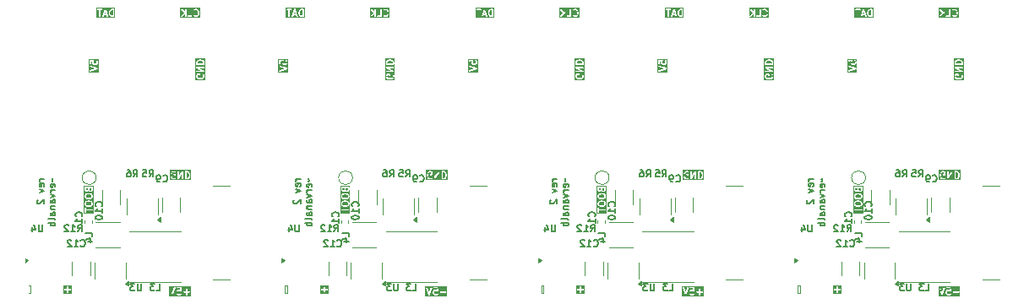
<source format=gbr>
%TF.GenerationSoftware,KiCad,Pcbnew,9.0.3*%
%TF.CreationDate,2025-08-09T11:23:57-04:00*%
%TF.ProjectId,flowstick_main_panel,666c6f77-7374-4696-936b-5f6d61696e5f,rev?*%
%TF.SameCoordinates,Original*%
%TF.FileFunction,Legend,Bot*%
%TF.FilePolarity,Positive*%
%FSLAX46Y46*%
G04 Gerber Fmt 4.6, Leading zero omitted, Abs format (unit mm)*
G04 Created by KiCad (PCBNEW 9.0.3) date 2025-08-09 11:23:57*
%MOMM*%
%LPD*%
G01*
G04 APERTURE LIST*
%ADD10C,0.140000*%
%ADD11C,0.120000*%
G04 APERTURE END LIST*
D10*
G36*
X189383678Y-142664331D02*
G01*
X187193625Y-142664331D01*
X187193625Y-141811591D01*
X187271403Y-141811591D01*
X187274819Y-141838689D01*
X187508153Y-142538689D01*
X187521679Y-142562417D01*
X187526357Y-142564756D01*
X187528697Y-142569435D01*
X187549751Y-142576453D01*
X187569599Y-142586377D01*
X187574561Y-142584723D01*
X187579523Y-142586377D01*
X187599371Y-142576453D01*
X187620425Y-142569435D01*
X187622764Y-142564756D01*
X187627443Y-142562417D01*
X187640969Y-142538689D01*
X187748348Y-142216553D01*
X187937894Y-142216553D01*
X187937894Y-142383220D01*
X187938577Y-142386658D01*
X187938070Y-142388183D01*
X187941033Y-142399004D01*
X187943222Y-142410008D01*
X187944357Y-142411143D01*
X187945284Y-142414526D01*
X187978618Y-142481191D01*
X187985497Y-142490054D01*
X187991730Y-142499383D01*
X188025063Y-142532717D01*
X188034391Y-142538950D01*
X188043256Y-142545830D01*
X188109924Y-142579163D01*
X188113303Y-142580088D01*
X188114440Y-142581225D01*
X188125448Y-142583414D01*
X188136266Y-142586377D01*
X188137789Y-142585869D01*
X188141228Y-142586553D01*
X188307894Y-142586553D01*
X188311332Y-142585869D01*
X188312856Y-142586377D01*
X188323674Y-142583414D01*
X188334682Y-142581225D01*
X188335818Y-142580088D01*
X188339199Y-142579163D01*
X188405866Y-142545830D01*
X188414730Y-142538950D01*
X188424059Y-142532717D01*
X188457392Y-142499383D01*
X188472567Y-142476673D01*
X188472566Y-142423097D01*
X188434681Y-142385213D01*
X188381105Y-142385214D01*
X188358396Y-142400389D01*
X188333094Y-142425690D01*
X188291369Y-142446553D01*
X188157753Y-142446553D01*
X188116026Y-142425690D01*
X188098757Y-142408420D01*
X188077894Y-142366694D01*
X188077894Y-142233078D01*
X188082884Y-142223098D01*
X188643223Y-142223098D01*
X188643223Y-142276674D01*
X188681107Y-142314558D01*
X188707895Y-142319886D01*
X188904561Y-142319886D01*
X188904561Y-142516553D01*
X188909889Y-142543341D01*
X188947773Y-142581225D01*
X189001349Y-142581225D01*
X189039233Y-142543341D01*
X189044561Y-142516553D01*
X189044561Y-142319886D01*
X189241228Y-142319886D01*
X189268016Y-142314558D01*
X189305900Y-142276674D01*
X189305900Y-142223098D01*
X189268016Y-142185214D01*
X189241228Y-142179886D01*
X189044561Y-142179886D01*
X189044561Y-141983220D01*
X189039233Y-141956432D01*
X189001349Y-141918548D01*
X188947773Y-141918548D01*
X188909889Y-141956432D01*
X188904561Y-141983220D01*
X188904561Y-142179886D01*
X188707895Y-142179886D01*
X188681107Y-142185214D01*
X188643223Y-142223098D01*
X188082884Y-142223098D01*
X188098759Y-142191348D01*
X188116023Y-142174084D01*
X188157753Y-142153220D01*
X188291369Y-142153220D01*
X188333097Y-142174083D01*
X188358397Y-142199383D01*
X188381106Y-142214558D01*
X188384809Y-142214558D01*
X188387674Y-142216902D01*
X188411114Y-142214558D01*
X188434682Y-142214558D01*
X188437300Y-142211939D01*
X188440984Y-142211571D01*
X188455901Y-142193338D01*
X188472566Y-142176674D01*
X188472566Y-142172970D01*
X188474910Y-142170106D01*
X188477547Y-142142920D01*
X188444214Y-141809588D01*
X188439233Y-141793254D01*
X188439233Y-141789765D01*
X188437701Y-141788233D01*
X188436247Y-141783463D01*
X188418008Y-141768540D01*
X188401349Y-141751881D01*
X188396458Y-141750908D01*
X188394781Y-141749536D01*
X188391306Y-141749883D01*
X188374561Y-141746553D01*
X188041228Y-141746553D01*
X188014440Y-141751881D01*
X187976556Y-141789765D01*
X187976556Y-141843341D01*
X188014440Y-141881225D01*
X188041228Y-141886553D01*
X188311211Y-141886553D01*
X188324202Y-142016463D01*
X188323674Y-142016358D01*
X188312856Y-142013396D01*
X188311332Y-142013903D01*
X188307894Y-142013220D01*
X188141228Y-142013220D01*
X188137789Y-142013903D01*
X188136266Y-142013396D01*
X188125448Y-142016358D01*
X188114440Y-142018548D01*
X188113303Y-142019684D01*
X188109924Y-142020610D01*
X188043256Y-142053943D01*
X188034385Y-142060827D01*
X188025064Y-142067056D01*
X187991731Y-142100389D01*
X187985499Y-142109714D01*
X187978618Y-142118581D01*
X187945284Y-142185248D01*
X187944358Y-142188628D01*
X187943222Y-142189765D01*
X187941033Y-142200769D01*
X187938070Y-142211590D01*
X187938577Y-142213114D01*
X187937894Y-142216553D01*
X187748348Y-142216553D01*
X187874302Y-141838689D01*
X187877718Y-141811590D01*
X187853758Y-141763671D01*
X187802932Y-141746728D01*
X187755012Y-141770688D01*
X187741486Y-141794417D01*
X187574560Y-142295193D01*
X187407635Y-141794417D01*
X187394109Y-141770689D01*
X187346189Y-141746729D01*
X187295363Y-141763671D01*
X187271403Y-141811591D01*
X187193625Y-141811591D01*
X187193625Y-141668775D01*
X189383678Y-141668775D01*
X189383678Y-142664331D01*
G37*
G36*
X151401846Y-119107274D02*
G01*
X151451480Y-119132091D01*
X151498430Y-119179040D01*
X151522946Y-119252587D01*
X151522946Y-119337895D01*
X150962946Y-119337895D01*
X150962946Y-119252588D01*
X150987463Y-119179038D01*
X151034410Y-119132091D01*
X151084046Y-119107273D01*
X151201563Y-119077895D01*
X151284329Y-119077895D01*
X151401846Y-119107274D01*
G37*
G36*
X151740724Y-121022339D02*
G01*
X150745168Y-121022339D01*
X150745168Y-120574561D01*
X150822946Y-120574561D01*
X150822946Y-120641228D01*
X150825134Y-120652232D01*
X150826538Y-120663364D01*
X150859872Y-120763364D01*
X150861608Y-120766409D01*
X150861608Y-120768016D01*
X150867842Y-120777347D01*
X150873398Y-120787092D01*
X150874834Y-120787810D01*
X150876782Y-120790725D01*
X150943448Y-120857392D01*
X150952774Y-120863623D01*
X150961641Y-120870505D01*
X151028309Y-120903838D01*
X151035702Y-120905862D01*
X151042636Y-120909138D01*
X151175968Y-120942471D01*
X151184534Y-120942888D01*
X151192946Y-120944561D01*
X151292946Y-120944561D01*
X151301357Y-120942887D01*
X151309923Y-120942471D01*
X151443257Y-120909138D01*
X151450189Y-120905863D01*
X151457585Y-120903838D01*
X151524251Y-120870505D01*
X151533117Y-120863623D01*
X151542443Y-120857392D01*
X151609110Y-120790726D01*
X151611058Y-120787810D01*
X151612495Y-120787092D01*
X151618050Y-120777345D01*
X151624285Y-120768016D01*
X151624285Y-120766409D01*
X151626021Y-120763364D01*
X151659354Y-120663364D01*
X151660757Y-120652232D01*
X151662946Y-120641228D01*
X151662946Y-120541228D01*
X151662262Y-120537789D01*
X151662770Y-120536266D01*
X151659807Y-120525448D01*
X151657618Y-120514440D01*
X151656481Y-120513303D01*
X151655556Y-120509924D01*
X151622223Y-120443256D01*
X151605478Y-120421679D01*
X151554651Y-120404737D01*
X151506731Y-120428696D01*
X151489789Y-120479523D01*
X151497003Y-120505866D01*
X151522946Y-120557752D01*
X151522946Y-120629868D01*
X151498430Y-120703415D01*
X151451482Y-120750364D01*
X151401848Y-120775181D01*
X151284329Y-120804561D01*
X151201563Y-120804561D01*
X151084045Y-120775181D01*
X151034411Y-120750364D01*
X150987462Y-120703416D01*
X150962946Y-120629867D01*
X150962946Y-120585921D01*
X150987463Y-120512371D01*
X150988607Y-120511228D01*
X151122946Y-120511228D01*
X151122946Y-120574561D01*
X151128274Y-120601349D01*
X151166158Y-120639233D01*
X151219734Y-120639233D01*
X151257618Y-120601349D01*
X151262946Y-120574561D01*
X151262946Y-120441228D01*
X151257618Y-120414440D01*
X151219734Y-120376556D01*
X151192946Y-120371228D01*
X150959613Y-120371228D01*
X150932825Y-120376556D01*
X150910116Y-120391731D01*
X150876783Y-120425064D01*
X150874835Y-120427978D01*
X150873398Y-120428697D01*
X150867840Y-120438446D01*
X150861608Y-120447773D01*
X150861608Y-120449379D01*
X150859872Y-120452425D01*
X150826538Y-120552425D01*
X150825134Y-120563556D01*
X150822946Y-120574561D01*
X150745168Y-120574561D01*
X150745168Y-119732400D01*
X150823504Y-119732400D01*
X150828274Y-119749889D01*
X150828274Y-119768016D01*
X150835071Y-119774813D01*
X150837601Y-119784088D01*
X150858216Y-119802005D01*
X151329356Y-120071228D01*
X150892946Y-120071228D01*
X150866158Y-120076556D01*
X150828274Y-120114440D01*
X150828274Y-120168016D01*
X150866158Y-120205900D01*
X150892946Y-120211228D01*
X151592946Y-120211228D01*
X151619734Y-120205900D01*
X151626531Y-120199102D01*
X151635807Y-120196573D01*
X151644801Y-120180832D01*
X151657618Y-120168016D01*
X151657618Y-120158403D01*
X151662388Y-120150056D01*
X151657618Y-120132566D01*
X151657618Y-120114440D01*
X151650820Y-120107642D01*
X151648291Y-120098368D01*
X151627676Y-120080451D01*
X151156536Y-119811228D01*
X151592946Y-119811228D01*
X151619734Y-119805900D01*
X151657618Y-119768016D01*
X151657618Y-119714440D01*
X151619734Y-119676556D01*
X151592946Y-119671228D01*
X150892946Y-119671228D01*
X150866158Y-119676556D01*
X150859360Y-119683353D01*
X150850086Y-119685883D01*
X150841091Y-119701622D01*
X150828274Y-119714440D01*
X150828274Y-119724052D01*
X150823504Y-119732400D01*
X150745168Y-119732400D01*
X150745168Y-119241228D01*
X150822946Y-119241228D01*
X150822946Y-119407895D01*
X150828274Y-119434683D01*
X150866158Y-119472567D01*
X150892946Y-119477895D01*
X151592946Y-119477895D01*
X151619734Y-119472567D01*
X151657618Y-119434683D01*
X151662946Y-119407895D01*
X151662946Y-119241228D01*
X151660757Y-119230223D01*
X151659354Y-119219092D01*
X151626021Y-119119092D01*
X151624285Y-119116046D01*
X151624285Y-119114440D01*
X151618050Y-119105110D01*
X151612495Y-119095364D01*
X151611058Y-119094645D01*
X151609110Y-119091730D01*
X151542443Y-119025064D01*
X151533112Y-119018829D01*
X151524251Y-119011952D01*
X151457586Y-118978618D01*
X151450187Y-118976592D01*
X151443257Y-118973318D01*
X151309923Y-118939985D01*
X151301357Y-118939568D01*
X151292946Y-118937895D01*
X151192946Y-118937895D01*
X151184534Y-118939567D01*
X151175968Y-118939985D01*
X151042636Y-118973318D01*
X151035705Y-118976592D01*
X151028307Y-118978618D01*
X150961641Y-119011952D01*
X150952779Y-119018829D01*
X150943449Y-119025064D01*
X150876783Y-119091731D01*
X150874835Y-119094645D01*
X150873398Y-119095364D01*
X150867840Y-119105113D01*
X150861608Y-119114440D01*
X150861608Y-119116046D01*
X150859872Y-119119092D01*
X150826538Y-119219092D01*
X150825134Y-119230223D01*
X150822946Y-119241228D01*
X150745168Y-119241228D01*
X150745168Y-118860117D01*
X151740724Y-118860117D01*
X151740724Y-121022339D01*
G37*
G36*
X132222335Y-114754819D02*
G01*
X130228969Y-114754819D01*
X130228969Y-114589668D01*
X130306747Y-114589668D01*
X130314323Y-114642706D01*
X130357184Y-114674851D01*
X130410222Y-114667275D01*
X130430557Y-114649041D01*
X130682130Y-114313609D01*
X130704557Y-114336035D01*
X130704557Y-114607041D01*
X130709885Y-114633829D01*
X130747769Y-114671713D01*
X130801345Y-114671713D01*
X130839229Y-114633829D01*
X130844557Y-114607041D01*
X130844557Y-114580253D01*
X130943219Y-114580253D01*
X130943219Y-114633829D01*
X130981103Y-114671713D01*
X131007891Y-114677041D01*
X131341224Y-114677041D01*
X131368012Y-114671713D01*
X131405896Y-114633829D01*
X131411224Y-114607041D01*
X131411224Y-113946921D01*
X131576552Y-113946921D01*
X131576552Y-114000497D01*
X131614437Y-114038380D01*
X131668013Y-114038380D01*
X131690722Y-114023205D01*
X131712369Y-114001556D01*
X131785917Y-113977041D01*
X131829864Y-113977041D01*
X131903412Y-114001556D01*
X131950360Y-114048505D01*
X131975177Y-114098140D01*
X132004557Y-114215657D01*
X132004557Y-114298424D01*
X131975177Y-114415941D01*
X131950360Y-114465576D01*
X131903412Y-114512525D01*
X131829864Y-114537041D01*
X131785917Y-114537041D01*
X131712369Y-114512525D01*
X131690722Y-114490877D01*
X131668013Y-114475702D01*
X131614437Y-114475702D01*
X131576552Y-114513585D01*
X131576552Y-114567161D01*
X131591726Y-114589871D01*
X131625059Y-114623205D01*
X131627974Y-114625153D01*
X131628693Y-114626590D01*
X131638435Y-114632143D01*
X131647768Y-114638380D01*
X131649375Y-114638380D01*
X131652421Y-114640116D01*
X131752421Y-114673449D01*
X131763552Y-114674852D01*
X131774557Y-114677041D01*
X131841224Y-114677041D01*
X131852228Y-114674852D01*
X131863360Y-114673449D01*
X131963360Y-114640116D01*
X131966405Y-114638380D01*
X131968012Y-114638380D01*
X131977338Y-114632147D01*
X131987088Y-114626590D01*
X131987806Y-114625152D01*
X131990721Y-114623205D01*
X132057388Y-114556539D01*
X132063619Y-114547212D01*
X132070501Y-114538346D01*
X132103834Y-114471678D01*
X132105858Y-114464284D01*
X132109134Y-114457351D01*
X132142467Y-114324019D01*
X132142884Y-114315452D01*
X132144557Y-114307041D01*
X132144557Y-114207041D01*
X132142884Y-114198629D01*
X132142467Y-114190063D01*
X132109134Y-114056731D01*
X132105858Y-114049797D01*
X132103834Y-114042404D01*
X132070501Y-113975736D01*
X132063619Y-113966869D01*
X132057388Y-113957543D01*
X131990721Y-113890877D01*
X131987806Y-113888929D01*
X131987088Y-113887492D01*
X131977338Y-113881934D01*
X131968012Y-113875702D01*
X131966405Y-113875702D01*
X131963360Y-113873966D01*
X131863360Y-113840633D01*
X131852228Y-113839229D01*
X131841224Y-113837041D01*
X131774557Y-113837041D01*
X131763552Y-113839229D01*
X131752421Y-113840633D01*
X131652421Y-113873966D01*
X131649375Y-113875701D01*
X131647768Y-113875702D01*
X131638435Y-113881938D01*
X131628693Y-113887492D01*
X131627974Y-113888928D01*
X131625059Y-113890877D01*
X131591726Y-113924211D01*
X131576552Y-113946921D01*
X131411224Y-113946921D01*
X131411224Y-113907041D01*
X131405896Y-113880253D01*
X131368012Y-113842369D01*
X131314436Y-113842369D01*
X131276552Y-113880253D01*
X131271224Y-113907041D01*
X131271224Y-114537041D01*
X131007891Y-114537041D01*
X130981103Y-114542369D01*
X130943219Y-114580253D01*
X130844557Y-114580253D01*
X130844557Y-113907041D01*
X130839229Y-113880253D01*
X130801345Y-113842369D01*
X130747769Y-113842369D01*
X130709885Y-113880253D01*
X130704557Y-113907041D01*
X130704557Y-114138046D01*
X130424054Y-113857544D01*
X130401345Y-113842369D01*
X130347769Y-113842369D01*
X130309885Y-113880253D01*
X130309885Y-113933829D01*
X130325060Y-113956538D01*
X130582130Y-114213609D01*
X130318557Y-114565041D01*
X130306747Y-114589668D01*
X130228969Y-114589668D01*
X130228969Y-113759263D01*
X132222335Y-113759263D01*
X132222335Y-114754819D01*
G37*
G36*
X189103416Y-130277962D02*
G01*
X189150364Y-130324911D01*
X189175181Y-130374545D01*
X189204561Y-130492062D01*
X189204561Y-130574829D01*
X189175181Y-130692347D01*
X189150364Y-130741981D01*
X189103416Y-130788930D01*
X189029868Y-130813446D01*
X188944561Y-130813446D01*
X188944561Y-130253446D01*
X189029868Y-130253446D01*
X189103416Y-130277962D01*
G37*
G36*
X189422339Y-131031224D02*
G01*
X187260117Y-131031224D01*
X187260117Y-130483446D01*
X187337895Y-130483446D01*
X187337895Y-130583446D01*
X187339568Y-130591857D01*
X187339985Y-130600423D01*
X187373318Y-130733757D01*
X187376592Y-130740687D01*
X187378618Y-130748086D01*
X187411952Y-130814751D01*
X187418829Y-130823612D01*
X187425064Y-130832943D01*
X187491730Y-130899610D01*
X187494645Y-130901558D01*
X187495364Y-130902995D01*
X187505110Y-130908550D01*
X187514440Y-130914785D01*
X187516047Y-130914785D01*
X187519092Y-130916521D01*
X187619092Y-130949854D01*
X187630223Y-130951257D01*
X187641228Y-130953446D01*
X187741228Y-130953446D01*
X187744666Y-130952762D01*
X187746190Y-130953270D01*
X187757008Y-130950307D01*
X187768016Y-130948118D01*
X187769152Y-130946981D01*
X187772533Y-130946056D01*
X187839200Y-130912723D01*
X187860777Y-130895978D01*
X187877720Y-130845151D01*
X187853760Y-130797231D01*
X187802933Y-130780289D01*
X187776591Y-130787503D01*
X187724703Y-130813446D01*
X187652588Y-130813446D01*
X187579040Y-130788930D01*
X187532091Y-130741980D01*
X187507274Y-130692346D01*
X187477895Y-130574829D01*
X187477895Y-130492063D01*
X187507274Y-130374545D01*
X187532093Y-130324908D01*
X187579040Y-130277962D01*
X187652588Y-130253446D01*
X187696535Y-130253446D01*
X187770084Y-130277963D01*
X187771228Y-130279107D01*
X187771228Y-130413446D01*
X187707895Y-130413446D01*
X187681107Y-130418774D01*
X187643223Y-130456658D01*
X187643223Y-130510234D01*
X187681107Y-130548118D01*
X187707895Y-130553446D01*
X187841228Y-130553446D01*
X187868016Y-130548118D01*
X187905900Y-130510234D01*
X187911228Y-130483446D01*
X187911228Y-130250113D01*
X187905900Y-130223325D01*
X187890725Y-130200616D01*
X187873555Y-130183446D01*
X188071228Y-130183446D01*
X188071228Y-130883446D01*
X188076556Y-130910234D01*
X188083353Y-130917031D01*
X188085883Y-130926306D01*
X188101622Y-130935300D01*
X188114440Y-130948118D01*
X188124053Y-130948118D01*
X188132400Y-130952888D01*
X188149890Y-130948118D01*
X188168016Y-130948118D01*
X188174813Y-130941320D01*
X188184088Y-130938791D01*
X188202005Y-130918176D01*
X188471228Y-130447035D01*
X188471228Y-130883446D01*
X188476556Y-130910234D01*
X188514440Y-130948118D01*
X188568016Y-130948118D01*
X188605900Y-130910234D01*
X188611228Y-130883446D01*
X188611228Y-130183446D01*
X188804561Y-130183446D01*
X188804561Y-130883446D01*
X188809889Y-130910234D01*
X188847773Y-130948118D01*
X188874561Y-130953446D01*
X189041228Y-130953446D01*
X189052232Y-130951257D01*
X189063364Y-130949854D01*
X189163364Y-130916521D01*
X189166409Y-130914785D01*
X189168016Y-130914785D01*
X189177342Y-130908552D01*
X189187092Y-130902995D01*
X189187810Y-130901557D01*
X189190725Y-130899610D01*
X189257392Y-130832944D01*
X189263626Y-130823614D01*
X189270505Y-130814751D01*
X189303838Y-130748085D01*
X189305863Y-130740689D01*
X189309138Y-130733757D01*
X189342471Y-130600424D01*
X189342888Y-130591857D01*
X189344561Y-130583446D01*
X189344561Y-130483446D01*
X189342888Y-130475034D01*
X189342471Y-130466468D01*
X189309138Y-130333136D01*
X189305862Y-130326202D01*
X189303838Y-130318809D01*
X189270505Y-130252141D01*
X189263623Y-130243274D01*
X189257392Y-130233948D01*
X189190725Y-130167282D01*
X189187810Y-130165334D01*
X189187092Y-130163898D01*
X189177347Y-130158342D01*
X189168016Y-130152108D01*
X189166409Y-130152108D01*
X189163364Y-130150372D01*
X189063364Y-130117038D01*
X189052232Y-130115634D01*
X189041228Y-130113446D01*
X188874561Y-130113446D01*
X188847773Y-130118774D01*
X188809889Y-130156658D01*
X188804561Y-130183446D01*
X188611228Y-130183446D01*
X188605900Y-130156658D01*
X188599102Y-130149860D01*
X188596573Y-130140585D01*
X188580832Y-130131590D01*
X188568016Y-130118774D01*
X188558404Y-130118774D01*
X188550056Y-130114004D01*
X188532566Y-130118774D01*
X188514440Y-130118774D01*
X188507642Y-130125571D01*
X188498368Y-130128101D01*
X188480451Y-130148716D01*
X188211228Y-130619856D01*
X188211228Y-130183446D01*
X188205900Y-130156658D01*
X188168016Y-130118774D01*
X188114440Y-130118774D01*
X188076556Y-130156658D01*
X188071228Y-130183446D01*
X187873555Y-130183446D01*
X187857392Y-130167283D01*
X187854477Y-130165335D01*
X187853759Y-130163898D01*
X187844009Y-130158340D01*
X187834683Y-130152108D01*
X187833076Y-130152108D01*
X187830031Y-130150372D01*
X187730031Y-130117038D01*
X187718899Y-130115634D01*
X187707895Y-130113446D01*
X187641228Y-130113446D01*
X187630225Y-130115634D01*
X187619091Y-130117038D01*
X187519092Y-130150372D01*
X187516046Y-130152108D01*
X187514440Y-130152108D01*
X187505112Y-130158340D01*
X187495363Y-130163898D01*
X187494644Y-130165335D01*
X187491731Y-130167282D01*
X187425065Y-130233949D01*
X187418833Y-130243274D01*
X187411952Y-130252141D01*
X187378618Y-130318808D01*
X187376592Y-130326204D01*
X187373318Y-130333136D01*
X187339985Y-130466469D01*
X187339568Y-130475034D01*
X187337895Y-130483446D01*
X187260117Y-130483446D01*
X187260117Y-130035668D01*
X189422339Y-130035668D01*
X189422339Y-131031224D01*
G37*
G36*
X161471228Y-114537053D02*
G01*
X161385921Y-114537053D01*
X161312373Y-114512537D01*
X161265425Y-114465588D01*
X161240607Y-114415953D01*
X161211228Y-114298436D01*
X161211228Y-114215670D01*
X161240607Y-114098152D01*
X161265425Y-114048517D01*
X161312373Y-114001568D01*
X161385921Y-113977053D01*
X161471228Y-113977053D01*
X161471228Y-114537053D01*
G37*
G36*
X160777441Y-114337053D02*
G01*
X160638348Y-114337053D01*
X160707894Y-114128412D01*
X160777441Y-114337053D01*
G37*
G36*
X161689006Y-114754831D02*
G01*
X159798778Y-114754831D01*
X159798778Y-113880265D01*
X159876556Y-113880265D01*
X159876556Y-113933841D01*
X159914440Y-113971725D01*
X159941228Y-113977053D01*
X160071228Y-113977053D01*
X160071228Y-114607053D01*
X160076556Y-114633841D01*
X160114440Y-114671725D01*
X160168016Y-114671725D01*
X160205900Y-114633841D01*
X160210241Y-114612015D01*
X160404737Y-114612015D01*
X160428697Y-114659935D01*
X160479523Y-114676877D01*
X160527443Y-114652917D01*
X160540969Y-114629189D01*
X160591681Y-114477053D01*
X160824108Y-114477053D01*
X160874820Y-114629189D01*
X160888346Y-114652918D01*
X160936266Y-114676878D01*
X160987092Y-114659935D01*
X161011052Y-114612016D01*
X161007636Y-114584917D01*
X160881682Y-114207053D01*
X161071228Y-114207053D01*
X161071228Y-114307053D01*
X161072901Y-114315464D01*
X161073318Y-114324030D01*
X161106651Y-114457363D01*
X161109925Y-114464294D01*
X161111951Y-114471691D01*
X161145285Y-114538358D01*
X161152162Y-114547219D01*
X161158397Y-114556550D01*
X161225063Y-114623217D01*
X161227978Y-114625165D01*
X161228697Y-114626602D01*
X161238443Y-114632157D01*
X161247773Y-114638392D01*
X161249380Y-114638392D01*
X161252425Y-114640128D01*
X161352425Y-114673461D01*
X161363556Y-114674864D01*
X161374561Y-114677053D01*
X161541228Y-114677053D01*
X161568016Y-114671725D01*
X161605900Y-114633841D01*
X161611228Y-114607053D01*
X161611228Y-113907053D01*
X161605900Y-113880265D01*
X161568016Y-113842381D01*
X161541228Y-113837053D01*
X161374561Y-113837053D01*
X161363556Y-113839241D01*
X161352425Y-113840645D01*
X161252425Y-113873978D01*
X161249380Y-113875714D01*
X161247773Y-113875714D01*
X161238443Y-113881948D01*
X161228697Y-113887504D01*
X161227978Y-113888940D01*
X161225063Y-113890889D01*
X161158397Y-113957556D01*
X161152162Y-113966886D01*
X161145285Y-113975748D01*
X161111951Y-114042415D01*
X161109925Y-114049811D01*
X161106651Y-114056743D01*
X161073318Y-114190076D01*
X161072901Y-114198641D01*
X161071228Y-114207053D01*
X160881682Y-114207053D01*
X160774303Y-113884917D01*
X160760777Y-113861189D01*
X160756098Y-113858849D01*
X160753759Y-113854171D01*
X160732705Y-113847153D01*
X160712857Y-113837229D01*
X160707895Y-113838883D01*
X160702933Y-113837229D01*
X160683085Y-113847153D01*
X160662031Y-113854171D01*
X160659691Y-113858849D01*
X160655013Y-113861189D01*
X160641487Y-113884917D01*
X160408153Y-114584917D01*
X160404737Y-114612015D01*
X160210241Y-114612015D01*
X160211228Y-114607053D01*
X160211228Y-113977053D01*
X160341228Y-113977053D01*
X160368016Y-113971725D01*
X160405900Y-113933841D01*
X160405900Y-113880265D01*
X160368016Y-113842381D01*
X160341228Y-113837053D01*
X159941228Y-113837053D01*
X159914440Y-113842381D01*
X159876556Y-113880265D01*
X159798778Y-113880265D01*
X159798778Y-113759275D01*
X161689006Y-113759275D01*
X161689006Y-114754831D01*
G37*
G36*
X163403416Y-130277962D02*
G01*
X163450364Y-130324911D01*
X163475181Y-130374545D01*
X163504561Y-130492062D01*
X163504561Y-130574829D01*
X163475181Y-130692347D01*
X163450364Y-130741981D01*
X163403416Y-130788930D01*
X163329868Y-130813446D01*
X163244561Y-130813446D01*
X163244561Y-130253446D01*
X163329868Y-130253446D01*
X163403416Y-130277962D01*
G37*
G36*
X163722339Y-131031224D02*
G01*
X161560117Y-131031224D01*
X161560117Y-130483446D01*
X161637895Y-130483446D01*
X161637895Y-130583446D01*
X161639568Y-130591857D01*
X161639985Y-130600423D01*
X161673318Y-130733757D01*
X161676592Y-130740687D01*
X161678618Y-130748086D01*
X161711952Y-130814751D01*
X161718829Y-130823612D01*
X161725064Y-130832943D01*
X161791730Y-130899610D01*
X161794645Y-130901558D01*
X161795364Y-130902995D01*
X161805110Y-130908550D01*
X161814440Y-130914785D01*
X161816047Y-130914785D01*
X161819092Y-130916521D01*
X161919092Y-130949854D01*
X161930223Y-130951257D01*
X161941228Y-130953446D01*
X162041228Y-130953446D01*
X162044666Y-130952762D01*
X162046190Y-130953270D01*
X162057008Y-130950307D01*
X162068016Y-130948118D01*
X162069152Y-130946981D01*
X162072533Y-130946056D01*
X162139200Y-130912723D01*
X162160777Y-130895978D01*
X162177720Y-130845151D01*
X162153760Y-130797231D01*
X162102933Y-130780289D01*
X162076591Y-130787503D01*
X162024703Y-130813446D01*
X161952588Y-130813446D01*
X161879040Y-130788930D01*
X161832091Y-130741980D01*
X161807274Y-130692346D01*
X161777895Y-130574829D01*
X161777895Y-130492063D01*
X161807274Y-130374545D01*
X161832093Y-130324908D01*
X161879040Y-130277962D01*
X161952588Y-130253446D01*
X161996535Y-130253446D01*
X162070084Y-130277963D01*
X162071228Y-130279107D01*
X162071228Y-130413446D01*
X162007895Y-130413446D01*
X161981107Y-130418774D01*
X161943223Y-130456658D01*
X161943223Y-130510234D01*
X161981107Y-130548118D01*
X162007895Y-130553446D01*
X162141228Y-130553446D01*
X162168016Y-130548118D01*
X162205900Y-130510234D01*
X162211228Y-130483446D01*
X162211228Y-130250113D01*
X162205900Y-130223325D01*
X162190725Y-130200616D01*
X162173555Y-130183446D01*
X162371228Y-130183446D01*
X162371228Y-130883446D01*
X162376556Y-130910234D01*
X162383353Y-130917031D01*
X162385883Y-130926306D01*
X162401622Y-130935300D01*
X162414440Y-130948118D01*
X162424053Y-130948118D01*
X162432400Y-130952888D01*
X162449890Y-130948118D01*
X162468016Y-130948118D01*
X162474813Y-130941320D01*
X162484088Y-130938791D01*
X162502005Y-130918176D01*
X162771228Y-130447035D01*
X162771228Y-130883446D01*
X162776556Y-130910234D01*
X162814440Y-130948118D01*
X162868016Y-130948118D01*
X162905900Y-130910234D01*
X162911228Y-130883446D01*
X162911228Y-130183446D01*
X163104561Y-130183446D01*
X163104561Y-130883446D01*
X163109889Y-130910234D01*
X163147773Y-130948118D01*
X163174561Y-130953446D01*
X163341228Y-130953446D01*
X163352232Y-130951257D01*
X163363364Y-130949854D01*
X163463364Y-130916521D01*
X163466409Y-130914785D01*
X163468016Y-130914785D01*
X163477342Y-130908552D01*
X163487092Y-130902995D01*
X163487810Y-130901557D01*
X163490725Y-130899610D01*
X163557392Y-130832944D01*
X163563626Y-130823614D01*
X163570505Y-130814751D01*
X163603838Y-130748085D01*
X163605863Y-130740689D01*
X163609138Y-130733757D01*
X163642471Y-130600424D01*
X163642888Y-130591857D01*
X163644561Y-130583446D01*
X163644561Y-130483446D01*
X163642888Y-130475034D01*
X163642471Y-130466468D01*
X163609138Y-130333136D01*
X163605862Y-130326202D01*
X163603838Y-130318809D01*
X163570505Y-130252141D01*
X163563623Y-130243274D01*
X163557392Y-130233948D01*
X163490725Y-130167282D01*
X163487810Y-130165334D01*
X163487092Y-130163898D01*
X163477347Y-130158342D01*
X163468016Y-130152108D01*
X163466409Y-130152108D01*
X163463364Y-130150372D01*
X163363364Y-130117038D01*
X163352232Y-130115634D01*
X163341228Y-130113446D01*
X163174561Y-130113446D01*
X163147773Y-130118774D01*
X163109889Y-130156658D01*
X163104561Y-130183446D01*
X162911228Y-130183446D01*
X162905900Y-130156658D01*
X162899102Y-130149860D01*
X162896573Y-130140585D01*
X162880832Y-130131590D01*
X162868016Y-130118774D01*
X162858404Y-130118774D01*
X162850056Y-130114004D01*
X162832566Y-130118774D01*
X162814440Y-130118774D01*
X162807642Y-130125571D01*
X162798368Y-130128101D01*
X162780451Y-130148716D01*
X162511228Y-130619856D01*
X162511228Y-130183446D01*
X162505900Y-130156658D01*
X162468016Y-130118774D01*
X162414440Y-130118774D01*
X162376556Y-130156658D01*
X162371228Y-130183446D01*
X162173555Y-130183446D01*
X162157392Y-130167283D01*
X162154477Y-130165335D01*
X162153759Y-130163898D01*
X162144009Y-130158340D01*
X162134683Y-130152108D01*
X162133076Y-130152108D01*
X162130031Y-130150372D01*
X162030031Y-130117038D01*
X162018899Y-130115634D01*
X162007895Y-130113446D01*
X161941228Y-130113446D01*
X161930225Y-130115634D01*
X161919091Y-130117038D01*
X161819092Y-130150372D01*
X161816046Y-130152108D01*
X161814440Y-130152108D01*
X161805112Y-130158340D01*
X161795363Y-130163898D01*
X161794644Y-130165335D01*
X161791731Y-130167282D01*
X161725065Y-130233949D01*
X161718833Y-130243274D01*
X161711952Y-130252141D01*
X161678618Y-130318808D01*
X161676592Y-130326204D01*
X161673318Y-130333136D01*
X161639985Y-130466469D01*
X161639568Y-130475034D01*
X161637895Y-130483446D01*
X161560117Y-130483446D01*
X161560117Y-130035668D01*
X163722339Y-130035668D01*
X163722339Y-131031224D01*
G37*
X97580092Y-130958771D02*
X97113425Y-130958771D01*
X97246759Y-130958771D02*
X97180092Y-130992105D01*
X97180092Y-130992105D02*
X97146759Y-131025438D01*
X97146759Y-131025438D02*
X97113425Y-131092105D01*
X97113425Y-131092105D02*
X97113425Y-131158771D01*
X97546759Y-131658771D02*
X97580092Y-131592104D01*
X97580092Y-131592104D02*
X97580092Y-131458771D01*
X97580092Y-131458771D02*
X97546759Y-131392104D01*
X97546759Y-131392104D02*
X97480092Y-131358771D01*
X97480092Y-131358771D02*
X97213425Y-131358771D01*
X97213425Y-131358771D02*
X97146759Y-131392104D01*
X97146759Y-131392104D02*
X97113425Y-131458771D01*
X97113425Y-131458771D02*
X97113425Y-131592104D01*
X97113425Y-131592104D02*
X97146759Y-131658771D01*
X97146759Y-131658771D02*
X97213425Y-131692104D01*
X97213425Y-131692104D02*
X97280092Y-131692104D01*
X97280092Y-131692104D02*
X97346759Y-131358771D01*
X97113425Y-131925438D02*
X97580092Y-132092104D01*
X97580092Y-132092104D02*
X97113425Y-132258771D01*
X96946759Y-133025437D02*
X96913425Y-133058770D01*
X96913425Y-133058770D02*
X96880092Y-133125437D01*
X96880092Y-133125437D02*
X96880092Y-133292104D01*
X96880092Y-133292104D02*
X96913425Y-133358770D01*
X96913425Y-133358770D02*
X96946759Y-133392104D01*
X96946759Y-133392104D02*
X97013425Y-133425437D01*
X97013425Y-133425437D02*
X97080092Y-133425437D01*
X97080092Y-133425437D02*
X97180092Y-133392104D01*
X97180092Y-133392104D02*
X97580092Y-132992104D01*
X97580092Y-132992104D02*
X97580092Y-133425437D01*
X98440386Y-130858771D02*
X98407053Y-130892105D01*
X98407053Y-130892105D02*
X98373720Y-130958771D01*
X98373720Y-130958771D02*
X98440386Y-131092105D01*
X98440386Y-131092105D02*
X98407053Y-131158771D01*
X98407053Y-131158771D02*
X98373720Y-131192105D01*
X98673720Y-131725438D02*
X98707053Y-131658771D01*
X98707053Y-131658771D02*
X98707053Y-131525438D01*
X98707053Y-131525438D02*
X98673720Y-131458771D01*
X98673720Y-131458771D02*
X98607053Y-131425438D01*
X98607053Y-131425438D02*
X98340386Y-131425438D01*
X98340386Y-131425438D02*
X98273720Y-131458771D01*
X98273720Y-131458771D02*
X98240386Y-131525438D01*
X98240386Y-131525438D02*
X98240386Y-131658771D01*
X98240386Y-131658771D02*
X98273720Y-131725438D01*
X98273720Y-131725438D02*
X98340386Y-131758771D01*
X98340386Y-131758771D02*
X98407053Y-131758771D01*
X98407053Y-131758771D02*
X98473720Y-131425438D01*
X98707053Y-132058771D02*
X98240386Y-132058771D01*
X98373720Y-132058771D02*
X98307053Y-132092105D01*
X98307053Y-132092105D02*
X98273720Y-132125438D01*
X98273720Y-132125438D02*
X98240386Y-132192105D01*
X98240386Y-132192105D02*
X98240386Y-132258771D01*
X98240386Y-132425438D02*
X98707053Y-132592104D01*
X98707053Y-132592104D02*
X98240386Y-132758771D01*
X98707053Y-133325437D02*
X98340386Y-133325437D01*
X98340386Y-133325437D02*
X98273720Y-133292104D01*
X98273720Y-133292104D02*
X98240386Y-133225437D01*
X98240386Y-133225437D02*
X98240386Y-133092104D01*
X98240386Y-133092104D02*
X98273720Y-133025437D01*
X98673720Y-133325437D02*
X98707053Y-133258771D01*
X98707053Y-133258771D02*
X98707053Y-133092104D01*
X98707053Y-133092104D02*
X98673720Y-133025437D01*
X98673720Y-133025437D02*
X98607053Y-132992104D01*
X98607053Y-132992104D02*
X98540386Y-132992104D01*
X98540386Y-132992104D02*
X98473720Y-133025437D01*
X98473720Y-133025437D02*
X98440386Y-133092104D01*
X98440386Y-133092104D02*
X98440386Y-133258771D01*
X98440386Y-133258771D02*
X98407053Y-133325437D01*
X98240386Y-133658770D02*
X98707053Y-133658770D01*
X98307053Y-133658770D02*
X98273720Y-133692104D01*
X98273720Y-133692104D02*
X98240386Y-133758770D01*
X98240386Y-133758770D02*
X98240386Y-133858770D01*
X98240386Y-133858770D02*
X98273720Y-133925437D01*
X98273720Y-133925437D02*
X98340386Y-133958770D01*
X98340386Y-133958770D02*
X98707053Y-133958770D01*
X98707053Y-134592103D02*
X98340386Y-134592103D01*
X98340386Y-134592103D02*
X98273720Y-134558770D01*
X98273720Y-134558770D02*
X98240386Y-134492103D01*
X98240386Y-134492103D02*
X98240386Y-134358770D01*
X98240386Y-134358770D02*
X98273720Y-134292103D01*
X98673720Y-134592103D02*
X98707053Y-134525437D01*
X98707053Y-134525437D02*
X98707053Y-134358770D01*
X98707053Y-134358770D02*
X98673720Y-134292103D01*
X98673720Y-134292103D02*
X98607053Y-134258770D01*
X98607053Y-134258770D02*
X98540386Y-134258770D01*
X98540386Y-134258770D02*
X98473720Y-134292103D01*
X98473720Y-134292103D02*
X98440386Y-134358770D01*
X98440386Y-134358770D02*
X98440386Y-134525437D01*
X98440386Y-134525437D02*
X98407053Y-134592103D01*
X98707053Y-135025436D02*
X98673720Y-134958770D01*
X98673720Y-134958770D02*
X98607053Y-134925436D01*
X98607053Y-134925436D02*
X98007053Y-134925436D01*
X98707053Y-135292103D02*
X98007053Y-135292103D01*
X98273720Y-135292103D02*
X98240386Y-135358770D01*
X98240386Y-135358770D02*
X98240386Y-135492103D01*
X98240386Y-135492103D02*
X98273720Y-135558770D01*
X98273720Y-135558770D02*
X98307053Y-135592103D01*
X98307053Y-135592103D02*
X98373720Y-135625437D01*
X98373720Y-135625437D02*
X98573720Y-135625437D01*
X98573720Y-135625437D02*
X98640386Y-135592103D01*
X98640386Y-135592103D02*
X98673720Y-135558770D01*
X98673720Y-135558770D02*
X98707053Y-135492103D01*
X98707053Y-135492103D02*
X98707053Y-135358770D01*
X98707053Y-135358770D02*
X98673720Y-135292103D01*
G36*
X127971266Y-133255311D02*
G01*
X128016189Y-133300235D01*
X128037053Y-133341962D01*
X128037053Y-133442246D01*
X128016189Y-133483972D01*
X127971265Y-133528896D01*
X127865102Y-133555438D01*
X127649004Y-133555438D01*
X127542840Y-133528896D01*
X127497915Y-133483972D01*
X127477053Y-133442246D01*
X127477053Y-133341962D01*
X127497916Y-133300234D01*
X127542840Y-133255311D01*
X127649003Y-133228771D01*
X127865103Y-133228771D01*
X127971266Y-133255311D01*
G37*
G36*
X127971266Y-132521978D02*
G01*
X128016189Y-132566902D01*
X128037053Y-132608629D01*
X128037053Y-132708913D01*
X128016189Y-132750639D01*
X127971265Y-132795563D01*
X127865102Y-132822105D01*
X127649004Y-132822105D01*
X127542840Y-132795563D01*
X127497915Y-132750639D01*
X127477053Y-132708913D01*
X127477053Y-132608629D01*
X127497916Y-132566901D01*
X127542840Y-132521978D01*
X127649003Y-132495438D01*
X127865103Y-132495438D01*
X127971266Y-132521978D01*
G37*
G36*
X128037053Y-132008913D02*
G01*
X128016190Y-132050639D01*
X127998921Y-132067907D01*
X127957195Y-132088771D01*
X127890245Y-132088771D01*
X127848515Y-132067906D01*
X127834903Y-132054294D01*
X127810386Y-131980744D01*
X127810386Y-131828771D01*
X128037053Y-131828771D01*
X128037053Y-132008913D01*
G37*
G36*
X127670386Y-131975580D02*
G01*
X127649522Y-132017306D01*
X127632253Y-132034575D01*
X127590528Y-132055438D01*
X127556911Y-132055438D01*
X127515184Y-132034574D01*
X127497916Y-132017307D01*
X127477053Y-131975580D01*
X127477053Y-131828771D01*
X127670386Y-131828771D01*
X127670386Y-131975580D01*
G37*
G36*
X128254831Y-134367887D02*
G01*
X127259275Y-134367887D01*
X127259275Y-133825437D01*
X127337053Y-133825437D01*
X127337053Y-134225437D01*
X127342381Y-134252225D01*
X127380265Y-134290109D01*
X127433841Y-134290109D01*
X127471725Y-134252225D01*
X127477053Y-134225437D01*
X127477053Y-134095437D01*
X128107053Y-134095437D01*
X128133841Y-134090109D01*
X128171725Y-134052225D01*
X128171725Y-133998649D01*
X128133841Y-133960765D01*
X128107053Y-133955437D01*
X127477053Y-133955437D01*
X127477053Y-133825437D01*
X127471725Y-133798649D01*
X127433841Y-133760765D01*
X127380265Y-133760765D01*
X127342381Y-133798649D01*
X127337053Y-133825437D01*
X127259275Y-133825437D01*
X127259275Y-133325438D01*
X127337053Y-133325438D01*
X127337053Y-133458771D01*
X127337736Y-133462209D01*
X127337229Y-133463733D01*
X127340191Y-133474551D01*
X127342381Y-133485559D01*
X127343517Y-133486695D01*
X127344443Y-133490076D01*
X127377776Y-133556743D01*
X127384655Y-133565607D01*
X127390889Y-133574936D01*
X127457556Y-133641602D01*
X127463857Y-133645812D01*
X127465379Y-133648348D01*
X127473137Y-133652012D01*
X127480266Y-133656776D01*
X127483220Y-133656776D01*
X127490075Y-133660014D01*
X127623408Y-133693348D01*
X127631974Y-133693765D01*
X127640386Y-133695438D01*
X127873720Y-133695438D01*
X127882131Y-133693765D01*
X127890698Y-133693348D01*
X128024031Y-133660014D01*
X128030886Y-133656776D01*
X128033841Y-133656776D01*
X128040970Y-133652011D01*
X128048727Y-133648348D01*
X128050247Y-133645812D01*
X128056550Y-133641602D01*
X128123217Y-133574936D01*
X128129448Y-133565609D01*
X128136330Y-133556743D01*
X128169663Y-133490075D01*
X128170588Y-133486695D01*
X128171725Y-133485559D01*
X128173914Y-133474550D01*
X128176877Y-133463733D01*
X128176369Y-133462209D01*
X128177053Y-133458771D01*
X128177053Y-133325438D01*
X128176369Y-133321999D01*
X128176877Y-133320476D01*
X128173914Y-133309658D01*
X128171725Y-133298650D01*
X128170588Y-133297513D01*
X128169663Y-133294134D01*
X128136330Y-133227466D01*
X128129448Y-133218599D01*
X128123217Y-133209273D01*
X128056550Y-133142607D01*
X128050247Y-133138395D01*
X128048726Y-133135860D01*
X128040971Y-133132196D01*
X128033841Y-133127432D01*
X128030885Y-133127432D01*
X128024030Y-133124194D01*
X127890697Y-133090861D01*
X127882131Y-133090444D01*
X127873720Y-133088771D01*
X127640386Y-133088771D01*
X127631974Y-133090443D01*
X127623408Y-133090861D01*
X127490076Y-133124194D01*
X127483221Y-133127432D01*
X127480265Y-133127432D01*
X127473133Y-133132197D01*
X127465380Y-133135860D01*
X127463859Y-133138394D01*
X127457555Y-133142607D01*
X127390889Y-133209274D01*
X127384660Y-133218595D01*
X127377776Y-133227466D01*
X127344443Y-133294133D01*
X127343517Y-133297513D01*
X127342381Y-133298650D01*
X127340191Y-133309657D01*
X127337229Y-133320476D01*
X127337736Y-133321999D01*
X127337053Y-133325438D01*
X127259275Y-133325438D01*
X127259275Y-132592105D01*
X127337053Y-132592105D01*
X127337053Y-132725438D01*
X127337736Y-132728876D01*
X127337229Y-132730400D01*
X127340191Y-132741218D01*
X127342381Y-132752226D01*
X127343517Y-132753362D01*
X127344443Y-132756743D01*
X127377776Y-132823410D01*
X127384655Y-132832274D01*
X127390889Y-132841603D01*
X127457556Y-132908269D01*
X127463857Y-132912479D01*
X127465379Y-132915015D01*
X127473137Y-132918679D01*
X127480266Y-132923443D01*
X127483220Y-132923443D01*
X127490075Y-132926681D01*
X127623408Y-132960015D01*
X127631974Y-132960432D01*
X127640386Y-132962105D01*
X127873720Y-132962105D01*
X127882131Y-132960432D01*
X127890698Y-132960015D01*
X128024031Y-132926681D01*
X128030886Y-132923443D01*
X128033841Y-132923443D01*
X128040970Y-132918678D01*
X128048727Y-132915015D01*
X128050247Y-132912479D01*
X128056550Y-132908269D01*
X128123217Y-132841603D01*
X128129448Y-132832276D01*
X128136330Y-132823410D01*
X128169663Y-132756742D01*
X128170588Y-132753362D01*
X128171725Y-132752226D01*
X128173914Y-132741217D01*
X128176877Y-132730400D01*
X128176369Y-132728876D01*
X128177053Y-132725438D01*
X128177053Y-132592105D01*
X128176369Y-132588666D01*
X128176877Y-132587143D01*
X128173914Y-132576325D01*
X128171725Y-132565317D01*
X128170588Y-132564180D01*
X128169663Y-132560801D01*
X128136330Y-132494133D01*
X128129448Y-132485266D01*
X128123217Y-132475940D01*
X128056550Y-132409274D01*
X128050247Y-132405062D01*
X128048726Y-132402527D01*
X128040971Y-132398863D01*
X128033841Y-132394099D01*
X128030885Y-132394099D01*
X128024030Y-132390861D01*
X127890697Y-132357528D01*
X127882131Y-132357111D01*
X127873720Y-132355438D01*
X127640386Y-132355438D01*
X127631974Y-132357110D01*
X127623408Y-132357528D01*
X127490076Y-132390861D01*
X127483221Y-132394099D01*
X127480265Y-132394099D01*
X127473133Y-132398864D01*
X127465380Y-132402527D01*
X127463859Y-132405061D01*
X127457555Y-132409274D01*
X127390889Y-132475941D01*
X127384660Y-132485262D01*
X127377776Y-132494133D01*
X127344443Y-132560800D01*
X127343517Y-132564180D01*
X127342381Y-132565317D01*
X127340191Y-132576324D01*
X127337229Y-132587143D01*
X127337736Y-132588666D01*
X127337053Y-132592105D01*
X127259275Y-132592105D01*
X127259275Y-131758771D01*
X127337053Y-131758771D01*
X127337053Y-131992105D01*
X127337736Y-131995543D01*
X127337229Y-131997067D01*
X127340191Y-132007885D01*
X127342381Y-132018893D01*
X127343517Y-132020029D01*
X127344443Y-132023410D01*
X127377776Y-132090076D01*
X127384657Y-132098942D01*
X127390889Y-132108268D01*
X127424222Y-132141602D01*
X127433551Y-132147836D01*
X127442415Y-132154715D01*
X127509081Y-132188048D01*
X127512461Y-132188973D01*
X127513598Y-132190110D01*
X127524605Y-132192299D01*
X127535424Y-132195262D01*
X127536947Y-132194754D01*
X127540386Y-132195438D01*
X127607053Y-132195438D01*
X127610491Y-132194754D01*
X127612015Y-132195262D01*
X127622833Y-132192299D01*
X127633841Y-132190110D01*
X127634977Y-132188973D01*
X127638358Y-132188048D01*
X127705025Y-132154715D01*
X127713889Y-132147835D01*
X127723218Y-132141602D01*
X127723820Y-132140999D01*
X127724223Y-132141602D01*
X127757556Y-132174935D01*
X127766877Y-132181163D01*
X127775748Y-132188048D01*
X127842416Y-132221381D01*
X127845795Y-132222306D01*
X127846932Y-132223443D01*
X127857940Y-132225632D01*
X127868758Y-132228595D01*
X127870281Y-132228087D01*
X127873720Y-132228771D01*
X127973720Y-132228771D01*
X127977158Y-132228087D01*
X127978682Y-132228595D01*
X127989500Y-132225632D01*
X128000508Y-132223443D01*
X128001644Y-132222306D01*
X128005025Y-132221381D01*
X128071691Y-132188048D01*
X128080554Y-132181168D01*
X128089883Y-132174936D01*
X128123217Y-132141603D01*
X128129450Y-132132274D01*
X128136330Y-132123410D01*
X128169663Y-132056742D01*
X128170588Y-132053362D01*
X128171725Y-132052226D01*
X128173914Y-132041217D01*
X128176877Y-132030400D01*
X128176369Y-132028876D01*
X128177053Y-132025438D01*
X128177053Y-131758771D01*
X128171725Y-131731983D01*
X128133841Y-131694099D01*
X128107053Y-131688771D01*
X127407053Y-131688771D01*
X127380265Y-131694099D01*
X127342381Y-131731983D01*
X127337053Y-131758771D01*
X127259275Y-131758771D01*
X127259275Y-131610993D01*
X128254831Y-131610993D01*
X128254831Y-134367887D01*
G37*
G36*
X137983678Y-142664331D02*
G01*
X135793625Y-142664331D01*
X135793625Y-141811591D01*
X135871403Y-141811591D01*
X135874819Y-141838689D01*
X136108153Y-142538689D01*
X136121679Y-142562417D01*
X136126357Y-142564756D01*
X136128697Y-142569435D01*
X136149751Y-142576453D01*
X136169599Y-142586377D01*
X136174561Y-142584723D01*
X136179523Y-142586377D01*
X136199371Y-142576453D01*
X136220425Y-142569435D01*
X136222764Y-142564756D01*
X136227443Y-142562417D01*
X136240969Y-142538689D01*
X136348348Y-142216553D01*
X136537894Y-142216553D01*
X136537894Y-142383220D01*
X136538577Y-142386658D01*
X136538070Y-142388183D01*
X136541033Y-142399004D01*
X136543222Y-142410008D01*
X136544357Y-142411143D01*
X136545284Y-142414526D01*
X136578618Y-142481191D01*
X136585497Y-142490054D01*
X136591730Y-142499383D01*
X136625063Y-142532717D01*
X136634391Y-142538950D01*
X136643256Y-142545830D01*
X136709924Y-142579163D01*
X136713303Y-142580088D01*
X136714440Y-142581225D01*
X136725448Y-142583414D01*
X136736266Y-142586377D01*
X136737789Y-142585869D01*
X136741228Y-142586553D01*
X136907894Y-142586553D01*
X136911332Y-142585869D01*
X136912856Y-142586377D01*
X136923674Y-142583414D01*
X136934682Y-142581225D01*
X136935818Y-142580088D01*
X136939199Y-142579163D01*
X137005866Y-142545830D01*
X137014730Y-142538950D01*
X137024059Y-142532717D01*
X137057392Y-142499383D01*
X137072567Y-142476673D01*
X137072566Y-142423097D01*
X137034681Y-142385213D01*
X136981105Y-142385214D01*
X136958396Y-142400389D01*
X136933094Y-142425690D01*
X136891369Y-142446553D01*
X136757753Y-142446553D01*
X136716026Y-142425690D01*
X136698757Y-142408420D01*
X136677894Y-142366694D01*
X136677894Y-142233078D01*
X136682884Y-142223098D01*
X137243223Y-142223098D01*
X137243223Y-142276674D01*
X137281107Y-142314558D01*
X137307895Y-142319886D01*
X137504561Y-142319886D01*
X137504561Y-142516553D01*
X137509889Y-142543341D01*
X137547773Y-142581225D01*
X137601349Y-142581225D01*
X137639233Y-142543341D01*
X137644561Y-142516553D01*
X137644561Y-142319886D01*
X137841228Y-142319886D01*
X137868016Y-142314558D01*
X137905900Y-142276674D01*
X137905900Y-142223098D01*
X137868016Y-142185214D01*
X137841228Y-142179886D01*
X137644561Y-142179886D01*
X137644561Y-141983220D01*
X137639233Y-141956432D01*
X137601349Y-141918548D01*
X137547773Y-141918548D01*
X137509889Y-141956432D01*
X137504561Y-141983220D01*
X137504561Y-142179886D01*
X137307895Y-142179886D01*
X137281107Y-142185214D01*
X137243223Y-142223098D01*
X136682884Y-142223098D01*
X136698759Y-142191348D01*
X136716023Y-142174084D01*
X136757753Y-142153220D01*
X136891369Y-142153220D01*
X136933097Y-142174083D01*
X136958397Y-142199383D01*
X136981106Y-142214558D01*
X136984809Y-142214558D01*
X136987674Y-142216902D01*
X137011114Y-142214558D01*
X137034682Y-142214558D01*
X137037300Y-142211939D01*
X137040984Y-142211571D01*
X137055901Y-142193338D01*
X137072566Y-142176674D01*
X137072566Y-142172970D01*
X137074910Y-142170106D01*
X137077547Y-142142920D01*
X137044214Y-141809588D01*
X137039233Y-141793254D01*
X137039233Y-141789765D01*
X137037701Y-141788233D01*
X137036247Y-141783463D01*
X137018008Y-141768540D01*
X137001349Y-141751881D01*
X136996458Y-141750908D01*
X136994781Y-141749536D01*
X136991306Y-141749883D01*
X136974561Y-141746553D01*
X136641228Y-141746553D01*
X136614440Y-141751881D01*
X136576556Y-141789765D01*
X136576556Y-141843341D01*
X136614440Y-141881225D01*
X136641228Y-141886553D01*
X136911211Y-141886553D01*
X136924202Y-142016463D01*
X136923674Y-142016358D01*
X136912856Y-142013396D01*
X136911332Y-142013903D01*
X136907894Y-142013220D01*
X136741228Y-142013220D01*
X136737789Y-142013903D01*
X136736266Y-142013396D01*
X136725448Y-142016358D01*
X136714440Y-142018548D01*
X136713303Y-142019684D01*
X136709924Y-142020610D01*
X136643256Y-142053943D01*
X136634385Y-142060827D01*
X136625064Y-142067056D01*
X136591731Y-142100389D01*
X136585499Y-142109714D01*
X136578618Y-142118581D01*
X136545284Y-142185248D01*
X136544358Y-142188628D01*
X136543222Y-142189765D01*
X136541033Y-142200769D01*
X136538070Y-142211590D01*
X136538577Y-142213114D01*
X136537894Y-142216553D01*
X136348348Y-142216553D01*
X136474302Y-141838689D01*
X136477718Y-141811590D01*
X136453758Y-141763671D01*
X136402932Y-141746728D01*
X136355012Y-141770688D01*
X136341486Y-141794417D01*
X136174560Y-142295193D01*
X136007635Y-141794417D01*
X135994109Y-141770689D01*
X135946189Y-141746729D01*
X135895363Y-141763671D01*
X135871403Y-141811591D01*
X135793625Y-141811591D01*
X135793625Y-141668775D01*
X137983678Y-141668775D01*
X137983678Y-142664331D01*
G37*
G36*
X179054831Y-120239719D02*
G01*
X178059275Y-120239719D01*
X178059275Y-119630412D01*
X178137229Y-119630412D01*
X178161189Y-119678332D01*
X178184917Y-119691858D01*
X178685693Y-119858783D01*
X178184917Y-120025709D01*
X178161189Y-120039235D01*
X178137229Y-120087155D01*
X178154171Y-120137981D01*
X178202091Y-120161941D01*
X178229189Y-120158525D01*
X178929189Y-119925192D01*
X178952918Y-119911666D01*
X178955257Y-119906986D01*
X178959935Y-119904648D01*
X178966951Y-119883600D01*
X178976878Y-119863746D01*
X178975223Y-119858782D01*
X178976877Y-119853822D01*
X178966954Y-119833976D01*
X178959935Y-119812920D01*
X178955256Y-119810580D01*
X178952917Y-119805902D01*
X178929189Y-119792376D01*
X178229189Y-119559042D01*
X178202091Y-119555626D01*
X178154171Y-119579586D01*
X178137229Y-119630412D01*
X178059275Y-119630412D01*
X178059275Y-119058783D01*
X178137053Y-119058783D01*
X178137053Y-119392117D01*
X178142381Y-119418905D01*
X178180265Y-119456789D01*
X178233841Y-119456789D01*
X178271725Y-119418905D01*
X178277053Y-119392117D01*
X178277053Y-119122132D01*
X178406963Y-119109141D01*
X178406858Y-119109669D01*
X178403896Y-119120488D01*
X178404403Y-119122011D01*
X178403720Y-119125450D01*
X178403720Y-119292117D01*
X178404403Y-119295555D01*
X178403896Y-119297079D01*
X178406858Y-119307897D01*
X178409048Y-119318905D01*
X178410184Y-119320041D01*
X178411110Y-119323422D01*
X178444443Y-119390088D01*
X178451322Y-119398951D01*
X178457555Y-119408280D01*
X178490888Y-119441614D01*
X178500216Y-119447847D01*
X178509081Y-119454727D01*
X178575749Y-119488060D01*
X178579128Y-119488985D01*
X178580265Y-119490122D01*
X178591273Y-119492311D01*
X178602091Y-119495274D01*
X178603614Y-119494766D01*
X178607053Y-119495450D01*
X178773720Y-119495450D01*
X178777158Y-119494766D01*
X178778682Y-119495274D01*
X178789500Y-119492311D01*
X178800508Y-119490122D01*
X178801644Y-119488985D01*
X178805025Y-119488060D01*
X178871691Y-119454727D01*
X178880557Y-119447845D01*
X178889883Y-119441614D01*
X178923217Y-119408281D01*
X178929451Y-119398951D01*
X178936330Y-119390088D01*
X178969663Y-119323422D01*
X178970588Y-119320041D01*
X178971725Y-119318905D01*
X178973914Y-119307897D01*
X178976877Y-119297079D01*
X178976369Y-119295555D01*
X178977053Y-119292117D01*
X178977053Y-119125450D01*
X178976369Y-119122011D01*
X178976877Y-119120488D01*
X178973914Y-119109670D01*
X178971725Y-119098662D01*
X178970588Y-119097525D01*
X178969663Y-119094146D01*
X178936330Y-119027478D01*
X178929450Y-119018613D01*
X178923217Y-119009285D01*
X178889883Y-118975952D01*
X178867173Y-118960778D01*
X178813597Y-118960778D01*
X178775714Y-118998663D01*
X178775714Y-119052239D01*
X178790889Y-119074948D01*
X178816190Y-119100248D01*
X178837053Y-119141974D01*
X178837053Y-119275592D01*
X178816189Y-119317318D01*
X178798922Y-119334586D01*
X178757195Y-119355450D01*
X178623578Y-119355450D01*
X178581851Y-119334587D01*
X178564583Y-119317318D01*
X178543720Y-119275592D01*
X178543720Y-119141974D01*
X178564583Y-119100246D01*
X178589883Y-119074947D01*
X178605058Y-119052238D01*
X178605058Y-119048534D01*
X178607402Y-119045670D01*
X178605058Y-119022230D01*
X178605058Y-118998662D01*
X178602439Y-118996043D01*
X178602071Y-118992360D01*
X178583838Y-118977442D01*
X178567174Y-118960778D01*
X178563471Y-118960778D01*
X178560606Y-118958434D01*
X178533420Y-118955797D01*
X178200088Y-118989130D01*
X178183755Y-118994111D01*
X178180265Y-118994111D01*
X178178733Y-118995642D01*
X178173963Y-118997097D01*
X178159040Y-119015335D01*
X178142381Y-119031995D01*
X178141408Y-119036885D01*
X178140036Y-119038563D01*
X178140383Y-119042037D01*
X178137053Y-119058783D01*
X178059275Y-119058783D01*
X178059275Y-118878019D01*
X179054831Y-118878019D01*
X179054831Y-120239719D01*
G37*
G36*
X189222339Y-114754843D02*
G01*
X187228973Y-114754843D01*
X187228973Y-114589692D01*
X187306751Y-114589692D01*
X187314327Y-114642730D01*
X187357188Y-114674875D01*
X187410226Y-114667299D01*
X187430561Y-114649065D01*
X187682134Y-114313633D01*
X187704561Y-114336059D01*
X187704561Y-114607065D01*
X187709889Y-114633853D01*
X187747773Y-114671737D01*
X187801349Y-114671737D01*
X187839233Y-114633853D01*
X187844561Y-114607065D01*
X187844561Y-114580277D01*
X187943223Y-114580277D01*
X187943223Y-114633853D01*
X187981107Y-114671737D01*
X188007895Y-114677065D01*
X188341228Y-114677065D01*
X188368016Y-114671737D01*
X188405900Y-114633853D01*
X188411228Y-114607065D01*
X188411228Y-113946945D01*
X188576556Y-113946945D01*
X188576556Y-114000521D01*
X188614441Y-114038404D01*
X188668017Y-114038404D01*
X188690726Y-114023229D01*
X188712373Y-114001580D01*
X188785921Y-113977065D01*
X188829868Y-113977065D01*
X188903416Y-114001580D01*
X188950364Y-114048529D01*
X188975181Y-114098164D01*
X189004561Y-114215681D01*
X189004561Y-114298448D01*
X188975181Y-114415965D01*
X188950364Y-114465600D01*
X188903416Y-114512549D01*
X188829868Y-114537065D01*
X188785921Y-114537065D01*
X188712373Y-114512549D01*
X188690726Y-114490901D01*
X188668017Y-114475726D01*
X188614441Y-114475726D01*
X188576556Y-114513609D01*
X188576556Y-114567185D01*
X188591730Y-114589895D01*
X188625063Y-114623229D01*
X188627978Y-114625177D01*
X188628697Y-114626614D01*
X188638439Y-114632167D01*
X188647772Y-114638404D01*
X188649379Y-114638404D01*
X188652425Y-114640140D01*
X188752425Y-114673473D01*
X188763556Y-114674876D01*
X188774561Y-114677065D01*
X188841228Y-114677065D01*
X188852232Y-114674876D01*
X188863364Y-114673473D01*
X188963364Y-114640140D01*
X188966409Y-114638404D01*
X188968016Y-114638404D01*
X188977342Y-114632171D01*
X188987092Y-114626614D01*
X188987810Y-114625176D01*
X188990725Y-114623229D01*
X189057392Y-114556563D01*
X189063623Y-114547236D01*
X189070505Y-114538370D01*
X189103838Y-114471702D01*
X189105862Y-114464308D01*
X189109138Y-114457375D01*
X189142471Y-114324043D01*
X189142888Y-114315476D01*
X189144561Y-114307065D01*
X189144561Y-114207065D01*
X189142888Y-114198653D01*
X189142471Y-114190087D01*
X189109138Y-114056755D01*
X189105862Y-114049821D01*
X189103838Y-114042428D01*
X189070505Y-113975760D01*
X189063623Y-113966893D01*
X189057392Y-113957567D01*
X188990725Y-113890901D01*
X188987810Y-113888953D01*
X188987092Y-113887516D01*
X188977342Y-113881958D01*
X188968016Y-113875726D01*
X188966409Y-113875726D01*
X188963364Y-113873990D01*
X188863364Y-113840657D01*
X188852232Y-113839253D01*
X188841228Y-113837065D01*
X188774561Y-113837065D01*
X188763556Y-113839253D01*
X188752425Y-113840657D01*
X188652425Y-113873990D01*
X188649379Y-113875725D01*
X188647772Y-113875726D01*
X188638439Y-113881962D01*
X188628697Y-113887516D01*
X188627978Y-113888952D01*
X188625063Y-113890901D01*
X188591730Y-113924235D01*
X188576556Y-113946945D01*
X188411228Y-113946945D01*
X188411228Y-113907065D01*
X188405900Y-113880277D01*
X188368016Y-113842393D01*
X188314440Y-113842393D01*
X188276556Y-113880277D01*
X188271228Y-113907065D01*
X188271228Y-114537065D01*
X188007895Y-114537065D01*
X187981107Y-114542393D01*
X187943223Y-114580277D01*
X187844561Y-114580277D01*
X187844561Y-113907065D01*
X187839233Y-113880277D01*
X187801349Y-113842393D01*
X187747773Y-113842393D01*
X187709889Y-113880277D01*
X187704561Y-113907065D01*
X187704561Y-114138070D01*
X187424058Y-113857568D01*
X187401349Y-113842393D01*
X187347773Y-113842393D01*
X187309889Y-113880277D01*
X187309889Y-113933853D01*
X187325064Y-113956562D01*
X187582134Y-114213633D01*
X187318561Y-114565065D01*
X187306751Y-114589692D01*
X187228973Y-114589692D01*
X187228973Y-113759287D01*
X189222339Y-113759287D01*
X189222339Y-114754843D01*
G37*
X174680092Y-130958771D02*
X174213425Y-130958771D01*
X174346759Y-130958771D02*
X174280092Y-130992105D01*
X174280092Y-130992105D02*
X174246759Y-131025438D01*
X174246759Y-131025438D02*
X174213425Y-131092105D01*
X174213425Y-131092105D02*
X174213425Y-131158771D01*
X174646759Y-131658771D02*
X174680092Y-131592104D01*
X174680092Y-131592104D02*
X174680092Y-131458771D01*
X174680092Y-131458771D02*
X174646759Y-131392104D01*
X174646759Y-131392104D02*
X174580092Y-131358771D01*
X174580092Y-131358771D02*
X174313425Y-131358771D01*
X174313425Y-131358771D02*
X174246759Y-131392104D01*
X174246759Y-131392104D02*
X174213425Y-131458771D01*
X174213425Y-131458771D02*
X174213425Y-131592104D01*
X174213425Y-131592104D02*
X174246759Y-131658771D01*
X174246759Y-131658771D02*
X174313425Y-131692104D01*
X174313425Y-131692104D02*
X174380092Y-131692104D01*
X174380092Y-131692104D02*
X174446759Y-131358771D01*
X174213425Y-131925438D02*
X174680092Y-132092104D01*
X174680092Y-132092104D02*
X174213425Y-132258771D01*
X174046759Y-133025437D02*
X174013425Y-133058770D01*
X174013425Y-133058770D02*
X173980092Y-133125437D01*
X173980092Y-133125437D02*
X173980092Y-133292104D01*
X173980092Y-133292104D02*
X174013425Y-133358770D01*
X174013425Y-133358770D02*
X174046759Y-133392104D01*
X174046759Y-133392104D02*
X174113425Y-133425437D01*
X174113425Y-133425437D02*
X174180092Y-133425437D01*
X174180092Y-133425437D02*
X174280092Y-133392104D01*
X174280092Y-133392104D02*
X174680092Y-132992104D01*
X174680092Y-132992104D02*
X174680092Y-133425437D01*
X175540386Y-130858771D02*
X175507053Y-130892105D01*
X175507053Y-130892105D02*
X175473720Y-130958771D01*
X175473720Y-130958771D02*
X175540386Y-131092105D01*
X175540386Y-131092105D02*
X175507053Y-131158771D01*
X175507053Y-131158771D02*
X175473720Y-131192105D01*
X175773720Y-131725438D02*
X175807053Y-131658771D01*
X175807053Y-131658771D02*
X175807053Y-131525438D01*
X175807053Y-131525438D02*
X175773720Y-131458771D01*
X175773720Y-131458771D02*
X175707053Y-131425438D01*
X175707053Y-131425438D02*
X175440386Y-131425438D01*
X175440386Y-131425438D02*
X175373720Y-131458771D01*
X175373720Y-131458771D02*
X175340386Y-131525438D01*
X175340386Y-131525438D02*
X175340386Y-131658771D01*
X175340386Y-131658771D02*
X175373720Y-131725438D01*
X175373720Y-131725438D02*
X175440386Y-131758771D01*
X175440386Y-131758771D02*
X175507053Y-131758771D01*
X175507053Y-131758771D02*
X175573720Y-131425438D01*
X175807053Y-132058771D02*
X175340386Y-132058771D01*
X175473720Y-132058771D02*
X175407053Y-132092105D01*
X175407053Y-132092105D02*
X175373720Y-132125438D01*
X175373720Y-132125438D02*
X175340386Y-132192105D01*
X175340386Y-132192105D02*
X175340386Y-132258771D01*
X175340386Y-132425438D02*
X175807053Y-132592104D01*
X175807053Y-132592104D02*
X175340386Y-132758771D01*
X175807053Y-133325437D02*
X175440386Y-133325437D01*
X175440386Y-133325437D02*
X175373720Y-133292104D01*
X175373720Y-133292104D02*
X175340386Y-133225437D01*
X175340386Y-133225437D02*
X175340386Y-133092104D01*
X175340386Y-133092104D02*
X175373720Y-133025437D01*
X175773720Y-133325437D02*
X175807053Y-133258771D01*
X175807053Y-133258771D02*
X175807053Y-133092104D01*
X175807053Y-133092104D02*
X175773720Y-133025437D01*
X175773720Y-133025437D02*
X175707053Y-132992104D01*
X175707053Y-132992104D02*
X175640386Y-132992104D01*
X175640386Y-132992104D02*
X175573720Y-133025437D01*
X175573720Y-133025437D02*
X175540386Y-133092104D01*
X175540386Y-133092104D02*
X175540386Y-133258771D01*
X175540386Y-133258771D02*
X175507053Y-133325437D01*
X175340386Y-133658770D02*
X175807053Y-133658770D01*
X175407053Y-133658770D02*
X175373720Y-133692104D01*
X175373720Y-133692104D02*
X175340386Y-133758770D01*
X175340386Y-133758770D02*
X175340386Y-133858770D01*
X175340386Y-133858770D02*
X175373720Y-133925437D01*
X175373720Y-133925437D02*
X175440386Y-133958770D01*
X175440386Y-133958770D02*
X175807053Y-133958770D01*
X175807053Y-134592103D02*
X175440386Y-134592103D01*
X175440386Y-134592103D02*
X175373720Y-134558770D01*
X175373720Y-134558770D02*
X175340386Y-134492103D01*
X175340386Y-134492103D02*
X175340386Y-134358770D01*
X175340386Y-134358770D02*
X175373720Y-134292103D01*
X175773720Y-134592103D02*
X175807053Y-134525437D01*
X175807053Y-134525437D02*
X175807053Y-134358770D01*
X175807053Y-134358770D02*
X175773720Y-134292103D01*
X175773720Y-134292103D02*
X175707053Y-134258770D01*
X175707053Y-134258770D02*
X175640386Y-134258770D01*
X175640386Y-134258770D02*
X175573720Y-134292103D01*
X175573720Y-134292103D02*
X175540386Y-134358770D01*
X175540386Y-134358770D02*
X175540386Y-134525437D01*
X175540386Y-134525437D02*
X175507053Y-134592103D01*
X175807053Y-135025436D02*
X175773720Y-134958770D01*
X175773720Y-134958770D02*
X175707053Y-134925436D01*
X175707053Y-134925436D02*
X175107053Y-134925436D01*
X175807053Y-135292103D02*
X175107053Y-135292103D01*
X175373720Y-135292103D02*
X175340386Y-135358770D01*
X175340386Y-135358770D02*
X175340386Y-135492103D01*
X175340386Y-135492103D02*
X175373720Y-135558770D01*
X175373720Y-135558770D02*
X175407053Y-135592103D01*
X175407053Y-135592103D02*
X175473720Y-135625437D01*
X175473720Y-135625437D02*
X175673720Y-135625437D01*
X175673720Y-135625437D02*
X175740386Y-135592103D01*
X175740386Y-135592103D02*
X175773720Y-135558770D01*
X175773720Y-135558770D02*
X175807053Y-135492103D01*
X175807053Y-135492103D02*
X175807053Y-135358770D01*
X175807053Y-135358770D02*
X175773720Y-135292103D01*
G36*
X123471224Y-114537041D02*
G01*
X123385917Y-114537041D01*
X123312369Y-114512525D01*
X123265421Y-114465576D01*
X123240603Y-114415941D01*
X123211224Y-114298424D01*
X123211224Y-114215658D01*
X123240603Y-114098140D01*
X123265421Y-114048505D01*
X123312369Y-114001556D01*
X123385917Y-113977041D01*
X123471224Y-113977041D01*
X123471224Y-114537041D01*
G37*
G36*
X122777437Y-114337041D02*
G01*
X122638344Y-114337041D01*
X122707890Y-114128400D01*
X122777437Y-114337041D01*
G37*
G36*
X123689002Y-114754819D02*
G01*
X121798774Y-114754819D01*
X121798774Y-113880253D01*
X121876552Y-113880253D01*
X121876552Y-113933829D01*
X121914436Y-113971713D01*
X121941224Y-113977041D01*
X122071224Y-113977041D01*
X122071224Y-114607041D01*
X122076552Y-114633829D01*
X122114436Y-114671713D01*
X122168012Y-114671713D01*
X122205896Y-114633829D01*
X122210237Y-114612003D01*
X122404733Y-114612003D01*
X122428693Y-114659923D01*
X122479519Y-114676865D01*
X122527439Y-114652905D01*
X122540965Y-114629177D01*
X122591677Y-114477041D01*
X122824104Y-114477041D01*
X122874816Y-114629177D01*
X122888342Y-114652906D01*
X122936262Y-114676866D01*
X122987088Y-114659923D01*
X123011048Y-114612004D01*
X123007632Y-114584905D01*
X122881678Y-114207041D01*
X123071224Y-114207041D01*
X123071224Y-114307041D01*
X123072897Y-114315452D01*
X123073314Y-114324018D01*
X123106647Y-114457351D01*
X123109921Y-114464282D01*
X123111947Y-114471679D01*
X123145281Y-114538346D01*
X123152158Y-114547207D01*
X123158393Y-114556538D01*
X123225059Y-114623205D01*
X123227974Y-114625153D01*
X123228693Y-114626590D01*
X123238439Y-114632145D01*
X123247769Y-114638380D01*
X123249376Y-114638380D01*
X123252421Y-114640116D01*
X123352421Y-114673449D01*
X123363552Y-114674852D01*
X123374557Y-114677041D01*
X123541224Y-114677041D01*
X123568012Y-114671713D01*
X123605896Y-114633829D01*
X123611224Y-114607041D01*
X123611224Y-113907041D01*
X123605896Y-113880253D01*
X123568012Y-113842369D01*
X123541224Y-113837041D01*
X123374557Y-113837041D01*
X123363552Y-113839229D01*
X123352421Y-113840633D01*
X123252421Y-113873966D01*
X123249376Y-113875702D01*
X123247769Y-113875702D01*
X123238439Y-113881936D01*
X123228693Y-113887492D01*
X123227974Y-113888928D01*
X123225059Y-113890877D01*
X123158393Y-113957544D01*
X123152158Y-113966874D01*
X123145281Y-113975736D01*
X123111947Y-114042403D01*
X123109921Y-114049799D01*
X123106647Y-114056731D01*
X123073314Y-114190064D01*
X123072897Y-114198629D01*
X123071224Y-114207041D01*
X122881678Y-114207041D01*
X122774299Y-113884905D01*
X122760773Y-113861177D01*
X122756094Y-113858837D01*
X122753755Y-113854159D01*
X122732701Y-113847141D01*
X122712853Y-113837217D01*
X122707891Y-113838871D01*
X122702929Y-113837217D01*
X122683081Y-113847141D01*
X122662027Y-113854159D01*
X122659687Y-113858837D01*
X122655009Y-113861177D01*
X122641483Y-113884905D01*
X122408149Y-114584905D01*
X122404733Y-114612003D01*
X122210237Y-114612003D01*
X122211224Y-114607041D01*
X122211224Y-113977041D01*
X122341224Y-113977041D01*
X122368012Y-113971713D01*
X122405896Y-113933829D01*
X122405896Y-113880253D01*
X122368012Y-113842369D01*
X122341224Y-113837041D01*
X121941224Y-113837041D01*
X121914436Y-113842369D01*
X121876552Y-113880253D01*
X121798774Y-113880253D01*
X121798774Y-113759263D01*
X123689002Y-113759263D01*
X123689002Y-114754819D01*
G37*
G36*
X179371266Y-133255311D02*
G01*
X179416189Y-133300235D01*
X179437053Y-133341962D01*
X179437053Y-133442246D01*
X179416189Y-133483972D01*
X179371265Y-133528896D01*
X179265102Y-133555438D01*
X179049004Y-133555438D01*
X178942840Y-133528896D01*
X178897915Y-133483972D01*
X178877053Y-133442246D01*
X178877053Y-133341962D01*
X178897916Y-133300234D01*
X178942840Y-133255311D01*
X179049003Y-133228771D01*
X179265103Y-133228771D01*
X179371266Y-133255311D01*
G37*
G36*
X179371266Y-132521978D02*
G01*
X179416189Y-132566902D01*
X179437053Y-132608629D01*
X179437053Y-132708913D01*
X179416189Y-132750639D01*
X179371265Y-132795563D01*
X179265102Y-132822105D01*
X179049004Y-132822105D01*
X178942840Y-132795563D01*
X178897915Y-132750639D01*
X178877053Y-132708913D01*
X178877053Y-132608629D01*
X178897916Y-132566901D01*
X178942840Y-132521978D01*
X179049003Y-132495438D01*
X179265103Y-132495438D01*
X179371266Y-132521978D01*
G37*
G36*
X179437053Y-132008913D02*
G01*
X179416190Y-132050639D01*
X179398921Y-132067907D01*
X179357195Y-132088771D01*
X179290245Y-132088771D01*
X179248515Y-132067906D01*
X179234903Y-132054294D01*
X179210386Y-131980744D01*
X179210386Y-131828771D01*
X179437053Y-131828771D01*
X179437053Y-132008913D01*
G37*
G36*
X179070386Y-131975580D02*
G01*
X179049522Y-132017306D01*
X179032253Y-132034575D01*
X178990528Y-132055438D01*
X178956911Y-132055438D01*
X178915184Y-132034574D01*
X178897916Y-132017307D01*
X178877053Y-131975580D01*
X178877053Y-131828771D01*
X179070386Y-131828771D01*
X179070386Y-131975580D01*
G37*
G36*
X179654831Y-134367887D02*
G01*
X178659275Y-134367887D01*
X178659275Y-133825437D01*
X178737053Y-133825437D01*
X178737053Y-134225437D01*
X178742381Y-134252225D01*
X178780265Y-134290109D01*
X178833841Y-134290109D01*
X178871725Y-134252225D01*
X178877053Y-134225437D01*
X178877053Y-134095437D01*
X179507053Y-134095437D01*
X179533841Y-134090109D01*
X179571725Y-134052225D01*
X179571725Y-133998649D01*
X179533841Y-133960765D01*
X179507053Y-133955437D01*
X178877053Y-133955437D01*
X178877053Y-133825437D01*
X178871725Y-133798649D01*
X178833841Y-133760765D01*
X178780265Y-133760765D01*
X178742381Y-133798649D01*
X178737053Y-133825437D01*
X178659275Y-133825437D01*
X178659275Y-133325438D01*
X178737053Y-133325438D01*
X178737053Y-133458771D01*
X178737736Y-133462209D01*
X178737229Y-133463733D01*
X178740191Y-133474551D01*
X178742381Y-133485559D01*
X178743517Y-133486695D01*
X178744443Y-133490076D01*
X178777776Y-133556743D01*
X178784655Y-133565607D01*
X178790889Y-133574936D01*
X178857556Y-133641602D01*
X178863857Y-133645812D01*
X178865379Y-133648348D01*
X178873137Y-133652012D01*
X178880266Y-133656776D01*
X178883220Y-133656776D01*
X178890075Y-133660014D01*
X179023408Y-133693348D01*
X179031974Y-133693765D01*
X179040386Y-133695438D01*
X179273720Y-133695438D01*
X179282131Y-133693765D01*
X179290698Y-133693348D01*
X179424031Y-133660014D01*
X179430886Y-133656776D01*
X179433841Y-133656776D01*
X179440970Y-133652011D01*
X179448727Y-133648348D01*
X179450247Y-133645812D01*
X179456550Y-133641602D01*
X179523217Y-133574936D01*
X179529448Y-133565609D01*
X179536330Y-133556743D01*
X179569663Y-133490075D01*
X179570588Y-133486695D01*
X179571725Y-133485559D01*
X179573914Y-133474550D01*
X179576877Y-133463733D01*
X179576369Y-133462209D01*
X179577053Y-133458771D01*
X179577053Y-133325438D01*
X179576369Y-133321999D01*
X179576877Y-133320476D01*
X179573914Y-133309658D01*
X179571725Y-133298650D01*
X179570588Y-133297513D01*
X179569663Y-133294134D01*
X179536330Y-133227466D01*
X179529448Y-133218599D01*
X179523217Y-133209273D01*
X179456550Y-133142607D01*
X179450247Y-133138395D01*
X179448726Y-133135860D01*
X179440971Y-133132196D01*
X179433841Y-133127432D01*
X179430885Y-133127432D01*
X179424030Y-133124194D01*
X179290697Y-133090861D01*
X179282131Y-133090444D01*
X179273720Y-133088771D01*
X179040386Y-133088771D01*
X179031974Y-133090443D01*
X179023408Y-133090861D01*
X178890076Y-133124194D01*
X178883221Y-133127432D01*
X178880265Y-133127432D01*
X178873133Y-133132197D01*
X178865380Y-133135860D01*
X178863859Y-133138394D01*
X178857555Y-133142607D01*
X178790889Y-133209274D01*
X178784660Y-133218595D01*
X178777776Y-133227466D01*
X178744443Y-133294133D01*
X178743517Y-133297513D01*
X178742381Y-133298650D01*
X178740191Y-133309657D01*
X178737229Y-133320476D01*
X178737736Y-133321999D01*
X178737053Y-133325438D01*
X178659275Y-133325438D01*
X178659275Y-132592105D01*
X178737053Y-132592105D01*
X178737053Y-132725438D01*
X178737736Y-132728876D01*
X178737229Y-132730400D01*
X178740191Y-132741218D01*
X178742381Y-132752226D01*
X178743517Y-132753362D01*
X178744443Y-132756743D01*
X178777776Y-132823410D01*
X178784655Y-132832274D01*
X178790889Y-132841603D01*
X178857556Y-132908269D01*
X178863857Y-132912479D01*
X178865379Y-132915015D01*
X178873137Y-132918679D01*
X178880266Y-132923443D01*
X178883220Y-132923443D01*
X178890075Y-132926681D01*
X179023408Y-132960015D01*
X179031974Y-132960432D01*
X179040386Y-132962105D01*
X179273720Y-132962105D01*
X179282131Y-132960432D01*
X179290698Y-132960015D01*
X179424031Y-132926681D01*
X179430886Y-132923443D01*
X179433841Y-132923443D01*
X179440970Y-132918678D01*
X179448727Y-132915015D01*
X179450247Y-132912479D01*
X179456550Y-132908269D01*
X179523217Y-132841603D01*
X179529448Y-132832276D01*
X179536330Y-132823410D01*
X179569663Y-132756742D01*
X179570588Y-132753362D01*
X179571725Y-132752226D01*
X179573914Y-132741217D01*
X179576877Y-132730400D01*
X179576369Y-132728876D01*
X179577053Y-132725438D01*
X179577053Y-132592105D01*
X179576369Y-132588666D01*
X179576877Y-132587143D01*
X179573914Y-132576325D01*
X179571725Y-132565317D01*
X179570588Y-132564180D01*
X179569663Y-132560801D01*
X179536330Y-132494133D01*
X179529448Y-132485266D01*
X179523217Y-132475940D01*
X179456550Y-132409274D01*
X179450247Y-132405062D01*
X179448726Y-132402527D01*
X179440971Y-132398863D01*
X179433841Y-132394099D01*
X179430885Y-132394099D01*
X179424030Y-132390861D01*
X179290697Y-132357528D01*
X179282131Y-132357111D01*
X179273720Y-132355438D01*
X179040386Y-132355438D01*
X179031974Y-132357110D01*
X179023408Y-132357528D01*
X178890076Y-132390861D01*
X178883221Y-132394099D01*
X178880265Y-132394099D01*
X178873133Y-132398864D01*
X178865380Y-132402527D01*
X178863859Y-132405061D01*
X178857555Y-132409274D01*
X178790889Y-132475941D01*
X178784660Y-132485262D01*
X178777776Y-132494133D01*
X178744443Y-132560800D01*
X178743517Y-132564180D01*
X178742381Y-132565317D01*
X178740191Y-132576324D01*
X178737229Y-132587143D01*
X178737736Y-132588666D01*
X178737053Y-132592105D01*
X178659275Y-132592105D01*
X178659275Y-131758771D01*
X178737053Y-131758771D01*
X178737053Y-131992105D01*
X178737736Y-131995543D01*
X178737229Y-131997067D01*
X178740191Y-132007885D01*
X178742381Y-132018893D01*
X178743517Y-132020029D01*
X178744443Y-132023410D01*
X178777776Y-132090076D01*
X178784657Y-132098942D01*
X178790889Y-132108268D01*
X178824222Y-132141602D01*
X178833551Y-132147836D01*
X178842415Y-132154715D01*
X178909081Y-132188048D01*
X178912461Y-132188973D01*
X178913598Y-132190110D01*
X178924605Y-132192299D01*
X178935424Y-132195262D01*
X178936947Y-132194754D01*
X178940386Y-132195438D01*
X179007053Y-132195438D01*
X179010491Y-132194754D01*
X179012015Y-132195262D01*
X179022833Y-132192299D01*
X179033841Y-132190110D01*
X179034977Y-132188973D01*
X179038358Y-132188048D01*
X179105025Y-132154715D01*
X179113889Y-132147835D01*
X179123218Y-132141602D01*
X179123820Y-132140999D01*
X179124223Y-132141602D01*
X179157556Y-132174935D01*
X179166877Y-132181163D01*
X179175748Y-132188048D01*
X179242416Y-132221381D01*
X179245795Y-132222306D01*
X179246932Y-132223443D01*
X179257940Y-132225632D01*
X179268758Y-132228595D01*
X179270281Y-132228087D01*
X179273720Y-132228771D01*
X179373720Y-132228771D01*
X179377158Y-132228087D01*
X179378682Y-132228595D01*
X179389500Y-132225632D01*
X179400508Y-132223443D01*
X179401644Y-132222306D01*
X179405025Y-132221381D01*
X179471691Y-132188048D01*
X179480554Y-132181168D01*
X179489883Y-132174936D01*
X179523217Y-132141603D01*
X179529450Y-132132274D01*
X179536330Y-132123410D01*
X179569663Y-132056742D01*
X179570588Y-132053362D01*
X179571725Y-132052226D01*
X179573914Y-132041217D01*
X179576877Y-132030400D01*
X179576369Y-132028876D01*
X179577053Y-132025438D01*
X179577053Y-131758771D01*
X179571725Y-131731983D01*
X179533841Y-131694099D01*
X179507053Y-131688771D01*
X178807053Y-131688771D01*
X178780265Y-131694099D01*
X178742381Y-131731983D01*
X178737053Y-131758771D01*
X178659275Y-131758771D01*
X178659275Y-131610993D01*
X179654831Y-131610993D01*
X179654831Y-134367887D01*
G37*
G36*
X112283678Y-142664331D02*
G01*
X110093625Y-142664331D01*
X110093625Y-141811591D01*
X110171403Y-141811591D01*
X110174819Y-141838689D01*
X110408153Y-142538689D01*
X110421679Y-142562417D01*
X110426357Y-142564756D01*
X110428697Y-142569435D01*
X110449751Y-142576453D01*
X110469599Y-142586377D01*
X110474561Y-142584723D01*
X110479523Y-142586377D01*
X110499371Y-142576453D01*
X110520425Y-142569435D01*
X110522764Y-142564756D01*
X110527443Y-142562417D01*
X110540969Y-142538689D01*
X110648348Y-142216553D01*
X110837894Y-142216553D01*
X110837894Y-142383220D01*
X110838577Y-142386658D01*
X110838070Y-142388183D01*
X110841033Y-142399004D01*
X110843222Y-142410008D01*
X110844357Y-142411143D01*
X110845284Y-142414526D01*
X110878618Y-142481191D01*
X110885497Y-142490054D01*
X110891730Y-142499383D01*
X110925063Y-142532717D01*
X110934391Y-142538950D01*
X110943256Y-142545830D01*
X111009924Y-142579163D01*
X111013303Y-142580088D01*
X111014440Y-142581225D01*
X111025448Y-142583414D01*
X111036266Y-142586377D01*
X111037789Y-142585869D01*
X111041228Y-142586553D01*
X111207894Y-142586553D01*
X111211332Y-142585869D01*
X111212856Y-142586377D01*
X111223674Y-142583414D01*
X111234682Y-142581225D01*
X111235818Y-142580088D01*
X111239199Y-142579163D01*
X111305866Y-142545830D01*
X111314730Y-142538950D01*
X111324059Y-142532717D01*
X111357392Y-142499383D01*
X111372567Y-142476673D01*
X111372566Y-142423097D01*
X111334681Y-142385213D01*
X111281105Y-142385214D01*
X111258396Y-142400389D01*
X111233094Y-142425690D01*
X111191369Y-142446553D01*
X111057753Y-142446553D01*
X111016026Y-142425690D01*
X110998757Y-142408420D01*
X110977894Y-142366694D01*
X110977894Y-142233078D01*
X110982884Y-142223098D01*
X111543223Y-142223098D01*
X111543223Y-142276674D01*
X111581107Y-142314558D01*
X111607895Y-142319886D01*
X111804561Y-142319886D01*
X111804561Y-142516553D01*
X111809889Y-142543341D01*
X111847773Y-142581225D01*
X111901349Y-142581225D01*
X111939233Y-142543341D01*
X111944561Y-142516553D01*
X111944561Y-142319886D01*
X112141228Y-142319886D01*
X112168016Y-142314558D01*
X112205900Y-142276674D01*
X112205900Y-142223098D01*
X112168016Y-142185214D01*
X112141228Y-142179886D01*
X111944561Y-142179886D01*
X111944561Y-141983220D01*
X111939233Y-141956432D01*
X111901349Y-141918548D01*
X111847773Y-141918548D01*
X111809889Y-141956432D01*
X111804561Y-141983220D01*
X111804561Y-142179886D01*
X111607895Y-142179886D01*
X111581107Y-142185214D01*
X111543223Y-142223098D01*
X110982884Y-142223098D01*
X110998759Y-142191348D01*
X111016023Y-142174084D01*
X111057753Y-142153220D01*
X111191369Y-142153220D01*
X111233097Y-142174083D01*
X111258397Y-142199383D01*
X111281106Y-142214558D01*
X111284809Y-142214558D01*
X111287674Y-142216902D01*
X111311114Y-142214558D01*
X111334682Y-142214558D01*
X111337300Y-142211939D01*
X111340984Y-142211571D01*
X111355901Y-142193338D01*
X111372566Y-142176674D01*
X111372566Y-142172970D01*
X111374910Y-142170106D01*
X111377547Y-142142920D01*
X111344214Y-141809588D01*
X111339233Y-141793254D01*
X111339233Y-141789765D01*
X111337701Y-141788233D01*
X111336247Y-141783463D01*
X111318008Y-141768540D01*
X111301349Y-141751881D01*
X111296458Y-141750908D01*
X111294781Y-141749536D01*
X111291306Y-141749883D01*
X111274561Y-141746553D01*
X110941228Y-141746553D01*
X110914440Y-141751881D01*
X110876556Y-141789765D01*
X110876556Y-141843341D01*
X110914440Y-141881225D01*
X110941228Y-141886553D01*
X111211211Y-141886553D01*
X111224202Y-142016463D01*
X111223674Y-142016358D01*
X111212856Y-142013396D01*
X111211332Y-142013903D01*
X111207894Y-142013220D01*
X111041228Y-142013220D01*
X111037789Y-142013903D01*
X111036266Y-142013396D01*
X111025448Y-142016358D01*
X111014440Y-142018548D01*
X111013303Y-142019684D01*
X111009924Y-142020610D01*
X110943256Y-142053943D01*
X110934385Y-142060827D01*
X110925064Y-142067056D01*
X110891731Y-142100389D01*
X110885499Y-142109714D01*
X110878618Y-142118581D01*
X110845284Y-142185248D01*
X110844358Y-142188628D01*
X110843222Y-142189765D01*
X110841033Y-142200769D01*
X110838070Y-142211590D01*
X110838577Y-142213114D01*
X110837894Y-142216553D01*
X110648348Y-142216553D01*
X110774302Y-141838689D01*
X110777718Y-141811590D01*
X110753758Y-141763671D01*
X110702932Y-141746728D01*
X110655012Y-141770688D01*
X110641486Y-141794417D01*
X110474560Y-142295193D01*
X110307635Y-141794417D01*
X110294109Y-141770689D01*
X110246189Y-141746729D01*
X110195363Y-141763671D01*
X110171403Y-141811591D01*
X110093625Y-141811591D01*
X110093625Y-141668775D01*
X112283678Y-141668775D01*
X112283678Y-142664331D01*
G37*
G36*
X103054831Y-120239707D02*
G01*
X102059275Y-120239707D01*
X102059275Y-119630400D01*
X102137229Y-119630400D01*
X102161189Y-119678320D01*
X102184917Y-119691846D01*
X102685693Y-119858771D01*
X102184917Y-120025697D01*
X102161189Y-120039223D01*
X102137229Y-120087143D01*
X102154171Y-120137969D01*
X102202091Y-120161929D01*
X102229189Y-120158513D01*
X102929189Y-119925180D01*
X102952918Y-119911654D01*
X102955257Y-119906974D01*
X102959935Y-119904636D01*
X102966951Y-119883588D01*
X102976878Y-119863734D01*
X102975223Y-119858770D01*
X102976877Y-119853810D01*
X102966954Y-119833964D01*
X102959935Y-119812908D01*
X102955256Y-119810568D01*
X102952917Y-119805890D01*
X102929189Y-119792364D01*
X102229189Y-119559030D01*
X102202091Y-119555614D01*
X102154171Y-119579574D01*
X102137229Y-119630400D01*
X102059275Y-119630400D01*
X102059275Y-119058771D01*
X102137053Y-119058771D01*
X102137053Y-119392105D01*
X102142381Y-119418893D01*
X102180265Y-119456777D01*
X102233841Y-119456777D01*
X102271725Y-119418893D01*
X102277053Y-119392105D01*
X102277053Y-119122120D01*
X102406963Y-119109129D01*
X102406858Y-119109657D01*
X102403896Y-119120476D01*
X102404403Y-119121999D01*
X102403720Y-119125438D01*
X102403720Y-119292105D01*
X102404403Y-119295543D01*
X102403896Y-119297067D01*
X102406858Y-119307885D01*
X102409048Y-119318893D01*
X102410184Y-119320029D01*
X102411110Y-119323410D01*
X102444443Y-119390076D01*
X102451322Y-119398939D01*
X102457555Y-119408268D01*
X102490888Y-119441602D01*
X102500216Y-119447835D01*
X102509081Y-119454715D01*
X102575749Y-119488048D01*
X102579128Y-119488973D01*
X102580265Y-119490110D01*
X102591273Y-119492299D01*
X102602091Y-119495262D01*
X102603614Y-119494754D01*
X102607053Y-119495438D01*
X102773720Y-119495438D01*
X102777158Y-119494754D01*
X102778682Y-119495262D01*
X102789500Y-119492299D01*
X102800508Y-119490110D01*
X102801644Y-119488973D01*
X102805025Y-119488048D01*
X102871691Y-119454715D01*
X102880557Y-119447833D01*
X102889883Y-119441602D01*
X102923217Y-119408269D01*
X102929451Y-119398939D01*
X102936330Y-119390076D01*
X102969663Y-119323410D01*
X102970588Y-119320029D01*
X102971725Y-119318893D01*
X102973914Y-119307885D01*
X102976877Y-119297067D01*
X102976369Y-119295543D01*
X102977053Y-119292105D01*
X102977053Y-119125438D01*
X102976369Y-119121999D01*
X102976877Y-119120476D01*
X102973914Y-119109658D01*
X102971725Y-119098650D01*
X102970588Y-119097513D01*
X102969663Y-119094134D01*
X102936330Y-119027466D01*
X102929450Y-119018601D01*
X102923217Y-119009273D01*
X102889883Y-118975940D01*
X102867173Y-118960766D01*
X102813597Y-118960766D01*
X102775714Y-118998651D01*
X102775714Y-119052227D01*
X102790889Y-119074936D01*
X102816190Y-119100236D01*
X102837053Y-119141962D01*
X102837053Y-119275580D01*
X102816189Y-119317306D01*
X102798922Y-119334574D01*
X102757195Y-119355438D01*
X102623578Y-119355438D01*
X102581851Y-119334575D01*
X102564583Y-119317306D01*
X102543720Y-119275580D01*
X102543720Y-119141962D01*
X102564583Y-119100234D01*
X102589883Y-119074935D01*
X102605058Y-119052226D01*
X102605058Y-119048522D01*
X102607402Y-119045658D01*
X102605058Y-119022218D01*
X102605058Y-118998650D01*
X102602439Y-118996031D01*
X102602071Y-118992348D01*
X102583838Y-118977430D01*
X102567174Y-118960766D01*
X102563471Y-118960766D01*
X102560606Y-118958422D01*
X102533420Y-118955785D01*
X102200088Y-118989118D01*
X102183755Y-118994099D01*
X102180265Y-118994099D01*
X102178733Y-118995630D01*
X102173963Y-118997085D01*
X102159040Y-119015323D01*
X102142381Y-119031983D01*
X102141408Y-119036873D01*
X102140036Y-119038551D01*
X102140383Y-119042025D01*
X102137053Y-119058771D01*
X102059275Y-119058771D01*
X102059275Y-118878007D01*
X103054831Y-118878007D01*
X103054831Y-120239707D01*
G37*
G36*
X122054827Y-120239695D02*
G01*
X121059271Y-120239695D01*
X121059271Y-119630388D01*
X121137225Y-119630388D01*
X121161185Y-119678308D01*
X121184913Y-119691834D01*
X121685689Y-119858759D01*
X121184913Y-120025685D01*
X121161185Y-120039211D01*
X121137225Y-120087131D01*
X121154167Y-120137957D01*
X121202087Y-120161917D01*
X121229185Y-120158501D01*
X121929185Y-119925168D01*
X121952914Y-119911642D01*
X121955253Y-119906962D01*
X121959931Y-119904624D01*
X121966947Y-119883576D01*
X121976874Y-119863722D01*
X121975219Y-119858758D01*
X121976873Y-119853798D01*
X121966950Y-119833952D01*
X121959931Y-119812896D01*
X121955252Y-119810556D01*
X121952913Y-119805878D01*
X121929185Y-119792352D01*
X121229185Y-119559018D01*
X121202087Y-119555602D01*
X121154167Y-119579562D01*
X121137225Y-119630388D01*
X121059271Y-119630388D01*
X121059271Y-119058759D01*
X121137049Y-119058759D01*
X121137049Y-119392093D01*
X121142377Y-119418881D01*
X121180261Y-119456765D01*
X121233837Y-119456765D01*
X121271721Y-119418881D01*
X121277049Y-119392093D01*
X121277049Y-119122108D01*
X121406959Y-119109117D01*
X121406854Y-119109645D01*
X121403892Y-119120464D01*
X121404399Y-119121987D01*
X121403716Y-119125426D01*
X121403716Y-119292093D01*
X121404399Y-119295531D01*
X121403892Y-119297055D01*
X121406854Y-119307873D01*
X121409044Y-119318881D01*
X121410180Y-119320017D01*
X121411106Y-119323398D01*
X121444439Y-119390064D01*
X121451318Y-119398927D01*
X121457551Y-119408256D01*
X121490884Y-119441590D01*
X121500212Y-119447823D01*
X121509077Y-119454703D01*
X121575745Y-119488036D01*
X121579124Y-119488961D01*
X121580261Y-119490098D01*
X121591269Y-119492287D01*
X121602087Y-119495250D01*
X121603610Y-119494742D01*
X121607049Y-119495426D01*
X121773716Y-119495426D01*
X121777154Y-119494742D01*
X121778678Y-119495250D01*
X121789496Y-119492287D01*
X121800504Y-119490098D01*
X121801640Y-119488961D01*
X121805021Y-119488036D01*
X121871687Y-119454703D01*
X121880553Y-119447821D01*
X121889879Y-119441590D01*
X121923213Y-119408257D01*
X121929447Y-119398927D01*
X121936326Y-119390064D01*
X121969659Y-119323398D01*
X121970584Y-119320017D01*
X121971721Y-119318881D01*
X121973910Y-119307873D01*
X121976873Y-119297055D01*
X121976365Y-119295531D01*
X121977049Y-119292093D01*
X121977049Y-119125426D01*
X121976365Y-119121987D01*
X121976873Y-119120464D01*
X121973910Y-119109646D01*
X121971721Y-119098638D01*
X121970584Y-119097501D01*
X121969659Y-119094122D01*
X121936326Y-119027454D01*
X121929446Y-119018589D01*
X121923213Y-119009261D01*
X121889879Y-118975928D01*
X121867169Y-118960754D01*
X121813593Y-118960754D01*
X121775710Y-118998639D01*
X121775710Y-119052215D01*
X121790885Y-119074924D01*
X121816186Y-119100224D01*
X121837049Y-119141950D01*
X121837049Y-119275568D01*
X121816185Y-119317294D01*
X121798918Y-119334562D01*
X121757191Y-119355426D01*
X121623574Y-119355426D01*
X121581847Y-119334563D01*
X121564579Y-119317294D01*
X121543716Y-119275568D01*
X121543716Y-119141950D01*
X121564579Y-119100222D01*
X121589879Y-119074923D01*
X121605054Y-119052214D01*
X121605054Y-119048510D01*
X121607398Y-119045646D01*
X121605054Y-119022206D01*
X121605054Y-118998638D01*
X121602435Y-118996019D01*
X121602067Y-118992336D01*
X121583834Y-118977418D01*
X121567170Y-118960754D01*
X121563467Y-118960754D01*
X121560602Y-118958410D01*
X121533416Y-118955773D01*
X121200084Y-118989106D01*
X121183751Y-118994087D01*
X121180261Y-118994087D01*
X121178729Y-118995618D01*
X121173959Y-118997073D01*
X121159036Y-119015311D01*
X121142377Y-119031971D01*
X121141404Y-119036861D01*
X121140032Y-119038539D01*
X121140379Y-119042013D01*
X121137049Y-119058759D01*
X121059271Y-119058759D01*
X121059271Y-118877995D01*
X122054827Y-118877995D01*
X122054827Y-120239695D01*
G37*
G36*
X170222339Y-114754831D02*
G01*
X168228973Y-114754831D01*
X168228973Y-114589680D01*
X168306751Y-114589680D01*
X168314327Y-114642718D01*
X168357188Y-114674863D01*
X168410226Y-114667287D01*
X168430561Y-114649053D01*
X168682134Y-114313621D01*
X168704561Y-114336047D01*
X168704561Y-114607053D01*
X168709889Y-114633841D01*
X168747773Y-114671725D01*
X168801349Y-114671725D01*
X168839233Y-114633841D01*
X168844561Y-114607053D01*
X168844561Y-114580265D01*
X168943223Y-114580265D01*
X168943223Y-114633841D01*
X168981107Y-114671725D01*
X169007895Y-114677053D01*
X169341228Y-114677053D01*
X169368016Y-114671725D01*
X169405900Y-114633841D01*
X169411228Y-114607053D01*
X169411228Y-113946933D01*
X169576556Y-113946933D01*
X169576556Y-114000509D01*
X169614441Y-114038392D01*
X169668017Y-114038392D01*
X169690726Y-114023217D01*
X169712373Y-114001568D01*
X169785921Y-113977053D01*
X169829868Y-113977053D01*
X169903416Y-114001568D01*
X169950364Y-114048517D01*
X169975181Y-114098152D01*
X170004561Y-114215669D01*
X170004561Y-114298436D01*
X169975181Y-114415953D01*
X169950364Y-114465588D01*
X169903416Y-114512537D01*
X169829868Y-114537053D01*
X169785921Y-114537053D01*
X169712373Y-114512537D01*
X169690726Y-114490889D01*
X169668017Y-114475714D01*
X169614441Y-114475714D01*
X169576556Y-114513597D01*
X169576556Y-114567173D01*
X169591730Y-114589883D01*
X169625063Y-114623217D01*
X169627978Y-114625165D01*
X169628697Y-114626602D01*
X169638439Y-114632155D01*
X169647772Y-114638392D01*
X169649379Y-114638392D01*
X169652425Y-114640128D01*
X169752425Y-114673461D01*
X169763556Y-114674864D01*
X169774561Y-114677053D01*
X169841228Y-114677053D01*
X169852232Y-114674864D01*
X169863364Y-114673461D01*
X169963364Y-114640128D01*
X169966409Y-114638392D01*
X169968016Y-114638392D01*
X169977342Y-114632159D01*
X169987092Y-114626602D01*
X169987810Y-114625164D01*
X169990725Y-114623217D01*
X170057392Y-114556551D01*
X170063623Y-114547224D01*
X170070505Y-114538358D01*
X170103838Y-114471690D01*
X170105862Y-114464296D01*
X170109138Y-114457363D01*
X170142471Y-114324031D01*
X170142888Y-114315464D01*
X170144561Y-114307053D01*
X170144561Y-114207053D01*
X170142888Y-114198641D01*
X170142471Y-114190075D01*
X170109138Y-114056743D01*
X170105862Y-114049809D01*
X170103838Y-114042416D01*
X170070505Y-113975748D01*
X170063623Y-113966881D01*
X170057392Y-113957555D01*
X169990725Y-113890889D01*
X169987810Y-113888941D01*
X169987092Y-113887504D01*
X169977342Y-113881946D01*
X169968016Y-113875714D01*
X169966409Y-113875714D01*
X169963364Y-113873978D01*
X169863364Y-113840645D01*
X169852232Y-113839241D01*
X169841228Y-113837053D01*
X169774561Y-113837053D01*
X169763556Y-113839241D01*
X169752425Y-113840645D01*
X169652425Y-113873978D01*
X169649379Y-113875713D01*
X169647772Y-113875714D01*
X169638439Y-113881950D01*
X169628697Y-113887504D01*
X169627978Y-113888940D01*
X169625063Y-113890889D01*
X169591730Y-113924223D01*
X169576556Y-113946933D01*
X169411228Y-113946933D01*
X169411228Y-113907053D01*
X169405900Y-113880265D01*
X169368016Y-113842381D01*
X169314440Y-113842381D01*
X169276556Y-113880265D01*
X169271228Y-113907053D01*
X169271228Y-114537053D01*
X169007895Y-114537053D01*
X168981107Y-114542381D01*
X168943223Y-114580265D01*
X168844561Y-114580265D01*
X168844561Y-113907053D01*
X168839233Y-113880265D01*
X168801349Y-113842381D01*
X168747773Y-113842381D01*
X168709889Y-113880265D01*
X168704561Y-113907053D01*
X168704561Y-114138058D01*
X168424058Y-113857556D01*
X168401349Y-113842381D01*
X168347773Y-113842381D01*
X168309889Y-113880265D01*
X168309889Y-113933841D01*
X168325064Y-113956550D01*
X168582134Y-114213621D01*
X168318561Y-114565053D01*
X168306751Y-114589680D01*
X168228973Y-114589680D01*
X168228973Y-113759275D01*
X170222339Y-113759275D01*
X170222339Y-114754831D01*
G37*
G36*
X189401846Y-119107286D02*
G01*
X189451480Y-119132103D01*
X189498430Y-119179052D01*
X189522946Y-119252599D01*
X189522946Y-119337907D01*
X188962946Y-119337907D01*
X188962946Y-119252600D01*
X188987463Y-119179050D01*
X189034410Y-119132103D01*
X189084046Y-119107285D01*
X189201563Y-119077907D01*
X189284329Y-119077907D01*
X189401846Y-119107286D01*
G37*
G36*
X189740724Y-121022351D02*
G01*
X188745168Y-121022351D01*
X188745168Y-120574573D01*
X188822946Y-120574573D01*
X188822946Y-120641240D01*
X188825134Y-120652244D01*
X188826538Y-120663376D01*
X188859872Y-120763376D01*
X188861608Y-120766421D01*
X188861608Y-120768028D01*
X188867842Y-120777359D01*
X188873398Y-120787104D01*
X188874834Y-120787822D01*
X188876782Y-120790737D01*
X188943448Y-120857404D01*
X188952774Y-120863635D01*
X188961641Y-120870517D01*
X189028309Y-120903850D01*
X189035702Y-120905874D01*
X189042636Y-120909150D01*
X189175968Y-120942483D01*
X189184534Y-120942900D01*
X189192946Y-120944573D01*
X189292946Y-120944573D01*
X189301357Y-120942899D01*
X189309923Y-120942483D01*
X189443257Y-120909150D01*
X189450189Y-120905875D01*
X189457585Y-120903850D01*
X189524251Y-120870517D01*
X189533117Y-120863635D01*
X189542443Y-120857404D01*
X189609110Y-120790738D01*
X189611058Y-120787822D01*
X189612495Y-120787104D01*
X189618050Y-120777357D01*
X189624285Y-120768028D01*
X189624285Y-120766421D01*
X189626021Y-120763376D01*
X189659354Y-120663376D01*
X189660757Y-120652244D01*
X189662946Y-120641240D01*
X189662946Y-120541240D01*
X189662262Y-120537801D01*
X189662770Y-120536278D01*
X189659807Y-120525460D01*
X189657618Y-120514452D01*
X189656481Y-120513315D01*
X189655556Y-120509936D01*
X189622223Y-120443268D01*
X189605478Y-120421691D01*
X189554651Y-120404749D01*
X189506731Y-120428708D01*
X189489789Y-120479535D01*
X189497003Y-120505878D01*
X189522946Y-120557764D01*
X189522946Y-120629880D01*
X189498430Y-120703427D01*
X189451482Y-120750376D01*
X189401848Y-120775193D01*
X189284329Y-120804573D01*
X189201563Y-120804573D01*
X189084045Y-120775193D01*
X189034411Y-120750376D01*
X188987462Y-120703428D01*
X188962946Y-120629879D01*
X188962946Y-120585933D01*
X188987463Y-120512383D01*
X188988607Y-120511240D01*
X189122946Y-120511240D01*
X189122946Y-120574573D01*
X189128274Y-120601361D01*
X189166158Y-120639245D01*
X189219734Y-120639245D01*
X189257618Y-120601361D01*
X189262946Y-120574573D01*
X189262946Y-120441240D01*
X189257618Y-120414452D01*
X189219734Y-120376568D01*
X189192946Y-120371240D01*
X188959613Y-120371240D01*
X188932825Y-120376568D01*
X188910116Y-120391743D01*
X188876783Y-120425076D01*
X188874835Y-120427990D01*
X188873398Y-120428709D01*
X188867840Y-120438458D01*
X188861608Y-120447785D01*
X188861608Y-120449391D01*
X188859872Y-120452437D01*
X188826538Y-120552437D01*
X188825134Y-120563568D01*
X188822946Y-120574573D01*
X188745168Y-120574573D01*
X188745168Y-119732412D01*
X188823504Y-119732412D01*
X188828274Y-119749901D01*
X188828274Y-119768028D01*
X188835071Y-119774825D01*
X188837601Y-119784100D01*
X188858216Y-119802017D01*
X189329356Y-120071240D01*
X188892946Y-120071240D01*
X188866158Y-120076568D01*
X188828274Y-120114452D01*
X188828274Y-120168028D01*
X188866158Y-120205912D01*
X188892946Y-120211240D01*
X189592946Y-120211240D01*
X189619734Y-120205912D01*
X189626531Y-120199114D01*
X189635807Y-120196585D01*
X189644801Y-120180844D01*
X189657618Y-120168028D01*
X189657618Y-120158415D01*
X189662388Y-120150068D01*
X189657618Y-120132578D01*
X189657618Y-120114452D01*
X189650820Y-120107654D01*
X189648291Y-120098380D01*
X189627676Y-120080463D01*
X189156536Y-119811240D01*
X189592946Y-119811240D01*
X189619734Y-119805912D01*
X189657618Y-119768028D01*
X189657618Y-119714452D01*
X189619734Y-119676568D01*
X189592946Y-119671240D01*
X188892946Y-119671240D01*
X188866158Y-119676568D01*
X188859360Y-119683365D01*
X188850086Y-119685895D01*
X188841091Y-119701634D01*
X188828274Y-119714452D01*
X188828274Y-119724064D01*
X188823504Y-119732412D01*
X188745168Y-119732412D01*
X188745168Y-119241240D01*
X188822946Y-119241240D01*
X188822946Y-119407907D01*
X188828274Y-119434695D01*
X188866158Y-119472579D01*
X188892946Y-119477907D01*
X189592946Y-119477907D01*
X189619734Y-119472579D01*
X189657618Y-119434695D01*
X189662946Y-119407907D01*
X189662946Y-119241240D01*
X189660757Y-119230235D01*
X189659354Y-119219104D01*
X189626021Y-119119104D01*
X189624285Y-119116058D01*
X189624285Y-119114452D01*
X189618050Y-119105122D01*
X189612495Y-119095376D01*
X189611058Y-119094657D01*
X189609110Y-119091742D01*
X189542443Y-119025076D01*
X189533112Y-119018841D01*
X189524251Y-119011964D01*
X189457586Y-118978630D01*
X189450187Y-118976604D01*
X189443257Y-118973330D01*
X189309923Y-118939997D01*
X189301357Y-118939580D01*
X189292946Y-118937907D01*
X189192946Y-118937907D01*
X189184534Y-118939579D01*
X189175968Y-118939997D01*
X189042636Y-118973330D01*
X189035705Y-118976604D01*
X189028307Y-118978630D01*
X188961641Y-119011964D01*
X188952779Y-119018841D01*
X188943449Y-119025076D01*
X188876783Y-119091743D01*
X188874835Y-119094657D01*
X188873398Y-119095376D01*
X188867840Y-119105125D01*
X188861608Y-119114452D01*
X188861608Y-119116058D01*
X188859872Y-119119104D01*
X188826538Y-119219104D01*
X188825134Y-119230235D01*
X188822946Y-119241240D01*
X188745168Y-119241240D01*
X188745168Y-118860129D01*
X189740724Y-118860129D01*
X189740724Y-121022351D01*
G37*
G36*
X151222339Y-114754831D02*
G01*
X149228973Y-114754831D01*
X149228973Y-114589680D01*
X149306751Y-114589680D01*
X149314327Y-114642718D01*
X149357188Y-114674863D01*
X149410226Y-114667287D01*
X149430561Y-114649053D01*
X149682134Y-114313621D01*
X149704561Y-114336047D01*
X149704561Y-114607053D01*
X149709889Y-114633841D01*
X149747773Y-114671725D01*
X149801349Y-114671725D01*
X149839233Y-114633841D01*
X149844561Y-114607053D01*
X149844561Y-114580265D01*
X149943223Y-114580265D01*
X149943223Y-114633841D01*
X149981107Y-114671725D01*
X150007895Y-114677053D01*
X150341228Y-114677053D01*
X150368016Y-114671725D01*
X150405900Y-114633841D01*
X150411228Y-114607053D01*
X150411228Y-113946933D01*
X150576556Y-113946933D01*
X150576556Y-114000509D01*
X150614441Y-114038392D01*
X150668017Y-114038392D01*
X150690726Y-114023217D01*
X150712373Y-114001568D01*
X150785921Y-113977053D01*
X150829868Y-113977053D01*
X150903416Y-114001568D01*
X150950364Y-114048517D01*
X150975181Y-114098152D01*
X151004561Y-114215669D01*
X151004561Y-114298436D01*
X150975181Y-114415953D01*
X150950364Y-114465588D01*
X150903416Y-114512537D01*
X150829868Y-114537053D01*
X150785921Y-114537053D01*
X150712373Y-114512537D01*
X150690726Y-114490889D01*
X150668017Y-114475714D01*
X150614441Y-114475714D01*
X150576556Y-114513597D01*
X150576556Y-114567173D01*
X150591730Y-114589883D01*
X150625063Y-114623217D01*
X150627978Y-114625165D01*
X150628697Y-114626602D01*
X150638439Y-114632155D01*
X150647772Y-114638392D01*
X150649379Y-114638392D01*
X150652425Y-114640128D01*
X150752425Y-114673461D01*
X150763556Y-114674864D01*
X150774561Y-114677053D01*
X150841228Y-114677053D01*
X150852232Y-114674864D01*
X150863364Y-114673461D01*
X150963364Y-114640128D01*
X150966409Y-114638392D01*
X150968016Y-114638392D01*
X150977342Y-114632159D01*
X150987092Y-114626602D01*
X150987810Y-114625164D01*
X150990725Y-114623217D01*
X151057392Y-114556551D01*
X151063623Y-114547224D01*
X151070505Y-114538358D01*
X151103838Y-114471690D01*
X151105862Y-114464296D01*
X151109138Y-114457363D01*
X151142471Y-114324031D01*
X151142888Y-114315464D01*
X151144561Y-114307053D01*
X151144561Y-114207053D01*
X151142888Y-114198641D01*
X151142471Y-114190075D01*
X151109138Y-114056743D01*
X151105862Y-114049809D01*
X151103838Y-114042416D01*
X151070505Y-113975748D01*
X151063623Y-113966881D01*
X151057392Y-113957555D01*
X150990725Y-113890889D01*
X150987810Y-113888941D01*
X150987092Y-113887504D01*
X150977342Y-113881946D01*
X150968016Y-113875714D01*
X150966409Y-113875714D01*
X150963364Y-113873978D01*
X150863364Y-113840645D01*
X150852232Y-113839241D01*
X150841228Y-113837053D01*
X150774561Y-113837053D01*
X150763556Y-113839241D01*
X150752425Y-113840645D01*
X150652425Y-113873978D01*
X150649379Y-113875713D01*
X150647772Y-113875714D01*
X150638439Y-113881950D01*
X150628697Y-113887504D01*
X150627978Y-113888940D01*
X150625063Y-113890889D01*
X150591730Y-113924223D01*
X150576556Y-113946933D01*
X150411228Y-113946933D01*
X150411228Y-113907053D01*
X150405900Y-113880265D01*
X150368016Y-113842381D01*
X150314440Y-113842381D01*
X150276556Y-113880265D01*
X150271228Y-113907053D01*
X150271228Y-114537053D01*
X150007895Y-114537053D01*
X149981107Y-114542381D01*
X149943223Y-114580265D01*
X149844561Y-114580265D01*
X149844561Y-113907053D01*
X149839233Y-113880265D01*
X149801349Y-113842381D01*
X149747773Y-113842381D01*
X149709889Y-113880265D01*
X149704561Y-113907053D01*
X149704561Y-114138058D01*
X149424058Y-113857556D01*
X149401349Y-113842381D01*
X149347773Y-113842381D01*
X149309889Y-113880265D01*
X149309889Y-113933841D01*
X149325064Y-113956550D01*
X149582134Y-114213621D01*
X149318561Y-114565053D01*
X149306751Y-114589680D01*
X149228973Y-114589680D01*
X149228973Y-113759275D01*
X151222339Y-113759275D01*
X151222339Y-114754831D01*
G37*
X123280092Y-130958771D02*
X122813425Y-130958771D01*
X122946759Y-130958771D02*
X122880092Y-130992105D01*
X122880092Y-130992105D02*
X122846759Y-131025438D01*
X122846759Y-131025438D02*
X122813425Y-131092105D01*
X122813425Y-131092105D02*
X122813425Y-131158771D01*
X123246759Y-131658771D02*
X123280092Y-131592104D01*
X123280092Y-131592104D02*
X123280092Y-131458771D01*
X123280092Y-131458771D02*
X123246759Y-131392104D01*
X123246759Y-131392104D02*
X123180092Y-131358771D01*
X123180092Y-131358771D02*
X122913425Y-131358771D01*
X122913425Y-131358771D02*
X122846759Y-131392104D01*
X122846759Y-131392104D02*
X122813425Y-131458771D01*
X122813425Y-131458771D02*
X122813425Y-131592104D01*
X122813425Y-131592104D02*
X122846759Y-131658771D01*
X122846759Y-131658771D02*
X122913425Y-131692104D01*
X122913425Y-131692104D02*
X122980092Y-131692104D01*
X122980092Y-131692104D02*
X123046759Y-131358771D01*
X122813425Y-131925438D02*
X123280092Y-132092104D01*
X123280092Y-132092104D02*
X122813425Y-132258771D01*
X122646759Y-133025437D02*
X122613425Y-133058770D01*
X122613425Y-133058770D02*
X122580092Y-133125437D01*
X122580092Y-133125437D02*
X122580092Y-133292104D01*
X122580092Y-133292104D02*
X122613425Y-133358770D01*
X122613425Y-133358770D02*
X122646759Y-133392104D01*
X122646759Y-133392104D02*
X122713425Y-133425437D01*
X122713425Y-133425437D02*
X122780092Y-133425437D01*
X122780092Y-133425437D02*
X122880092Y-133392104D01*
X122880092Y-133392104D02*
X123280092Y-132992104D01*
X123280092Y-132992104D02*
X123280092Y-133425437D01*
X124140386Y-130858771D02*
X124107053Y-130892105D01*
X124107053Y-130892105D02*
X124073720Y-130958771D01*
X124073720Y-130958771D02*
X124140386Y-131092105D01*
X124140386Y-131092105D02*
X124107053Y-131158771D01*
X124107053Y-131158771D02*
X124073720Y-131192105D01*
X124373720Y-131725438D02*
X124407053Y-131658771D01*
X124407053Y-131658771D02*
X124407053Y-131525438D01*
X124407053Y-131525438D02*
X124373720Y-131458771D01*
X124373720Y-131458771D02*
X124307053Y-131425438D01*
X124307053Y-131425438D02*
X124040386Y-131425438D01*
X124040386Y-131425438D02*
X123973720Y-131458771D01*
X123973720Y-131458771D02*
X123940386Y-131525438D01*
X123940386Y-131525438D02*
X123940386Y-131658771D01*
X123940386Y-131658771D02*
X123973720Y-131725438D01*
X123973720Y-131725438D02*
X124040386Y-131758771D01*
X124040386Y-131758771D02*
X124107053Y-131758771D01*
X124107053Y-131758771D02*
X124173720Y-131425438D01*
X124407053Y-132058771D02*
X123940386Y-132058771D01*
X124073720Y-132058771D02*
X124007053Y-132092105D01*
X124007053Y-132092105D02*
X123973720Y-132125438D01*
X123973720Y-132125438D02*
X123940386Y-132192105D01*
X123940386Y-132192105D02*
X123940386Y-132258771D01*
X123940386Y-132425438D02*
X124407053Y-132592104D01*
X124407053Y-132592104D02*
X123940386Y-132758771D01*
X124407053Y-133325437D02*
X124040386Y-133325437D01*
X124040386Y-133325437D02*
X123973720Y-133292104D01*
X123973720Y-133292104D02*
X123940386Y-133225437D01*
X123940386Y-133225437D02*
X123940386Y-133092104D01*
X123940386Y-133092104D02*
X123973720Y-133025437D01*
X124373720Y-133325437D02*
X124407053Y-133258771D01*
X124407053Y-133258771D02*
X124407053Y-133092104D01*
X124407053Y-133092104D02*
X124373720Y-133025437D01*
X124373720Y-133025437D02*
X124307053Y-132992104D01*
X124307053Y-132992104D02*
X124240386Y-132992104D01*
X124240386Y-132992104D02*
X124173720Y-133025437D01*
X124173720Y-133025437D02*
X124140386Y-133092104D01*
X124140386Y-133092104D02*
X124140386Y-133258771D01*
X124140386Y-133258771D02*
X124107053Y-133325437D01*
X123940386Y-133658770D02*
X124407053Y-133658770D01*
X124007053Y-133658770D02*
X123973720Y-133692104D01*
X123973720Y-133692104D02*
X123940386Y-133758770D01*
X123940386Y-133758770D02*
X123940386Y-133858770D01*
X123940386Y-133858770D02*
X123973720Y-133925437D01*
X123973720Y-133925437D02*
X124040386Y-133958770D01*
X124040386Y-133958770D02*
X124407053Y-133958770D01*
X124407053Y-134592103D02*
X124040386Y-134592103D01*
X124040386Y-134592103D02*
X123973720Y-134558770D01*
X123973720Y-134558770D02*
X123940386Y-134492103D01*
X123940386Y-134492103D02*
X123940386Y-134358770D01*
X123940386Y-134358770D02*
X123973720Y-134292103D01*
X124373720Y-134592103D02*
X124407053Y-134525437D01*
X124407053Y-134525437D02*
X124407053Y-134358770D01*
X124407053Y-134358770D02*
X124373720Y-134292103D01*
X124373720Y-134292103D02*
X124307053Y-134258770D01*
X124307053Y-134258770D02*
X124240386Y-134258770D01*
X124240386Y-134258770D02*
X124173720Y-134292103D01*
X124173720Y-134292103D02*
X124140386Y-134358770D01*
X124140386Y-134358770D02*
X124140386Y-134525437D01*
X124140386Y-134525437D02*
X124107053Y-134592103D01*
X124407053Y-135025436D02*
X124373720Y-134958770D01*
X124373720Y-134958770D02*
X124307053Y-134925436D01*
X124307053Y-134925436D02*
X123707053Y-134925436D01*
X124407053Y-135292103D02*
X123707053Y-135292103D01*
X123973720Y-135292103D02*
X123940386Y-135358770D01*
X123940386Y-135358770D02*
X123940386Y-135492103D01*
X123940386Y-135492103D02*
X123973720Y-135558770D01*
X123973720Y-135558770D02*
X124007053Y-135592103D01*
X124007053Y-135592103D02*
X124073720Y-135625437D01*
X124073720Y-135625437D02*
X124273720Y-135625437D01*
X124273720Y-135625437D02*
X124340386Y-135592103D01*
X124340386Y-135592103D02*
X124373720Y-135558770D01*
X124373720Y-135558770D02*
X124407053Y-135492103D01*
X124407053Y-135492103D02*
X124407053Y-135358770D01*
X124407053Y-135358770D02*
X124373720Y-135292103D01*
G36*
X113401846Y-119107274D02*
G01*
X113451480Y-119132091D01*
X113498430Y-119179040D01*
X113522946Y-119252587D01*
X113522946Y-119337895D01*
X112962946Y-119337895D01*
X112962946Y-119252588D01*
X112987463Y-119179038D01*
X113034410Y-119132091D01*
X113084046Y-119107273D01*
X113201563Y-119077895D01*
X113284329Y-119077895D01*
X113401846Y-119107274D01*
G37*
G36*
X113740724Y-121022339D02*
G01*
X112745168Y-121022339D01*
X112745168Y-120574561D01*
X112822946Y-120574561D01*
X112822946Y-120641228D01*
X112825134Y-120652232D01*
X112826538Y-120663364D01*
X112859872Y-120763364D01*
X112861608Y-120766409D01*
X112861608Y-120768016D01*
X112867842Y-120777347D01*
X112873398Y-120787092D01*
X112874834Y-120787810D01*
X112876782Y-120790725D01*
X112943448Y-120857392D01*
X112952774Y-120863623D01*
X112961641Y-120870505D01*
X113028309Y-120903838D01*
X113035702Y-120905862D01*
X113042636Y-120909138D01*
X113175968Y-120942471D01*
X113184534Y-120942888D01*
X113192946Y-120944561D01*
X113292946Y-120944561D01*
X113301357Y-120942887D01*
X113309923Y-120942471D01*
X113443257Y-120909138D01*
X113450189Y-120905863D01*
X113457585Y-120903838D01*
X113524251Y-120870505D01*
X113533117Y-120863623D01*
X113542443Y-120857392D01*
X113609110Y-120790726D01*
X113611058Y-120787810D01*
X113612495Y-120787092D01*
X113618050Y-120777345D01*
X113624285Y-120768016D01*
X113624285Y-120766409D01*
X113626021Y-120763364D01*
X113659354Y-120663364D01*
X113660757Y-120652232D01*
X113662946Y-120641228D01*
X113662946Y-120541228D01*
X113662262Y-120537789D01*
X113662770Y-120536266D01*
X113659807Y-120525448D01*
X113657618Y-120514440D01*
X113656481Y-120513303D01*
X113655556Y-120509924D01*
X113622223Y-120443256D01*
X113605478Y-120421679D01*
X113554651Y-120404737D01*
X113506731Y-120428696D01*
X113489789Y-120479523D01*
X113497003Y-120505866D01*
X113522946Y-120557752D01*
X113522946Y-120629868D01*
X113498430Y-120703415D01*
X113451482Y-120750364D01*
X113401848Y-120775181D01*
X113284329Y-120804561D01*
X113201563Y-120804561D01*
X113084045Y-120775181D01*
X113034411Y-120750364D01*
X112987462Y-120703416D01*
X112962946Y-120629867D01*
X112962946Y-120585921D01*
X112987463Y-120512371D01*
X112988607Y-120511228D01*
X113122946Y-120511228D01*
X113122946Y-120574561D01*
X113128274Y-120601349D01*
X113166158Y-120639233D01*
X113219734Y-120639233D01*
X113257618Y-120601349D01*
X113262946Y-120574561D01*
X113262946Y-120441228D01*
X113257618Y-120414440D01*
X113219734Y-120376556D01*
X113192946Y-120371228D01*
X112959613Y-120371228D01*
X112932825Y-120376556D01*
X112910116Y-120391731D01*
X112876783Y-120425064D01*
X112874835Y-120427978D01*
X112873398Y-120428697D01*
X112867840Y-120438446D01*
X112861608Y-120447773D01*
X112861608Y-120449379D01*
X112859872Y-120452425D01*
X112826538Y-120552425D01*
X112825134Y-120563556D01*
X112822946Y-120574561D01*
X112745168Y-120574561D01*
X112745168Y-119732400D01*
X112823504Y-119732400D01*
X112828274Y-119749889D01*
X112828274Y-119768016D01*
X112835071Y-119774813D01*
X112837601Y-119784088D01*
X112858216Y-119802005D01*
X113329356Y-120071228D01*
X112892946Y-120071228D01*
X112866158Y-120076556D01*
X112828274Y-120114440D01*
X112828274Y-120168016D01*
X112866158Y-120205900D01*
X112892946Y-120211228D01*
X113592946Y-120211228D01*
X113619734Y-120205900D01*
X113626531Y-120199102D01*
X113635807Y-120196573D01*
X113644801Y-120180832D01*
X113657618Y-120168016D01*
X113657618Y-120158403D01*
X113662388Y-120150056D01*
X113657618Y-120132566D01*
X113657618Y-120114440D01*
X113650820Y-120107642D01*
X113648291Y-120098368D01*
X113627676Y-120080451D01*
X113156536Y-119811228D01*
X113592946Y-119811228D01*
X113619734Y-119805900D01*
X113657618Y-119768016D01*
X113657618Y-119714440D01*
X113619734Y-119676556D01*
X113592946Y-119671228D01*
X112892946Y-119671228D01*
X112866158Y-119676556D01*
X112859360Y-119683353D01*
X112850086Y-119685883D01*
X112841091Y-119701622D01*
X112828274Y-119714440D01*
X112828274Y-119724052D01*
X112823504Y-119732400D01*
X112745168Y-119732400D01*
X112745168Y-119241228D01*
X112822946Y-119241228D01*
X112822946Y-119407895D01*
X112828274Y-119434683D01*
X112866158Y-119472567D01*
X112892946Y-119477895D01*
X113592946Y-119477895D01*
X113619734Y-119472567D01*
X113657618Y-119434683D01*
X113662946Y-119407895D01*
X113662946Y-119241228D01*
X113660757Y-119230223D01*
X113659354Y-119219092D01*
X113626021Y-119119092D01*
X113624285Y-119116046D01*
X113624285Y-119114440D01*
X113618050Y-119105110D01*
X113612495Y-119095364D01*
X113611058Y-119094645D01*
X113609110Y-119091730D01*
X113542443Y-119025064D01*
X113533112Y-119018829D01*
X113524251Y-119011952D01*
X113457586Y-118978618D01*
X113450187Y-118976592D01*
X113443257Y-118973318D01*
X113309923Y-118939985D01*
X113301357Y-118939568D01*
X113292946Y-118937895D01*
X113192946Y-118937895D01*
X113184534Y-118939567D01*
X113175968Y-118939985D01*
X113042636Y-118973318D01*
X113035705Y-118976592D01*
X113028307Y-118978618D01*
X112961641Y-119011952D01*
X112952779Y-119018829D01*
X112943449Y-119025064D01*
X112876783Y-119091731D01*
X112874835Y-119094645D01*
X112873398Y-119095364D01*
X112867840Y-119105113D01*
X112861608Y-119114440D01*
X112861608Y-119116046D01*
X112859872Y-119119092D01*
X112826538Y-119219092D01*
X112825134Y-119230223D01*
X112822946Y-119241228D01*
X112745168Y-119241228D01*
X112745168Y-118860117D01*
X113740724Y-118860117D01*
X113740724Y-121022339D01*
G37*
G36*
X141054831Y-120239707D02*
G01*
X140059275Y-120239707D01*
X140059275Y-119630400D01*
X140137229Y-119630400D01*
X140161189Y-119678320D01*
X140184917Y-119691846D01*
X140685693Y-119858771D01*
X140184917Y-120025697D01*
X140161189Y-120039223D01*
X140137229Y-120087143D01*
X140154171Y-120137969D01*
X140202091Y-120161929D01*
X140229189Y-120158513D01*
X140929189Y-119925180D01*
X140952918Y-119911654D01*
X140955257Y-119906974D01*
X140959935Y-119904636D01*
X140966951Y-119883588D01*
X140976878Y-119863734D01*
X140975223Y-119858770D01*
X140976877Y-119853810D01*
X140966954Y-119833964D01*
X140959935Y-119812908D01*
X140955256Y-119810568D01*
X140952917Y-119805890D01*
X140929189Y-119792364D01*
X140229189Y-119559030D01*
X140202091Y-119555614D01*
X140154171Y-119579574D01*
X140137229Y-119630400D01*
X140059275Y-119630400D01*
X140059275Y-119058771D01*
X140137053Y-119058771D01*
X140137053Y-119392105D01*
X140142381Y-119418893D01*
X140180265Y-119456777D01*
X140233841Y-119456777D01*
X140271725Y-119418893D01*
X140277053Y-119392105D01*
X140277053Y-119122120D01*
X140406963Y-119109129D01*
X140406858Y-119109657D01*
X140403896Y-119120476D01*
X140404403Y-119121999D01*
X140403720Y-119125438D01*
X140403720Y-119292105D01*
X140404403Y-119295543D01*
X140403896Y-119297067D01*
X140406858Y-119307885D01*
X140409048Y-119318893D01*
X140410184Y-119320029D01*
X140411110Y-119323410D01*
X140444443Y-119390076D01*
X140451322Y-119398939D01*
X140457555Y-119408268D01*
X140490888Y-119441602D01*
X140500216Y-119447835D01*
X140509081Y-119454715D01*
X140575749Y-119488048D01*
X140579128Y-119488973D01*
X140580265Y-119490110D01*
X140591273Y-119492299D01*
X140602091Y-119495262D01*
X140603614Y-119494754D01*
X140607053Y-119495438D01*
X140773720Y-119495438D01*
X140777158Y-119494754D01*
X140778682Y-119495262D01*
X140789500Y-119492299D01*
X140800508Y-119490110D01*
X140801644Y-119488973D01*
X140805025Y-119488048D01*
X140871691Y-119454715D01*
X140880557Y-119447833D01*
X140889883Y-119441602D01*
X140923217Y-119408269D01*
X140929451Y-119398939D01*
X140936330Y-119390076D01*
X140969663Y-119323410D01*
X140970588Y-119320029D01*
X140971725Y-119318893D01*
X140973914Y-119307885D01*
X140976877Y-119297067D01*
X140976369Y-119295543D01*
X140977053Y-119292105D01*
X140977053Y-119125438D01*
X140976369Y-119121999D01*
X140976877Y-119120476D01*
X140973914Y-119109658D01*
X140971725Y-119098650D01*
X140970588Y-119097513D01*
X140969663Y-119094134D01*
X140936330Y-119027466D01*
X140929450Y-119018601D01*
X140923217Y-119009273D01*
X140889883Y-118975940D01*
X140867173Y-118960766D01*
X140813597Y-118960766D01*
X140775714Y-118998651D01*
X140775714Y-119052227D01*
X140790889Y-119074936D01*
X140816190Y-119100236D01*
X140837053Y-119141962D01*
X140837053Y-119275580D01*
X140816189Y-119317306D01*
X140798922Y-119334574D01*
X140757195Y-119355438D01*
X140623578Y-119355438D01*
X140581851Y-119334575D01*
X140564583Y-119317306D01*
X140543720Y-119275580D01*
X140543720Y-119141962D01*
X140564583Y-119100234D01*
X140589883Y-119074935D01*
X140605058Y-119052226D01*
X140605058Y-119048522D01*
X140607402Y-119045658D01*
X140605058Y-119022218D01*
X140605058Y-118998650D01*
X140602439Y-118996031D01*
X140602071Y-118992348D01*
X140583838Y-118977430D01*
X140567174Y-118960766D01*
X140563471Y-118960766D01*
X140560606Y-118958422D01*
X140533420Y-118955785D01*
X140200088Y-118989118D01*
X140183755Y-118994099D01*
X140180265Y-118994099D01*
X140178733Y-118995630D01*
X140173963Y-118997085D01*
X140159040Y-119015323D01*
X140142381Y-119031983D01*
X140141408Y-119036873D01*
X140140036Y-119038551D01*
X140140383Y-119042025D01*
X140137053Y-119058771D01*
X140059275Y-119058771D01*
X140059275Y-118878007D01*
X141054831Y-118878007D01*
X141054831Y-120239707D01*
G37*
G36*
X163683678Y-142664331D02*
G01*
X161493625Y-142664331D01*
X161493625Y-141811591D01*
X161571403Y-141811591D01*
X161574819Y-141838689D01*
X161808153Y-142538689D01*
X161821679Y-142562417D01*
X161826357Y-142564756D01*
X161828697Y-142569435D01*
X161849751Y-142576453D01*
X161869599Y-142586377D01*
X161874561Y-142584723D01*
X161879523Y-142586377D01*
X161899371Y-142576453D01*
X161920425Y-142569435D01*
X161922764Y-142564756D01*
X161927443Y-142562417D01*
X161940969Y-142538689D01*
X162048348Y-142216553D01*
X162237894Y-142216553D01*
X162237894Y-142383220D01*
X162238577Y-142386658D01*
X162238070Y-142388183D01*
X162241033Y-142399004D01*
X162243222Y-142410008D01*
X162244357Y-142411143D01*
X162245284Y-142414526D01*
X162278618Y-142481191D01*
X162285497Y-142490054D01*
X162291730Y-142499383D01*
X162325063Y-142532717D01*
X162334391Y-142538950D01*
X162343256Y-142545830D01*
X162409924Y-142579163D01*
X162413303Y-142580088D01*
X162414440Y-142581225D01*
X162425448Y-142583414D01*
X162436266Y-142586377D01*
X162437789Y-142585869D01*
X162441228Y-142586553D01*
X162607894Y-142586553D01*
X162611332Y-142585869D01*
X162612856Y-142586377D01*
X162623674Y-142583414D01*
X162634682Y-142581225D01*
X162635818Y-142580088D01*
X162639199Y-142579163D01*
X162705866Y-142545830D01*
X162714730Y-142538950D01*
X162724059Y-142532717D01*
X162757392Y-142499383D01*
X162772567Y-142476673D01*
X162772566Y-142423097D01*
X162734681Y-142385213D01*
X162681105Y-142385214D01*
X162658396Y-142400389D01*
X162633094Y-142425690D01*
X162591369Y-142446553D01*
X162457753Y-142446553D01*
X162416026Y-142425690D01*
X162398757Y-142408420D01*
X162377894Y-142366694D01*
X162377894Y-142233078D01*
X162382884Y-142223098D01*
X162943223Y-142223098D01*
X162943223Y-142276674D01*
X162981107Y-142314558D01*
X163007895Y-142319886D01*
X163204561Y-142319886D01*
X163204561Y-142516553D01*
X163209889Y-142543341D01*
X163247773Y-142581225D01*
X163301349Y-142581225D01*
X163339233Y-142543341D01*
X163344561Y-142516553D01*
X163344561Y-142319886D01*
X163541228Y-142319886D01*
X163568016Y-142314558D01*
X163605900Y-142276674D01*
X163605900Y-142223098D01*
X163568016Y-142185214D01*
X163541228Y-142179886D01*
X163344561Y-142179886D01*
X163344561Y-141983220D01*
X163339233Y-141956432D01*
X163301349Y-141918548D01*
X163247773Y-141918548D01*
X163209889Y-141956432D01*
X163204561Y-141983220D01*
X163204561Y-142179886D01*
X163007895Y-142179886D01*
X162981107Y-142185214D01*
X162943223Y-142223098D01*
X162382884Y-142223098D01*
X162398759Y-142191348D01*
X162416023Y-142174084D01*
X162457753Y-142153220D01*
X162591369Y-142153220D01*
X162633097Y-142174083D01*
X162658397Y-142199383D01*
X162681106Y-142214558D01*
X162684809Y-142214558D01*
X162687674Y-142216902D01*
X162711114Y-142214558D01*
X162734682Y-142214558D01*
X162737300Y-142211939D01*
X162740984Y-142211571D01*
X162755901Y-142193338D01*
X162772566Y-142176674D01*
X162772566Y-142172970D01*
X162774910Y-142170106D01*
X162777547Y-142142920D01*
X162744214Y-141809588D01*
X162739233Y-141793254D01*
X162739233Y-141789765D01*
X162737701Y-141788233D01*
X162736247Y-141783463D01*
X162718008Y-141768540D01*
X162701349Y-141751881D01*
X162696458Y-141750908D01*
X162694781Y-141749536D01*
X162691306Y-141749883D01*
X162674561Y-141746553D01*
X162341228Y-141746553D01*
X162314440Y-141751881D01*
X162276556Y-141789765D01*
X162276556Y-141843341D01*
X162314440Y-141881225D01*
X162341228Y-141886553D01*
X162611211Y-141886553D01*
X162624202Y-142016463D01*
X162623674Y-142016358D01*
X162612856Y-142013396D01*
X162611332Y-142013903D01*
X162607894Y-142013220D01*
X162441228Y-142013220D01*
X162437789Y-142013903D01*
X162436266Y-142013396D01*
X162425448Y-142016358D01*
X162414440Y-142018548D01*
X162413303Y-142019684D01*
X162409924Y-142020610D01*
X162343256Y-142053943D01*
X162334385Y-142060827D01*
X162325064Y-142067056D01*
X162291731Y-142100389D01*
X162285499Y-142109714D01*
X162278618Y-142118581D01*
X162245284Y-142185248D01*
X162244358Y-142188628D01*
X162243222Y-142189765D01*
X162241033Y-142200769D01*
X162238070Y-142211590D01*
X162238577Y-142213114D01*
X162237894Y-142216553D01*
X162048348Y-142216553D01*
X162174302Y-141838689D01*
X162177718Y-141811590D01*
X162153758Y-141763671D01*
X162102932Y-141746728D01*
X162055012Y-141770688D01*
X162041486Y-141794417D01*
X161874560Y-142295193D01*
X161707635Y-141794417D01*
X161694109Y-141770689D01*
X161646189Y-141746729D01*
X161595363Y-141763671D01*
X161571403Y-141811591D01*
X161493625Y-141811591D01*
X161493625Y-141668775D01*
X163683678Y-141668775D01*
X163683678Y-142664331D01*
G37*
G36*
X102271266Y-133255311D02*
G01*
X102316189Y-133300235D01*
X102337053Y-133341962D01*
X102337053Y-133442246D01*
X102316189Y-133483972D01*
X102271265Y-133528896D01*
X102165102Y-133555438D01*
X101949004Y-133555438D01*
X101842840Y-133528896D01*
X101797915Y-133483972D01*
X101777053Y-133442246D01*
X101777053Y-133341962D01*
X101797916Y-133300234D01*
X101842840Y-133255311D01*
X101949003Y-133228771D01*
X102165103Y-133228771D01*
X102271266Y-133255311D01*
G37*
G36*
X102271266Y-132521978D02*
G01*
X102316189Y-132566902D01*
X102337053Y-132608629D01*
X102337053Y-132708913D01*
X102316189Y-132750639D01*
X102271265Y-132795563D01*
X102165102Y-132822105D01*
X101949004Y-132822105D01*
X101842840Y-132795563D01*
X101797915Y-132750639D01*
X101777053Y-132708913D01*
X101777053Y-132608629D01*
X101797916Y-132566901D01*
X101842840Y-132521978D01*
X101949003Y-132495438D01*
X102165103Y-132495438D01*
X102271266Y-132521978D01*
G37*
G36*
X102337053Y-132008913D02*
G01*
X102316190Y-132050639D01*
X102298921Y-132067907D01*
X102257195Y-132088771D01*
X102190245Y-132088771D01*
X102148515Y-132067906D01*
X102134903Y-132054294D01*
X102110386Y-131980744D01*
X102110386Y-131828771D01*
X102337053Y-131828771D01*
X102337053Y-132008913D01*
G37*
G36*
X101970386Y-131975580D02*
G01*
X101949522Y-132017306D01*
X101932253Y-132034575D01*
X101890528Y-132055438D01*
X101856911Y-132055438D01*
X101815184Y-132034574D01*
X101797916Y-132017307D01*
X101777053Y-131975580D01*
X101777053Y-131828771D01*
X101970386Y-131828771D01*
X101970386Y-131975580D01*
G37*
G36*
X102554831Y-134367887D02*
G01*
X101559275Y-134367887D01*
X101559275Y-133825437D01*
X101637053Y-133825437D01*
X101637053Y-134225437D01*
X101642381Y-134252225D01*
X101680265Y-134290109D01*
X101733841Y-134290109D01*
X101771725Y-134252225D01*
X101777053Y-134225437D01*
X101777053Y-134095437D01*
X102407053Y-134095437D01*
X102433841Y-134090109D01*
X102471725Y-134052225D01*
X102471725Y-133998649D01*
X102433841Y-133960765D01*
X102407053Y-133955437D01*
X101777053Y-133955437D01*
X101777053Y-133825437D01*
X101771725Y-133798649D01*
X101733841Y-133760765D01*
X101680265Y-133760765D01*
X101642381Y-133798649D01*
X101637053Y-133825437D01*
X101559275Y-133825437D01*
X101559275Y-133325438D01*
X101637053Y-133325438D01*
X101637053Y-133458771D01*
X101637736Y-133462209D01*
X101637229Y-133463733D01*
X101640191Y-133474551D01*
X101642381Y-133485559D01*
X101643517Y-133486695D01*
X101644443Y-133490076D01*
X101677776Y-133556743D01*
X101684655Y-133565607D01*
X101690889Y-133574936D01*
X101757556Y-133641602D01*
X101763857Y-133645812D01*
X101765379Y-133648348D01*
X101773137Y-133652012D01*
X101780266Y-133656776D01*
X101783220Y-133656776D01*
X101790075Y-133660014D01*
X101923408Y-133693348D01*
X101931974Y-133693765D01*
X101940386Y-133695438D01*
X102173720Y-133695438D01*
X102182131Y-133693765D01*
X102190698Y-133693348D01*
X102324031Y-133660014D01*
X102330886Y-133656776D01*
X102333841Y-133656776D01*
X102340970Y-133652011D01*
X102348727Y-133648348D01*
X102350247Y-133645812D01*
X102356550Y-133641602D01*
X102423217Y-133574936D01*
X102429448Y-133565609D01*
X102436330Y-133556743D01*
X102469663Y-133490075D01*
X102470588Y-133486695D01*
X102471725Y-133485559D01*
X102473914Y-133474550D01*
X102476877Y-133463733D01*
X102476369Y-133462209D01*
X102477053Y-133458771D01*
X102477053Y-133325438D01*
X102476369Y-133321999D01*
X102476877Y-133320476D01*
X102473914Y-133309658D01*
X102471725Y-133298650D01*
X102470588Y-133297513D01*
X102469663Y-133294134D01*
X102436330Y-133227466D01*
X102429448Y-133218599D01*
X102423217Y-133209273D01*
X102356550Y-133142607D01*
X102350247Y-133138395D01*
X102348726Y-133135860D01*
X102340971Y-133132196D01*
X102333841Y-133127432D01*
X102330885Y-133127432D01*
X102324030Y-133124194D01*
X102190697Y-133090861D01*
X102182131Y-133090444D01*
X102173720Y-133088771D01*
X101940386Y-133088771D01*
X101931974Y-133090443D01*
X101923408Y-133090861D01*
X101790076Y-133124194D01*
X101783221Y-133127432D01*
X101780265Y-133127432D01*
X101773133Y-133132197D01*
X101765380Y-133135860D01*
X101763859Y-133138394D01*
X101757555Y-133142607D01*
X101690889Y-133209274D01*
X101684660Y-133218595D01*
X101677776Y-133227466D01*
X101644443Y-133294133D01*
X101643517Y-133297513D01*
X101642381Y-133298650D01*
X101640191Y-133309657D01*
X101637229Y-133320476D01*
X101637736Y-133321999D01*
X101637053Y-133325438D01*
X101559275Y-133325438D01*
X101559275Y-132592105D01*
X101637053Y-132592105D01*
X101637053Y-132725438D01*
X101637736Y-132728876D01*
X101637229Y-132730400D01*
X101640191Y-132741218D01*
X101642381Y-132752226D01*
X101643517Y-132753362D01*
X101644443Y-132756743D01*
X101677776Y-132823410D01*
X101684655Y-132832274D01*
X101690889Y-132841603D01*
X101757556Y-132908269D01*
X101763857Y-132912479D01*
X101765379Y-132915015D01*
X101773137Y-132918679D01*
X101780266Y-132923443D01*
X101783220Y-132923443D01*
X101790075Y-132926681D01*
X101923408Y-132960015D01*
X101931974Y-132960432D01*
X101940386Y-132962105D01*
X102173720Y-132962105D01*
X102182131Y-132960432D01*
X102190698Y-132960015D01*
X102324031Y-132926681D01*
X102330886Y-132923443D01*
X102333841Y-132923443D01*
X102340970Y-132918678D01*
X102348727Y-132915015D01*
X102350247Y-132912479D01*
X102356550Y-132908269D01*
X102423217Y-132841603D01*
X102429448Y-132832276D01*
X102436330Y-132823410D01*
X102469663Y-132756742D01*
X102470588Y-132753362D01*
X102471725Y-132752226D01*
X102473914Y-132741217D01*
X102476877Y-132730400D01*
X102476369Y-132728876D01*
X102477053Y-132725438D01*
X102477053Y-132592105D01*
X102476369Y-132588666D01*
X102476877Y-132587143D01*
X102473914Y-132576325D01*
X102471725Y-132565317D01*
X102470588Y-132564180D01*
X102469663Y-132560801D01*
X102436330Y-132494133D01*
X102429448Y-132485266D01*
X102423217Y-132475940D01*
X102356550Y-132409274D01*
X102350247Y-132405062D01*
X102348726Y-132402527D01*
X102340971Y-132398863D01*
X102333841Y-132394099D01*
X102330885Y-132394099D01*
X102324030Y-132390861D01*
X102190697Y-132357528D01*
X102182131Y-132357111D01*
X102173720Y-132355438D01*
X101940386Y-132355438D01*
X101931974Y-132357110D01*
X101923408Y-132357528D01*
X101790076Y-132390861D01*
X101783221Y-132394099D01*
X101780265Y-132394099D01*
X101773133Y-132398864D01*
X101765380Y-132402527D01*
X101763859Y-132405061D01*
X101757555Y-132409274D01*
X101690889Y-132475941D01*
X101684660Y-132485262D01*
X101677776Y-132494133D01*
X101644443Y-132560800D01*
X101643517Y-132564180D01*
X101642381Y-132565317D01*
X101640191Y-132576324D01*
X101637229Y-132587143D01*
X101637736Y-132588666D01*
X101637053Y-132592105D01*
X101559275Y-132592105D01*
X101559275Y-131758771D01*
X101637053Y-131758771D01*
X101637053Y-131992105D01*
X101637736Y-131995543D01*
X101637229Y-131997067D01*
X101640191Y-132007885D01*
X101642381Y-132018893D01*
X101643517Y-132020029D01*
X101644443Y-132023410D01*
X101677776Y-132090076D01*
X101684657Y-132098942D01*
X101690889Y-132108268D01*
X101724222Y-132141602D01*
X101733551Y-132147836D01*
X101742415Y-132154715D01*
X101809081Y-132188048D01*
X101812461Y-132188973D01*
X101813598Y-132190110D01*
X101824605Y-132192299D01*
X101835424Y-132195262D01*
X101836947Y-132194754D01*
X101840386Y-132195438D01*
X101907053Y-132195438D01*
X101910491Y-132194754D01*
X101912015Y-132195262D01*
X101922833Y-132192299D01*
X101933841Y-132190110D01*
X101934977Y-132188973D01*
X101938358Y-132188048D01*
X102005025Y-132154715D01*
X102013889Y-132147835D01*
X102023218Y-132141602D01*
X102023820Y-132140999D01*
X102024223Y-132141602D01*
X102057556Y-132174935D01*
X102066877Y-132181163D01*
X102075748Y-132188048D01*
X102142416Y-132221381D01*
X102145795Y-132222306D01*
X102146932Y-132223443D01*
X102157940Y-132225632D01*
X102168758Y-132228595D01*
X102170281Y-132228087D01*
X102173720Y-132228771D01*
X102273720Y-132228771D01*
X102277158Y-132228087D01*
X102278682Y-132228595D01*
X102289500Y-132225632D01*
X102300508Y-132223443D01*
X102301644Y-132222306D01*
X102305025Y-132221381D01*
X102371691Y-132188048D01*
X102380554Y-132181168D01*
X102389883Y-132174936D01*
X102423217Y-132141603D01*
X102429450Y-132132274D01*
X102436330Y-132123410D01*
X102469663Y-132056742D01*
X102470588Y-132053362D01*
X102471725Y-132052226D01*
X102473914Y-132041217D01*
X102476877Y-132030400D01*
X102476369Y-132028876D01*
X102477053Y-132025438D01*
X102477053Y-131758771D01*
X102471725Y-131731983D01*
X102433841Y-131694099D01*
X102407053Y-131688771D01*
X101707053Y-131688771D01*
X101680265Y-131694099D01*
X101642381Y-131731983D01*
X101637053Y-131758771D01*
X101559275Y-131758771D01*
X101559275Y-131610993D01*
X102554831Y-131610993D01*
X102554831Y-134367887D01*
G37*
G36*
X180471228Y-114537065D02*
G01*
X180385921Y-114537065D01*
X180312373Y-114512549D01*
X180265425Y-114465600D01*
X180240607Y-114415965D01*
X180211228Y-114298448D01*
X180211228Y-114215682D01*
X180240607Y-114098164D01*
X180265425Y-114048529D01*
X180312373Y-114001580D01*
X180385921Y-113977065D01*
X180471228Y-113977065D01*
X180471228Y-114537065D01*
G37*
G36*
X179777441Y-114337065D02*
G01*
X179638348Y-114337065D01*
X179707894Y-114128424D01*
X179777441Y-114337065D01*
G37*
G36*
X180689006Y-114754843D02*
G01*
X178798778Y-114754843D01*
X178798778Y-113880277D01*
X178876556Y-113880277D01*
X178876556Y-113933853D01*
X178914440Y-113971737D01*
X178941228Y-113977065D01*
X179071228Y-113977065D01*
X179071228Y-114607065D01*
X179076556Y-114633853D01*
X179114440Y-114671737D01*
X179168016Y-114671737D01*
X179205900Y-114633853D01*
X179210241Y-114612027D01*
X179404737Y-114612027D01*
X179428697Y-114659947D01*
X179479523Y-114676889D01*
X179527443Y-114652929D01*
X179540969Y-114629201D01*
X179591681Y-114477065D01*
X179824108Y-114477065D01*
X179874820Y-114629201D01*
X179888346Y-114652930D01*
X179936266Y-114676890D01*
X179987092Y-114659947D01*
X180011052Y-114612028D01*
X180007636Y-114584929D01*
X179881682Y-114207065D01*
X180071228Y-114207065D01*
X180071228Y-114307065D01*
X180072901Y-114315476D01*
X180073318Y-114324042D01*
X180106651Y-114457375D01*
X180109925Y-114464306D01*
X180111951Y-114471703D01*
X180145285Y-114538370D01*
X180152162Y-114547231D01*
X180158397Y-114556562D01*
X180225063Y-114623229D01*
X180227978Y-114625177D01*
X180228697Y-114626614D01*
X180238443Y-114632169D01*
X180247773Y-114638404D01*
X180249380Y-114638404D01*
X180252425Y-114640140D01*
X180352425Y-114673473D01*
X180363556Y-114674876D01*
X180374561Y-114677065D01*
X180541228Y-114677065D01*
X180568016Y-114671737D01*
X180605900Y-114633853D01*
X180611228Y-114607065D01*
X180611228Y-113907065D01*
X180605900Y-113880277D01*
X180568016Y-113842393D01*
X180541228Y-113837065D01*
X180374561Y-113837065D01*
X180363556Y-113839253D01*
X180352425Y-113840657D01*
X180252425Y-113873990D01*
X180249380Y-113875726D01*
X180247773Y-113875726D01*
X180238443Y-113881960D01*
X180228697Y-113887516D01*
X180227978Y-113888952D01*
X180225063Y-113890901D01*
X180158397Y-113957568D01*
X180152162Y-113966898D01*
X180145285Y-113975760D01*
X180111951Y-114042427D01*
X180109925Y-114049823D01*
X180106651Y-114056755D01*
X180073318Y-114190088D01*
X180072901Y-114198653D01*
X180071228Y-114207065D01*
X179881682Y-114207065D01*
X179774303Y-113884929D01*
X179760777Y-113861201D01*
X179756098Y-113858861D01*
X179753759Y-113854183D01*
X179732705Y-113847165D01*
X179712857Y-113837241D01*
X179707895Y-113838895D01*
X179702933Y-113837241D01*
X179683085Y-113847165D01*
X179662031Y-113854183D01*
X179659691Y-113858861D01*
X179655013Y-113861201D01*
X179641487Y-113884929D01*
X179408153Y-114584929D01*
X179404737Y-114612027D01*
X179210241Y-114612027D01*
X179211228Y-114607065D01*
X179211228Y-113977065D01*
X179341228Y-113977065D01*
X179368016Y-113971737D01*
X179405900Y-113933853D01*
X179405900Y-113880277D01*
X179368016Y-113842393D01*
X179341228Y-113837065D01*
X178941228Y-113837065D01*
X178914440Y-113842393D01*
X178876556Y-113880277D01*
X178798778Y-113880277D01*
X178798778Y-113759287D01*
X180689006Y-113759287D01*
X180689006Y-114754843D01*
G37*
G36*
X137703416Y-130277962D02*
G01*
X137750364Y-130324911D01*
X137775181Y-130374545D01*
X137804561Y-130492062D01*
X137804561Y-130574829D01*
X137775181Y-130692347D01*
X137750364Y-130741981D01*
X137703416Y-130788930D01*
X137629868Y-130813446D01*
X137544561Y-130813446D01*
X137544561Y-130253446D01*
X137629868Y-130253446D01*
X137703416Y-130277962D01*
G37*
G36*
X138022339Y-131031224D02*
G01*
X135860117Y-131031224D01*
X135860117Y-130483446D01*
X135937895Y-130483446D01*
X135937895Y-130583446D01*
X135939568Y-130591857D01*
X135939985Y-130600423D01*
X135973318Y-130733757D01*
X135976592Y-130740687D01*
X135978618Y-130748086D01*
X136011952Y-130814751D01*
X136018829Y-130823612D01*
X136025064Y-130832943D01*
X136091730Y-130899610D01*
X136094645Y-130901558D01*
X136095364Y-130902995D01*
X136105110Y-130908550D01*
X136114440Y-130914785D01*
X136116047Y-130914785D01*
X136119092Y-130916521D01*
X136219092Y-130949854D01*
X136230223Y-130951257D01*
X136241228Y-130953446D01*
X136341228Y-130953446D01*
X136344666Y-130952762D01*
X136346190Y-130953270D01*
X136357008Y-130950307D01*
X136368016Y-130948118D01*
X136369152Y-130946981D01*
X136372533Y-130946056D01*
X136439200Y-130912723D01*
X136460777Y-130895978D01*
X136477720Y-130845151D01*
X136453760Y-130797231D01*
X136402933Y-130780289D01*
X136376591Y-130787503D01*
X136324703Y-130813446D01*
X136252588Y-130813446D01*
X136179040Y-130788930D01*
X136132091Y-130741980D01*
X136107274Y-130692346D01*
X136077895Y-130574829D01*
X136077895Y-130492063D01*
X136107274Y-130374545D01*
X136132093Y-130324908D01*
X136179040Y-130277962D01*
X136252588Y-130253446D01*
X136296535Y-130253446D01*
X136370084Y-130277963D01*
X136371228Y-130279107D01*
X136371228Y-130413446D01*
X136307895Y-130413446D01*
X136281107Y-130418774D01*
X136243223Y-130456658D01*
X136243223Y-130510234D01*
X136281107Y-130548118D01*
X136307895Y-130553446D01*
X136441228Y-130553446D01*
X136468016Y-130548118D01*
X136505900Y-130510234D01*
X136511228Y-130483446D01*
X136511228Y-130250113D01*
X136505900Y-130223325D01*
X136490725Y-130200616D01*
X136473555Y-130183446D01*
X136671228Y-130183446D01*
X136671228Y-130883446D01*
X136676556Y-130910234D01*
X136683353Y-130917031D01*
X136685883Y-130926306D01*
X136701622Y-130935300D01*
X136714440Y-130948118D01*
X136724053Y-130948118D01*
X136732400Y-130952888D01*
X136749890Y-130948118D01*
X136768016Y-130948118D01*
X136774813Y-130941320D01*
X136784088Y-130938791D01*
X136802005Y-130918176D01*
X137071228Y-130447035D01*
X137071228Y-130883446D01*
X137076556Y-130910234D01*
X137114440Y-130948118D01*
X137168016Y-130948118D01*
X137205900Y-130910234D01*
X137211228Y-130883446D01*
X137211228Y-130183446D01*
X137404561Y-130183446D01*
X137404561Y-130883446D01*
X137409889Y-130910234D01*
X137447773Y-130948118D01*
X137474561Y-130953446D01*
X137641228Y-130953446D01*
X137652232Y-130951257D01*
X137663364Y-130949854D01*
X137763364Y-130916521D01*
X137766409Y-130914785D01*
X137768016Y-130914785D01*
X137777342Y-130908552D01*
X137787092Y-130902995D01*
X137787810Y-130901557D01*
X137790725Y-130899610D01*
X137857392Y-130832944D01*
X137863626Y-130823614D01*
X137870505Y-130814751D01*
X137903838Y-130748085D01*
X137905863Y-130740689D01*
X137909138Y-130733757D01*
X137942471Y-130600424D01*
X137942888Y-130591857D01*
X137944561Y-130583446D01*
X137944561Y-130483446D01*
X137942888Y-130475034D01*
X137942471Y-130466468D01*
X137909138Y-130333136D01*
X137905862Y-130326202D01*
X137903838Y-130318809D01*
X137870505Y-130252141D01*
X137863623Y-130243274D01*
X137857392Y-130233948D01*
X137790725Y-130167282D01*
X137787810Y-130165334D01*
X137787092Y-130163898D01*
X137777347Y-130158342D01*
X137768016Y-130152108D01*
X137766409Y-130152108D01*
X137763364Y-130150372D01*
X137663364Y-130117038D01*
X137652232Y-130115634D01*
X137641228Y-130113446D01*
X137474561Y-130113446D01*
X137447773Y-130118774D01*
X137409889Y-130156658D01*
X137404561Y-130183446D01*
X137211228Y-130183446D01*
X137205900Y-130156658D01*
X137199102Y-130149860D01*
X137196573Y-130140585D01*
X137180832Y-130131590D01*
X137168016Y-130118774D01*
X137158404Y-130118774D01*
X137150056Y-130114004D01*
X137132566Y-130118774D01*
X137114440Y-130118774D01*
X137107642Y-130125571D01*
X137098368Y-130128101D01*
X137080451Y-130148716D01*
X136811228Y-130619856D01*
X136811228Y-130183446D01*
X136805900Y-130156658D01*
X136768016Y-130118774D01*
X136714440Y-130118774D01*
X136676556Y-130156658D01*
X136671228Y-130183446D01*
X136473555Y-130183446D01*
X136457392Y-130167283D01*
X136454477Y-130165335D01*
X136453759Y-130163898D01*
X136444009Y-130158340D01*
X136434683Y-130152108D01*
X136433076Y-130152108D01*
X136430031Y-130150372D01*
X136330031Y-130117038D01*
X136318899Y-130115634D01*
X136307895Y-130113446D01*
X136241228Y-130113446D01*
X136230225Y-130115634D01*
X136219091Y-130117038D01*
X136119092Y-130150372D01*
X136116046Y-130152108D01*
X136114440Y-130152108D01*
X136105112Y-130158340D01*
X136095363Y-130163898D01*
X136094644Y-130165335D01*
X136091731Y-130167282D01*
X136025065Y-130233949D01*
X136018833Y-130243274D01*
X136011952Y-130252141D01*
X135978618Y-130318808D01*
X135976592Y-130326204D01*
X135973318Y-130333136D01*
X135939985Y-130466469D01*
X135939568Y-130475034D01*
X135937895Y-130483446D01*
X135860117Y-130483446D01*
X135860117Y-130035668D01*
X138022339Y-130035668D01*
X138022339Y-131031224D01*
G37*
G36*
X132401842Y-119107262D02*
G01*
X132451476Y-119132079D01*
X132498426Y-119179028D01*
X132522942Y-119252575D01*
X132522942Y-119337883D01*
X131962942Y-119337883D01*
X131962942Y-119252576D01*
X131987459Y-119179026D01*
X132034406Y-119132079D01*
X132084042Y-119107261D01*
X132201559Y-119077883D01*
X132284325Y-119077883D01*
X132401842Y-119107262D01*
G37*
G36*
X132740720Y-121022327D02*
G01*
X131745164Y-121022327D01*
X131745164Y-120574549D01*
X131822942Y-120574549D01*
X131822942Y-120641216D01*
X131825130Y-120652220D01*
X131826534Y-120663352D01*
X131859868Y-120763352D01*
X131861604Y-120766397D01*
X131861604Y-120768004D01*
X131867838Y-120777335D01*
X131873394Y-120787080D01*
X131874830Y-120787798D01*
X131876778Y-120790713D01*
X131943444Y-120857380D01*
X131952770Y-120863611D01*
X131961637Y-120870493D01*
X132028305Y-120903826D01*
X132035698Y-120905850D01*
X132042632Y-120909126D01*
X132175964Y-120942459D01*
X132184530Y-120942876D01*
X132192942Y-120944549D01*
X132292942Y-120944549D01*
X132301353Y-120942875D01*
X132309919Y-120942459D01*
X132443253Y-120909126D01*
X132450185Y-120905851D01*
X132457581Y-120903826D01*
X132524247Y-120870493D01*
X132533113Y-120863611D01*
X132542439Y-120857380D01*
X132609106Y-120790714D01*
X132611054Y-120787798D01*
X132612491Y-120787080D01*
X132618046Y-120777333D01*
X132624281Y-120768004D01*
X132624281Y-120766397D01*
X132626017Y-120763352D01*
X132659350Y-120663352D01*
X132660753Y-120652220D01*
X132662942Y-120641216D01*
X132662942Y-120541216D01*
X132662258Y-120537777D01*
X132662766Y-120536254D01*
X132659803Y-120525436D01*
X132657614Y-120514428D01*
X132656477Y-120513291D01*
X132655552Y-120509912D01*
X132622219Y-120443244D01*
X132605474Y-120421667D01*
X132554647Y-120404725D01*
X132506727Y-120428684D01*
X132489785Y-120479511D01*
X132496999Y-120505854D01*
X132522942Y-120557740D01*
X132522942Y-120629856D01*
X132498426Y-120703403D01*
X132451478Y-120750352D01*
X132401844Y-120775169D01*
X132284325Y-120804549D01*
X132201559Y-120804549D01*
X132084041Y-120775169D01*
X132034407Y-120750352D01*
X131987458Y-120703404D01*
X131962942Y-120629855D01*
X131962942Y-120585909D01*
X131987459Y-120512359D01*
X131988603Y-120511216D01*
X132122942Y-120511216D01*
X132122942Y-120574549D01*
X132128270Y-120601337D01*
X132166154Y-120639221D01*
X132219730Y-120639221D01*
X132257614Y-120601337D01*
X132262942Y-120574549D01*
X132262942Y-120441216D01*
X132257614Y-120414428D01*
X132219730Y-120376544D01*
X132192942Y-120371216D01*
X131959609Y-120371216D01*
X131932821Y-120376544D01*
X131910112Y-120391719D01*
X131876779Y-120425052D01*
X131874831Y-120427966D01*
X131873394Y-120428685D01*
X131867836Y-120438434D01*
X131861604Y-120447761D01*
X131861604Y-120449367D01*
X131859868Y-120452413D01*
X131826534Y-120552413D01*
X131825130Y-120563544D01*
X131822942Y-120574549D01*
X131745164Y-120574549D01*
X131745164Y-119732388D01*
X131823500Y-119732388D01*
X131828270Y-119749877D01*
X131828270Y-119768004D01*
X131835067Y-119774801D01*
X131837597Y-119784076D01*
X131858212Y-119801993D01*
X132329352Y-120071216D01*
X131892942Y-120071216D01*
X131866154Y-120076544D01*
X131828270Y-120114428D01*
X131828270Y-120168004D01*
X131866154Y-120205888D01*
X131892942Y-120211216D01*
X132592942Y-120211216D01*
X132619730Y-120205888D01*
X132626527Y-120199090D01*
X132635803Y-120196561D01*
X132644797Y-120180820D01*
X132657614Y-120168004D01*
X132657614Y-120158391D01*
X132662384Y-120150044D01*
X132657614Y-120132554D01*
X132657614Y-120114428D01*
X132650816Y-120107630D01*
X132648287Y-120098356D01*
X132627672Y-120080439D01*
X132156532Y-119811216D01*
X132592942Y-119811216D01*
X132619730Y-119805888D01*
X132657614Y-119768004D01*
X132657614Y-119714428D01*
X132619730Y-119676544D01*
X132592942Y-119671216D01*
X131892942Y-119671216D01*
X131866154Y-119676544D01*
X131859356Y-119683341D01*
X131850082Y-119685871D01*
X131841087Y-119701610D01*
X131828270Y-119714428D01*
X131828270Y-119724040D01*
X131823500Y-119732388D01*
X131745164Y-119732388D01*
X131745164Y-119241216D01*
X131822942Y-119241216D01*
X131822942Y-119407883D01*
X131828270Y-119434671D01*
X131866154Y-119472555D01*
X131892942Y-119477883D01*
X132592942Y-119477883D01*
X132619730Y-119472555D01*
X132657614Y-119434671D01*
X132662942Y-119407883D01*
X132662942Y-119241216D01*
X132660753Y-119230211D01*
X132659350Y-119219080D01*
X132626017Y-119119080D01*
X132624281Y-119116034D01*
X132624281Y-119114428D01*
X132618046Y-119105098D01*
X132612491Y-119095352D01*
X132611054Y-119094633D01*
X132609106Y-119091718D01*
X132542439Y-119025052D01*
X132533108Y-119018817D01*
X132524247Y-119011940D01*
X132457582Y-118978606D01*
X132450183Y-118976580D01*
X132443253Y-118973306D01*
X132309919Y-118939973D01*
X132301353Y-118939556D01*
X132292942Y-118937883D01*
X132192942Y-118937883D01*
X132184530Y-118939555D01*
X132175964Y-118939973D01*
X132042632Y-118973306D01*
X132035701Y-118976580D01*
X132028303Y-118978606D01*
X131961637Y-119011940D01*
X131952775Y-119018817D01*
X131943445Y-119025052D01*
X131876779Y-119091719D01*
X131874831Y-119094633D01*
X131873394Y-119095352D01*
X131867836Y-119105101D01*
X131861604Y-119114428D01*
X131861604Y-119116034D01*
X131859868Y-119119080D01*
X131826534Y-119219080D01*
X131825130Y-119230211D01*
X131822942Y-119241216D01*
X131745164Y-119241216D01*
X131745164Y-118860105D01*
X132740720Y-118860105D01*
X132740720Y-121022327D01*
G37*
G36*
X104471228Y-114537053D02*
G01*
X104385921Y-114537053D01*
X104312373Y-114512537D01*
X104265425Y-114465588D01*
X104240607Y-114415953D01*
X104211228Y-114298436D01*
X104211228Y-114215670D01*
X104240607Y-114098152D01*
X104265425Y-114048517D01*
X104312373Y-114001568D01*
X104385921Y-113977053D01*
X104471228Y-113977053D01*
X104471228Y-114537053D01*
G37*
G36*
X103777441Y-114337053D02*
G01*
X103638348Y-114337053D01*
X103707894Y-114128412D01*
X103777441Y-114337053D01*
G37*
G36*
X104689006Y-114754831D02*
G01*
X102798778Y-114754831D01*
X102798778Y-113880265D01*
X102876556Y-113880265D01*
X102876556Y-113933841D01*
X102914440Y-113971725D01*
X102941228Y-113977053D01*
X103071228Y-113977053D01*
X103071228Y-114607053D01*
X103076556Y-114633841D01*
X103114440Y-114671725D01*
X103168016Y-114671725D01*
X103205900Y-114633841D01*
X103210241Y-114612015D01*
X103404737Y-114612015D01*
X103428697Y-114659935D01*
X103479523Y-114676877D01*
X103527443Y-114652917D01*
X103540969Y-114629189D01*
X103591681Y-114477053D01*
X103824108Y-114477053D01*
X103874820Y-114629189D01*
X103888346Y-114652918D01*
X103936266Y-114676878D01*
X103987092Y-114659935D01*
X104011052Y-114612016D01*
X104007636Y-114584917D01*
X103881682Y-114207053D01*
X104071228Y-114207053D01*
X104071228Y-114307053D01*
X104072901Y-114315464D01*
X104073318Y-114324030D01*
X104106651Y-114457363D01*
X104109925Y-114464294D01*
X104111951Y-114471691D01*
X104145285Y-114538358D01*
X104152162Y-114547219D01*
X104158397Y-114556550D01*
X104225063Y-114623217D01*
X104227978Y-114625165D01*
X104228697Y-114626602D01*
X104238443Y-114632157D01*
X104247773Y-114638392D01*
X104249380Y-114638392D01*
X104252425Y-114640128D01*
X104352425Y-114673461D01*
X104363556Y-114674864D01*
X104374561Y-114677053D01*
X104541228Y-114677053D01*
X104568016Y-114671725D01*
X104605900Y-114633841D01*
X104611228Y-114607053D01*
X104611228Y-113907053D01*
X104605900Y-113880265D01*
X104568016Y-113842381D01*
X104541228Y-113837053D01*
X104374561Y-113837053D01*
X104363556Y-113839241D01*
X104352425Y-113840645D01*
X104252425Y-113873978D01*
X104249380Y-113875714D01*
X104247773Y-113875714D01*
X104238443Y-113881948D01*
X104228697Y-113887504D01*
X104227978Y-113888940D01*
X104225063Y-113890889D01*
X104158397Y-113957556D01*
X104152162Y-113966886D01*
X104145285Y-113975748D01*
X104111951Y-114042415D01*
X104109925Y-114049811D01*
X104106651Y-114056743D01*
X104073318Y-114190076D01*
X104072901Y-114198641D01*
X104071228Y-114207053D01*
X103881682Y-114207053D01*
X103774303Y-113884917D01*
X103760777Y-113861189D01*
X103756098Y-113858849D01*
X103753759Y-113854171D01*
X103732705Y-113847153D01*
X103712857Y-113837229D01*
X103707895Y-113838883D01*
X103702933Y-113837229D01*
X103683085Y-113847153D01*
X103662031Y-113854171D01*
X103659691Y-113858849D01*
X103655013Y-113861189D01*
X103641487Y-113884917D01*
X103408153Y-114584917D01*
X103404737Y-114612015D01*
X103210241Y-114612015D01*
X103211228Y-114607053D01*
X103211228Y-113977053D01*
X103341228Y-113977053D01*
X103368016Y-113971725D01*
X103405900Y-113933841D01*
X103405900Y-113880265D01*
X103368016Y-113842381D01*
X103341228Y-113837053D01*
X102941228Y-113837053D01*
X102914440Y-113842381D01*
X102876556Y-113880265D01*
X102798778Y-113880265D01*
X102798778Y-113759275D01*
X104689006Y-113759275D01*
X104689006Y-114754831D01*
G37*
G36*
X160054831Y-120239707D02*
G01*
X159059275Y-120239707D01*
X159059275Y-119630400D01*
X159137229Y-119630400D01*
X159161189Y-119678320D01*
X159184917Y-119691846D01*
X159685693Y-119858771D01*
X159184917Y-120025697D01*
X159161189Y-120039223D01*
X159137229Y-120087143D01*
X159154171Y-120137969D01*
X159202091Y-120161929D01*
X159229189Y-120158513D01*
X159929189Y-119925180D01*
X159952918Y-119911654D01*
X159955257Y-119906974D01*
X159959935Y-119904636D01*
X159966951Y-119883588D01*
X159976878Y-119863734D01*
X159975223Y-119858770D01*
X159976877Y-119853810D01*
X159966954Y-119833964D01*
X159959935Y-119812908D01*
X159955256Y-119810568D01*
X159952917Y-119805890D01*
X159929189Y-119792364D01*
X159229189Y-119559030D01*
X159202091Y-119555614D01*
X159154171Y-119579574D01*
X159137229Y-119630400D01*
X159059275Y-119630400D01*
X159059275Y-119058771D01*
X159137053Y-119058771D01*
X159137053Y-119392105D01*
X159142381Y-119418893D01*
X159180265Y-119456777D01*
X159233841Y-119456777D01*
X159271725Y-119418893D01*
X159277053Y-119392105D01*
X159277053Y-119122120D01*
X159406963Y-119109129D01*
X159406858Y-119109657D01*
X159403896Y-119120476D01*
X159404403Y-119121999D01*
X159403720Y-119125438D01*
X159403720Y-119292105D01*
X159404403Y-119295543D01*
X159403896Y-119297067D01*
X159406858Y-119307885D01*
X159409048Y-119318893D01*
X159410184Y-119320029D01*
X159411110Y-119323410D01*
X159444443Y-119390076D01*
X159451322Y-119398939D01*
X159457555Y-119408268D01*
X159490888Y-119441602D01*
X159500216Y-119447835D01*
X159509081Y-119454715D01*
X159575749Y-119488048D01*
X159579128Y-119488973D01*
X159580265Y-119490110D01*
X159591273Y-119492299D01*
X159602091Y-119495262D01*
X159603614Y-119494754D01*
X159607053Y-119495438D01*
X159773720Y-119495438D01*
X159777158Y-119494754D01*
X159778682Y-119495262D01*
X159789500Y-119492299D01*
X159800508Y-119490110D01*
X159801644Y-119488973D01*
X159805025Y-119488048D01*
X159871691Y-119454715D01*
X159880557Y-119447833D01*
X159889883Y-119441602D01*
X159923217Y-119408269D01*
X159929451Y-119398939D01*
X159936330Y-119390076D01*
X159969663Y-119323410D01*
X159970588Y-119320029D01*
X159971725Y-119318893D01*
X159973914Y-119307885D01*
X159976877Y-119297067D01*
X159976369Y-119295543D01*
X159977053Y-119292105D01*
X159977053Y-119125438D01*
X159976369Y-119121999D01*
X159976877Y-119120476D01*
X159973914Y-119109658D01*
X159971725Y-119098650D01*
X159970588Y-119097513D01*
X159969663Y-119094134D01*
X159936330Y-119027466D01*
X159929450Y-119018601D01*
X159923217Y-119009273D01*
X159889883Y-118975940D01*
X159867173Y-118960766D01*
X159813597Y-118960766D01*
X159775714Y-118998651D01*
X159775714Y-119052227D01*
X159790889Y-119074936D01*
X159816190Y-119100236D01*
X159837053Y-119141962D01*
X159837053Y-119275580D01*
X159816189Y-119317306D01*
X159798922Y-119334574D01*
X159757195Y-119355438D01*
X159623578Y-119355438D01*
X159581851Y-119334575D01*
X159564583Y-119317306D01*
X159543720Y-119275580D01*
X159543720Y-119141962D01*
X159564583Y-119100234D01*
X159589883Y-119074935D01*
X159605058Y-119052226D01*
X159605058Y-119048522D01*
X159607402Y-119045658D01*
X159605058Y-119022218D01*
X159605058Y-118998650D01*
X159602439Y-118996031D01*
X159602071Y-118992348D01*
X159583838Y-118977430D01*
X159567174Y-118960766D01*
X159563471Y-118960766D01*
X159560606Y-118958422D01*
X159533420Y-118955785D01*
X159200088Y-118989118D01*
X159183755Y-118994099D01*
X159180265Y-118994099D01*
X159178733Y-118995630D01*
X159173963Y-118997085D01*
X159159040Y-119015323D01*
X159142381Y-119031983D01*
X159141408Y-119036873D01*
X159140036Y-119038551D01*
X159140383Y-119042025D01*
X159137053Y-119058771D01*
X159059275Y-119058771D01*
X159059275Y-118878007D01*
X160054831Y-118878007D01*
X160054831Y-120239707D01*
G37*
G36*
X113222339Y-114754831D02*
G01*
X111228973Y-114754831D01*
X111228973Y-114589680D01*
X111306751Y-114589680D01*
X111314327Y-114642718D01*
X111357188Y-114674863D01*
X111410226Y-114667287D01*
X111430561Y-114649053D01*
X111682134Y-114313621D01*
X111704561Y-114336047D01*
X111704561Y-114607053D01*
X111709889Y-114633841D01*
X111747773Y-114671725D01*
X111801349Y-114671725D01*
X111839233Y-114633841D01*
X111844561Y-114607053D01*
X111844561Y-114580265D01*
X111943223Y-114580265D01*
X111943223Y-114633841D01*
X111981107Y-114671725D01*
X112007895Y-114677053D01*
X112341228Y-114677053D01*
X112368016Y-114671725D01*
X112405900Y-114633841D01*
X112411228Y-114607053D01*
X112411228Y-113946933D01*
X112576556Y-113946933D01*
X112576556Y-114000509D01*
X112614441Y-114038392D01*
X112668017Y-114038392D01*
X112690726Y-114023217D01*
X112712373Y-114001568D01*
X112785921Y-113977053D01*
X112829868Y-113977053D01*
X112903416Y-114001568D01*
X112950364Y-114048517D01*
X112975181Y-114098152D01*
X113004561Y-114215669D01*
X113004561Y-114298436D01*
X112975181Y-114415953D01*
X112950364Y-114465588D01*
X112903416Y-114512537D01*
X112829868Y-114537053D01*
X112785921Y-114537053D01*
X112712373Y-114512537D01*
X112690726Y-114490889D01*
X112668017Y-114475714D01*
X112614441Y-114475714D01*
X112576556Y-114513597D01*
X112576556Y-114567173D01*
X112591730Y-114589883D01*
X112625063Y-114623217D01*
X112627978Y-114625165D01*
X112628697Y-114626602D01*
X112638439Y-114632155D01*
X112647772Y-114638392D01*
X112649379Y-114638392D01*
X112652425Y-114640128D01*
X112752425Y-114673461D01*
X112763556Y-114674864D01*
X112774561Y-114677053D01*
X112841228Y-114677053D01*
X112852232Y-114674864D01*
X112863364Y-114673461D01*
X112963364Y-114640128D01*
X112966409Y-114638392D01*
X112968016Y-114638392D01*
X112977342Y-114632159D01*
X112987092Y-114626602D01*
X112987810Y-114625164D01*
X112990725Y-114623217D01*
X113057392Y-114556551D01*
X113063623Y-114547224D01*
X113070505Y-114538358D01*
X113103838Y-114471690D01*
X113105862Y-114464296D01*
X113109138Y-114457363D01*
X113142471Y-114324031D01*
X113142888Y-114315464D01*
X113144561Y-114307053D01*
X113144561Y-114207053D01*
X113142888Y-114198641D01*
X113142471Y-114190075D01*
X113109138Y-114056743D01*
X113105862Y-114049809D01*
X113103838Y-114042416D01*
X113070505Y-113975748D01*
X113063623Y-113966881D01*
X113057392Y-113957555D01*
X112990725Y-113890889D01*
X112987810Y-113888941D01*
X112987092Y-113887504D01*
X112977342Y-113881946D01*
X112968016Y-113875714D01*
X112966409Y-113875714D01*
X112963364Y-113873978D01*
X112863364Y-113840645D01*
X112852232Y-113839241D01*
X112841228Y-113837053D01*
X112774561Y-113837053D01*
X112763556Y-113839241D01*
X112752425Y-113840645D01*
X112652425Y-113873978D01*
X112649379Y-113875713D01*
X112647772Y-113875714D01*
X112638439Y-113881950D01*
X112628697Y-113887504D01*
X112627978Y-113888940D01*
X112625063Y-113890889D01*
X112591730Y-113924223D01*
X112576556Y-113946933D01*
X112411228Y-113946933D01*
X112411228Y-113907053D01*
X112405900Y-113880265D01*
X112368016Y-113842381D01*
X112314440Y-113842381D01*
X112276556Y-113880265D01*
X112271228Y-113907053D01*
X112271228Y-114537053D01*
X112007895Y-114537053D01*
X111981107Y-114542381D01*
X111943223Y-114580265D01*
X111844561Y-114580265D01*
X111844561Y-113907053D01*
X111839233Y-113880265D01*
X111801349Y-113842381D01*
X111747773Y-113842381D01*
X111709889Y-113880265D01*
X111704561Y-113907053D01*
X111704561Y-114138058D01*
X111424058Y-113857556D01*
X111401349Y-113842381D01*
X111347773Y-113842381D01*
X111309889Y-113880265D01*
X111309889Y-113933841D01*
X111325064Y-113956550D01*
X111582134Y-114213621D01*
X111318561Y-114565053D01*
X111306751Y-114589680D01*
X111228973Y-114589680D01*
X111228973Y-113759275D01*
X113222339Y-113759275D01*
X113222339Y-114754831D01*
G37*
G36*
X142471228Y-114537053D02*
G01*
X142385921Y-114537053D01*
X142312373Y-114512537D01*
X142265425Y-114465588D01*
X142240607Y-114415953D01*
X142211228Y-114298436D01*
X142211228Y-114215670D01*
X142240607Y-114098152D01*
X142265425Y-114048517D01*
X142312373Y-114001568D01*
X142385921Y-113977053D01*
X142471228Y-113977053D01*
X142471228Y-114537053D01*
G37*
G36*
X141777441Y-114337053D02*
G01*
X141638348Y-114337053D01*
X141707894Y-114128412D01*
X141777441Y-114337053D01*
G37*
G36*
X142689006Y-114754831D02*
G01*
X140798778Y-114754831D01*
X140798778Y-113880265D01*
X140876556Y-113880265D01*
X140876556Y-113933841D01*
X140914440Y-113971725D01*
X140941228Y-113977053D01*
X141071228Y-113977053D01*
X141071228Y-114607053D01*
X141076556Y-114633841D01*
X141114440Y-114671725D01*
X141168016Y-114671725D01*
X141205900Y-114633841D01*
X141210241Y-114612015D01*
X141404737Y-114612015D01*
X141428697Y-114659935D01*
X141479523Y-114676877D01*
X141527443Y-114652917D01*
X141540969Y-114629189D01*
X141591681Y-114477053D01*
X141824108Y-114477053D01*
X141874820Y-114629189D01*
X141888346Y-114652918D01*
X141936266Y-114676878D01*
X141987092Y-114659935D01*
X142011052Y-114612016D01*
X142007636Y-114584917D01*
X141881682Y-114207053D01*
X142071228Y-114207053D01*
X142071228Y-114307053D01*
X142072901Y-114315464D01*
X142073318Y-114324030D01*
X142106651Y-114457363D01*
X142109925Y-114464294D01*
X142111951Y-114471691D01*
X142145285Y-114538358D01*
X142152162Y-114547219D01*
X142158397Y-114556550D01*
X142225063Y-114623217D01*
X142227978Y-114625165D01*
X142228697Y-114626602D01*
X142238443Y-114632157D01*
X142247773Y-114638392D01*
X142249380Y-114638392D01*
X142252425Y-114640128D01*
X142352425Y-114673461D01*
X142363556Y-114674864D01*
X142374561Y-114677053D01*
X142541228Y-114677053D01*
X142568016Y-114671725D01*
X142605900Y-114633841D01*
X142611228Y-114607053D01*
X142611228Y-113907053D01*
X142605900Y-113880265D01*
X142568016Y-113842381D01*
X142541228Y-113837053D01*
X142374561Y-113837053D01*
X142363556Y-113839241D01*
X142352425Y-113840645D01*
X142252425Y-113873978D01*
X142249380Y-113875714D01*
X142247773Y-113875714D01*
X142238443Y-113881948D01*
X142228697Y-113887504D01*
X142227978Y-113888940D01*
X142225063Y-113890889D01*
X142158397Y-113957556D01*
X142152162Y-113966886D01*
X142145285Y-113975748D01*
X142111951Y-114042415D01*
X142109925Y-114049811D01*
X142106651Y-114056743D01*
X142073318Y-114190076D01*
X142072901Y-114198641D01*
X142071228Y-114207053D01*
X141881682Y-114207053D01*
X141774303Y-113884917D01*
X141760777Y-113861189D01*
X141756098Y-113858849D01*
X141753759Y-113854171D01*
X141732705Y-113847153D01*
X141712857Y-113837229D01*
X141707895Y-113838883D01*
X141702933Y-113837229D01*
X141683085Y-113847153D01*
X141662031Y-113854171D01*
X141659691Y-113858849D01*
X141655013Y-113861189D01*
X141641487Y-113884917D01*
X141408153Y-114584917D01*
X141404737Y-114612015D01*
X141210241Y-114612015D01*
X141211228Y-114607053D01*
X141211228Y-113977053D01*
X141341228Y-113977053D01*
X141368016Y-113971725D01*
X141405900Y-113933841D01*
X141405900Y-113880265D01*
X141368016Y-113842381D01*
X141341228Y-113837053D01*
X140941228Y-113837053D01*
X140914440Y-113842381D01*
X140876556Y-113880265D01*
X140798778Y-113880265D01*
X140798778Y-113759275D01*
X142689006Y-113759275D01*
X142689006Y-114754831D01*
G37*
G36*
X170401846Y-119107274D02*
G01*
X170451480Y-119132091D01*
X170498430Y-119179040D01*
X170522946Y-119252587D01*
X170522946Y-119337895D01*
X169962946Y-119337895D01*
X169962946Y-119252588D01*
X169987463Y-119179038D01*
X170034410Y-119132091D01*
X170084046Y-119107273D01*
X170201563Y-119077895D01*
X170284329Y-119077895D01*
X170401846Y-119107274D01*
G37*
G36*
X170740724Y-121022339D02*
G01*
X169745168Y-121022339D01*
X169745168Y-120574561D01*
X169822946Y-120574561D01*
X169822946Y-120641228D01*
X169825134Y-120652232D01*
X169826538Y-120663364D01*
X169859872Y-120763364D01*
X169861608Y-120766409D01*
X169861608Y-120768016D01*
X169867842Y-120777347D01*
X169873398Y-120787092D01*
X169874834Y-120787810D01*
X169876782Y-120790725D01*
X169943448Y-120857392D01*
X169952774Y-120863623D01*
X169961641Y-120870505D01*
X170028309Y-120903838D01*
X170035702Y-120905862D01*
X170042636Y-120909138D01*
X170175968Y-120942471D01*
X170184534Y-120942888D01*
X170192946Y-120944561D01*
X170292946Y-120944561D01*
X170301357Y-120942887D01*
X170309923Y-120942471D01*
X170443257Y-120909138D01*
X170450189Y-120905863D01*
X170457585Y-120903838D01*
X170524251Y-120870505D01*
X170533117Y-120863623D01*
X170542443Y-120857392D01*
X170609110Y-120790726D01*
X170611058Y-120787810D01*
X170612495Y-120787092D01*
X170618050Y-120777345D01*
X170624285Y-120768016D01*
X170624285Y-120766409D01*
X170626021Y-120763364D01*
X170659354Y-120663364D01*
X170660757Y-120652232D01*
X170662946Y-120641228D01*
X170662946Y-120541228D01*
X170662262Y-120537789D01*
X170662770Y-120536266D01*
X170659807Y-120525448D01*
X170657618Y-120514440D01*
X170656481Y-120513303D01*
X170655556Y-120509924D01*
X170622223Y-120443256D01*
X170605478Y-120421679D01*
X170554651Y-120404737D01*
X170506731Y-120428696D01*
X170489789Y-120479523D01*
X170497003Y-120505866D01*
X170522946Y-120557752D01*
X170522946Y-120629868D01*
X170498430Y-120703415D01*
X170451482Y-120750364D01*
X170401848Y-120775181D01*
X170284329Y-120804561D01*
X170201563Y-120804561D01*
X170084045Y-120775181D01*
X170034411Y-120750364D01*
X169987462Y-120703416D01*
X169962946Y-120629867D01*
X169962946Y-120585921D01*
X169987463Y-120512371D01*
X169988607Y-120511228D01*
X170122946Y-120511228D01*
X170122946Y-120574561D01*
X170128274Y-120601349D01*
X170166158Y-120639233D01*
X170219734Y-120639233D01*
X170257618Y-120601349D01*
X170262946Y-120574561D01*
X170262946Y-120441228D01*
X170257618Y-120414440D01*
X170219734Y-120376556D01*
X170192946Y-120371228D01*
X169959613Y-120371228D01*
X169932825Y-120376556D01*
X169910116Y-120391731D01*
X169876783Y-120425064D01*
X169874835Y-120427978D01*
X169873398Y-120428697D01*
X169867840Y-120438446D01*
X169861608Y-120447773D01*
X169861608Y-120449379D01*
X169859872Y-120452425D01*
X169826538Y-120552425D01*
X169825134Y-120563556D01*
X169822946Y-120574561D01*
X169745168Y-120574561D01*
X169745168Y-119732400D01*
X169823504Y-119732400D01*
X169828274Y-119749889D01*
X169828274Y-119768016D01*
X169835071Y-119774813D01*
X169837601Y-119784088D01*
X169858216Y-119802005D01*
X170329356Y-120071228D01*
X169892946Y-120071228D01*
X169866158Y-120076556D01*
X169828274Y-120114440D01*
X169828274Y-120168016D01*
X169866158Y-120205900D01*
X169892946Y-120211228D01*
X170592946Y-120211228D01*
X170619734Y-120205900D01*
X170626531Y-120199102D01*
X170635807Y-120196573D01*
X170644801Y-120180832D01*
X170657618Y-120168016D01*
X170657618Y-120158403D01*
X170662388Y-120150056D01*
X170657618Y-120132566D01*
X170657618Y-120114440D01*
X170650820Y-120107642D01*
X170648291Y-120098368D01*
X170627676Y-120080451D01*
X170156536Y-119811228D01*
X170592946Y-119811228D01*
X170619734Y-119805900D01*
X170657618Y-119768016D01*
X170657618Y-119714440D01*
X170619734Y-119676556D01*
X170592946Y-119671228D01*
X169892946Y-119671228D01*
X169866158Y-119676556D01*
X169859360Y-119683353D01*
X169850086Y-119685883D01*
X169841091Y-119701622D01*
X169828274Y-119714440D01*
X169828274Y-119724052D01*
X169823504Y-119732400D01*
X169745168Y-119732400D01*
X169745168Y-119241228D01*
X169822946Y-119241228D01*
X169822946Y-119407895D01*
X169828274Y-119434683D01*
X169866158Y-119472567D01*
X169892946Y-119477895D01*
X170592946Y-119477895D01*
X170619734Y-119472567D01*
X170657618Y-119434683D01*
X170662946Y-119407895D01*
X170662946Y-119241228D01*
X170660757Y-119230223D01*
X170659354Y-119219092D01*
X170626021Y-119119092D01*
X170624285Y-119116046D01*
X170624285Y-119114440D01*
X170618050Y-119105110D01*
X170612495Y-119095364D01*
X170611058Y-119094645D01*
X170609110Y-119091730D01*
X170542443Y-119025064D01*
X170533112Y-119018829D01*
X170524251Y-119011952D01*
X170457586Y-118978618D01*
X170450187Y-118976592D01*
X170443257Y-118973318D01*
X170309923Y-118939985D01*
X170301357Y-118939568D01*
X170292946Y-118937895D01*
X170192946Y-118937895D01*
X170184534Y-118939567D01*
X170175968Y-118939985D01*
X170042636Y-118973318D01*
X170035705Y-118976592D01*
X170028307Y-118978618D01*
X169961641Y-119011952D01*
X169952779Y-119018829D01*
X169943449Y-119025064D01*
X169876783Y-119091731D01*
X169874835Y-119094645D01*
X169873398Y-119095364D01*
X169867840Y-119105113D01*
X169861608Y-119114440D01*
X169861608Y-119116046D01*
X169859872Y-119119092D01*
X169826538Y-119219092D01*
X169825134Y-119230223D01*
X169822946Y-119241228D01*
X169745168Y-119241228D01*
X169745168Y-118860117D01*
X170740724Y-118860117D01*
X170740724Y-121022339D01*
G37*
G36*
X112003416Y-130277962D02*
G01*
X112050364Y-130324911D01*
X112075181Y-130374545D01*
X112104561Y-130492062D01*
X112104561Y-130574829D01*
X112075181Y-130692347D01*
X112050364Y-130741981D01*
X112003416Y-130788930D01*
X111929868Y-130813446D01*
X111844561Y-130813446D01*
X111844561Y-130253446D01*
X111929868Y-130253446D01*
X112003416Y-130277962D01*
G37*
G36*
X112322339Y-131031224D02*
G01*
X110160117Y-131031224D01*
X110160117Y-130483446D01*
X110237895Y-130483446D01*
X110237895Y-130583446D01*
X110239568Y-130591857D01*
X110239985Y-130600423D01*
X110273318Y-130733757D01*
X110276592Y-130740687D01*
X110278618Y-130748086D01*
X110311952Y-130814751D01*
X110318829Y-130823612D01*
X110325064Y-130832943D01*
X110391730Y-130899610D01*
X110394645Y-130901558D01*
X110395364Y-130902995D01*
X110405110Y-130908550D01*
X110414440Y-130914785D01*
X110416047Y-130914785D01*
X110419092Y-130916521D01*
X110519092Y-130949854D01*
X110530223Y-130951257D01*
X110541228Y-130953446D01*
X110641228Y-130953446D01*
X110644666Y-130952762D01*
X110646190Y-130953270D01*
X110657008Y-130950307D01*
X110668016Y-130948118D01*
X110669152Y-130946981D01*
X110672533Y-130946056D01*
X110739200Y-130912723D01*
X110760777Y-130895978D01*
X110777720Y-130845151D01*
X110753760Y-130797231D01*
X110702933Y-130780289D01*
X110676591Y-130787503D01*
X110624703Y-130813446D01*
X110552588Y-130813446D01*
X110479040Y-130788930D01*
X110432091Y-130741980D01*
X110407274Y-130692346D01*
X110377895Y-130574829D01*
X110377895Y-130492063D01*
X110407274Y-130374545D01*
X110432093Y-130324908D01*
X110479040Y-130277962D01*
X110552588Y-130253446D01*
X110596535Y-130253446D01*
X110670084Y-130277963D01*
X110671228Y-130279107D01*
X110671228Y-130413446D01*
X110607895Y-130413446D01*
X110581107Y-130418774D01*
X110543223Y-130456658D01*
X110543223Y-130510234D01*
X110581107Y-130548118D01*
X110607895Y-130553446D01*
X110741228Y-130553446D01*
X110768016Y-130548118D01*
X110805900Y-130510234D01*
X110811228Y-130483446D01*
X110811228Y-130250113D01*
X110805900Y-130223325D01*
X110790725Y-130200616D01*
X110773555Y-130183446D01*
X110971228Y-130183446D01*
X110971228Y-130883446D01*
X110976556Y-130910234D01*
X110983353Y-130917031D01*
X110985883Y-130926306D01*
X111001622Y-130935300D01*
X111014440Y-130948118D01*
X111024053Y-130948118D01*
X111032400Y-130952888D01*
X111049890Y-130948118D01*
X111068016Y-130948118D01*
X111074813Y-130941320D01*
X111084088Y-130938791D01*
X111102005Y-130918176D01*
X111371228Y-130447035D01*
X111371228Y-130883446D01*
X111376556Y-130910234D01*
X111414440Y-130948118D01*
X111468016Y-130948118D01*
X111505900Y-130910234D01*
X111511228Y-130883446D01*
X111511228Y-130183446D01*
X111704561Y-130183446D01*
X111704561Y-130883446D01*
X111709889Y-130910234D01*
X111747773Y-130948118D01*
X111774561Y-130953446D01*
X111941228Y-130953446D01*
X111952232Y-130951257D01*
X111963364Y-130949854D01*
X112063364Y-130916521D01*
X112066409Y-130914785D01*
X112068016Y-130914785D01*
X112077342Y-130908552D01*
X112087092Y-130902995D01*
X112087810Y-130901557D01*
X112090725Y-130899610D01*
X112157392Y-130832944D01*
X112163626Y-130823614D01*
X112170505Y-130814751D01*
X112203838Y-130748085D01*
X112205863Y-130740689D01*
X112209138Y-130733757D01*
X112242471Y-130600424D01*
X112242888Y-130591857D01*
X112244561Y-130583446D01*
X112244561Y-130483446D01*
X112242888Y-130475034D01*
X112242471Y-130466468D01*
X112209138Y-130333136D01*
X112205862Y-130326202D01*
X112203838Y-130318809D01*
X112170505Y-130252141D01*
X112163623Y-130243274D01*
X112157392Y-130233948D01*
X112090725Y-130167282D01*
X112087810Y-130165334D01*
X112087092Y-130163898D01*
X112077347Y-130158342D01*
X112068016Y-130152108D01*
X112066409Y-130152108D01*
X112063364Y-130150372D01*
X111963364Y-130117038D01*
X111952232Y-130115634D01*
X111941228Y-130113446D01*
X111774561Y-130113446D01*
X111747773Y-130118774D01*
X111709889Y-130156658D01*
X111704561Y-130183446D01*
X111511228Y-130183446D01*
X111505900Y-130156658D01*
X111499102Y-130149860D01*
X111496573Y-130140585D01*
X111480832Y-130131590D01*
X111468016Y-130118774D01*
X111458404Y-130118774D01*
X111450056Y-130114004D01*
X111432566Y-130118774D01*
X111414440Y-130118774D01*
X111407642Y-130125571D01*
X111398368Y-130128101D01*
X111380451Y-130148716D01*
X111111228Y-130619856D01*
X111111228Y-130183446D01*
X111105900Y-130156658D01*
X111068016Y-130118774D01*
X111014440Y-130118774D01*
X110976556Y-130156658D01*
X110971228Y-130183446D01*
X110773555Y-130183446D01*
X110757392Y-130167283D01*
X110754477Y-130165335D01*
X110753759Y-130163898D01*
X110744009Y-130158340D01*
X110734683Y-130152108D01*
X110733076Y-130152108D01*
X110730031Y-130150372D01*
X110630031Y-130117038D01*
X110618899Y-130115634D01*
X110607895Y-130113446D01*
X110541228Y-130113446D01*
X110530225Y-130115634D01*
X110519091Y-130117038D01*
X110419092Y-130150372D01*
X110416046Y-130152108D01*
X110414440Y-130152108D01*
X110405112Y-130158340D01*
X110395363Y-130163898D01*
X110394644Y-130165335D01*
X110391731Y-130167282D01*
X110325065Y-130233949D01*
X110318833Y-130243274D01*
X110311952Y-130252141D01*
X110278618Y-130318808D01*
X110276592Y-130326204D01*
X110273318Y-130333136D01*
X110239985Y-130466469D01*
X110239568Y-130475034D01*
X110237895Y-130483446D01*
X110160117Y-130483446D01*
X110160117Y-130035668D01*
X112322339Y-130035668D01*
X112322339Y-131031224D01*
G37*
X148980092Y-130958771D02*
X148513425Y-130958771D01*
X148646759Y-130958771D02*
X148580092Y-130992105D01*
X148580092Y-130992105D02*
X148546759Y-131025438D01*
X148546759Y-131025438D02*
X148513425Y-131092105D01*
X148513425Y-131092105D02*
X148513425Y-131158771D01*
X148946759Y-131658771D02*
X148980092Y-131592104D01*
X148980092Y-131592104D02*
X148980092Y-131458771D01*
X148980092Y-131458771D02*
X148946759Y-131392104D01*
X148946759Y-131392104D02*
X148880092Y-131358771D01*
X148880092Y-131358771D02*
X148613425Y-131358771D01*
X148613425Y-131358771D02*
X148546759Y-131392104D01*
X148546759Y-131392104D02*
X148513425Y-131458771D01*
X148513425Y-131458771D02*
X148513425Y-131592104D01*
X148513425Y-131592104D02*
X148546759Y-131658771D01*
X148546759Y-131658771D02*
X148613425Y-131692104D01*
X148613425Y-131692104D02*
X148680092Y-131692104D01*
X148680092Y-131692104D02*
X148746759Y-131358771D01*
X148513425Y-131925438D02*
X148980092Y-132092104D01*
X148980092Y-132092104D02*
X148513425Y-132258771D01*
X148346759Y-133025437D02*
X148313425Y-133058770D01*
X148313425Y-133058770D02*
X148280092Y-133125437D01*
X148280092Y-133125437D02*
X148280092Y-133292104D01*
X148280092Y-133292104D02*
X148313425Y-133358770D01*
X148313425Y-133358770D02*
X148346759Y-133392104D01*
X148346759Y-133392104D02*
X148413425Y-133425437D01*
X148413425Y-133425437D02*
X148480092Y-133425437D01*
X148480092Y-133425437D02*
X148580092Y-133392104D01*
X148580092Y-133392104D02*
X148980092Y-132992104D01*
X148980092Y-132992104D02*
X148980092Y-133425437D01*
X149840386Y-130858771D02*
X149807053Y-130892105D01*
X149807053Y-130892105D02*
X149773720Y-130958771D01*
X149773720Y-130958771D02*
X149840386Y-131092105D01*
X149840386Y-131092105D02*
X149807053Y-131158771D01*
X149807053Y-131158771D02*
X149773720Y-131192105D01*
X150073720Y-131725438D02*
X150107053Y-131658771D01*
X150107053Y-131658771D02*
X150107053Y-131525438D01*
X150107053Y-131525438D02*
X150073720Y-131458771D01*
X150073720Y-131458771D02*
X150007053Y-131425438D01*
X150007053Y-131425438D02*
X149740386Y-131425438D01*
X149740386Y-131425438D02*
X149673720Y-131458771D01*
X149673720Y-131458771D02*
X149640386Y-131525438D01*
X149640386Y-131525438D02*
X149640386Y-131658771D01*
X149640386Y-131658771D02*
X149673720Y-131725438D01*
X149673720Y-131725438D02*
X149740386Y-131758771D01*
X149740386Y-131758771D02*
X149807053Y-131758771D01*
X149807053Y-131758771D02*
X149873720Y-131425438D01*
X150107053Y-132058771D02*
X149640386Y-132058771D01*
X149773720Y-132058771D02*
X149707053Y-132092105D01*
X149707053Y-132092105D02*
X149673720Y-132125438D01*
X149673720Y-132125438D02*
X149640386Y-132192105D01*
X149640386Y-132192105D02*
X149640386Y-132258771D01*
X149640386Y-132425438D02*
X150107053Y-132592104D01*
X150107053Y-132592104D02*
X149640386Y-132758771D01*
X150107053Y-133325437D02*
X149740386Y-133325437D01*
X149740386Y-133325437D02*
X149673720Y-133292104D01*
X149673720Y-133292104D02*
X149640386Y-133225437D01*
X149640386Y-133225437D02*
X149640386Y-133092104D01*
X149640386Y-133092104D02*
X149673720Y-133025437D01*
X150073720Y-133325437D02*
X150107053Y-133258771D01*
X150107053Y-133258771D02*
X150107053Y-133092104D01*
X150107053Y-133092104D02*
X150073720Y-133025437D01*
X150073720Y-133025437D02*
X150007053Y-132992104D01*
X150007053Y-132992104D02*
X149940386Y-132992104D01*
X149940386Y-132992104D02*
X149873720Y-133025437D01*
X149873720Y-133025437D02*
X149840386Y-133092104D01*
X149840386Y-133092104D02*
X149840386Y-133258771D01*
X149840386Y-133258771D02*
X149807053Y-133325437D01*
X149640386Y-133658770D02*
X150107053Y-133658770D01*
X149707053Y-133658770D02*
X149673720Y-133692104D01*
X149673720Y-133692104D02*
X149640386Y-133758770D01*
X149640386Y-133758770D02*
X149640386Y-133858770D01*
X149640386Y-133858770D02*
X149673720Y-133925437D01*
X149673720Y-133925437D02*
X149740386Y-133958770D01*
X149740386Y-133958770D02*
X150107053Y-133958770D01*
X150107053Y-134592103D02*
X149740386Y-134592103D01*
X149740386Y-134592103D02*
X149673720Y-134558770D01*
X149673720Y-134558770D02*
X149640386Y-134492103D01*
X149640386Y-134492103D02*
X149640386Y-134358770D01*
X149640386Y-134358770D02*
X149673720Y-134292103D01*
X150073720Y-134592103D02*
X150107053Y-134525437D01*
X150107053Y-134525437D02*
X150107053Y-134358770D01*
X150107053Y-134358770D02*
X150073720Y-134292103D01*
X150073720Y-134292103D02*
X150007053Y-134258770D01*
X150007053Y-134258770D02*
X149940386Y-134258770D01*
X149940386Y-134258770D02*
X149873720Y-134292103D01*
X149873720Y-134292103D02*
X149840386Y-134358770D01*
X149840386Y-134358770D02*
X149840386Y-134525437D01*
X149840386Y-134525437D02*
X149807053Y-134592103D01*
X150107053Y-135025436D02*
X150073720Y-134958770D01*
X150073720Y-134958770D02*
X150007053Y-134925436D01*
X150007053Y-134925436D02*
X149407053Y-134925436D01*
X150107053Y-135292103D02*
X149407053Y-135292103D01*
X149673720Y-135292103D02*
X149640386Y-135358770D01*
X149640386Y-135358770D02*
X149640386Y-135492103D01*
X149640386Y-135492103D02*
X149673720Y-135558770D01*
X149673720Y-135558770D02*
X149707053Y-135592103D01*
X149707053Y-135592103D02*
X149773720Y-135625437D01*
X149773720Y-135625437D02*
X149973720Y-135625437D01*
X149973720Y-135625437D02*
X150040386Y-135592103D01*
X150040386Y-135592103D02*
X150073720Y-135558770D01*
X150073720Y-135558770D02*
X150107053Y-135492103D01*
X150107053Y-135492103D02*
X150107053Y-135358770D01*
X150107053Y-135358770D02*
X150073720Y-135292103D01*
G36*
X153671266Y-133255311D02*
G01*
X153716189Y-133300235D01*
X153737053Y-133341962D01*
X153737053Y-133442246D01*
X153716189Y-133483972D01*
X153671265Y-133528896D01*
X153565102Y-133555438D01*
X153349004Y-133555438D01*
X153242840Y-133528896D01*
X153197915Y-133483972D01*
X153177053Y-133442246D01*
X153177053Y-133341962D01*
X153197916Y-133300234D01*
X153242840Y-133255311D01*
X153349003Y-133228771D01*
X153565103Y-133228771D01*
X153671266Y-133255311D01*
G37*
G36*
X153671266Y-132521978D02*
G01*
X153716189Y-132566902D01*
X153737053Y-132608629D01*
X153737053Y-132708913D01*
X153716189Y-132750639D01*
X153671265Y-132795563D01*
X153565102Y-132822105D01*
X153349004Y-132822105D01*
X153242840Y-132795563D01*
X153197915Y-132750639D01*
X153177053Y-132708913D01*
X153177053Y-132608629D01*
X153197916Y-132566901D01*
X153242840Y-132521978D01*
X153349003Y-132495438D01*
X153565103Y-132495438D01*
X153671266Y-132521978D01*
G37*
G36*
X153737053Y-132008913D02*
G01*
X153716190Y-132050639D01*
X153698921Y-132067907D01*
X153657195Y-132088771D01*
X153590245Y-132088771D01*
X153548515Y-132067906D01*
X153534903Y-132054294D01*
X153510386Y-131980744D01*
X153510386Y-131828771D01*
X153737053Y-131828771D01*
X153737053Y-132008913D01*
G37*
G36*
X153370386Y-131975580D02*
G01*
X153349522Y-132017306D01*
X153332253Y-132034575D01*
X153290528Y-132055438D01*
X153256911Y-132055438D01*
X153215184Y-132034574D01*
X153197916Y-132017307D01*
X153177053Y-131975580D01*
X153177053Y-131828771D01*
X153370386Y-131828771D01*
X153370386Y-131975580D01*
G37*
G36*
X153954831Y-134367887D02*
G01*
X152959275Y-134367887D01*
X152959275Y-133825437D01*
X153037053Y-133825437D01*
X153037053Y-134225437D01*
X153042381Y-134252225D01*
X153080265Y-134290109D01*
X153133841Y-134290109D01*
X153171725Y-134252225D01*
X153177053Y-134225437D01*
X153177053Y-134095437D01*
X153807053Y-134095437D01*
X153833841Y-134090109D01*
X153871725Y-134052225D01*
X153871725Y-133998649D01*
X153833841Y-133960765D01*
X153807053Y-133955437D01*
X153177053Y-133955437D01*
X153177053Y-133825437D01*
X153171725Y-133798649D01*
X153133841Y-133760765D01*
X153080265Y-133760765D01*
X153042381Y-133798649D01*
X153037053Y-133825437D01*
X152959275Y-133825437D01*
X152959275Y-133325438D01*
X153037053Y-133325438D01*
X153037053Y-133458771D01*
X153037736Y-133462209D01*
X153037229Y-133463733D01*
X153040191Y-133474551D01*
X153042381Y-133485559D01*
X153043517Y-133486695D01*
X153044443Y-133490076D01*
X153077776Y-133556743D01*
X153084655Y-133565607D01*
X153090889Y-133574936D01*
X153157556Y-133641602D01*
X153163857Y-133645812D01*
X153165379Y-133648348D01*
X153173137Y-133652012D01*
X153180266Y-133656776D01*
X153183220Y-133656776D01*
X153190075Y-133660014D01*
X153323408Y-133693348D01*
X153331974Y-133693765D01*
X153340386Y-133695438D01*
X153573720Y-133695438D01*
X153582131Y-133693765D01*
X153590698Y-133693348D01*
X153724031Y-133660014D01*
X153730886Y-133656776D01*
X153733841Y-133656776D01*
X153740970Y-133652011D01*
X153748727Y-133648348D01*
X153750247Y-133645812D01*
X153756550Y-133641602D01*
X153823217Y-133574936D01*
X153829448Y-133565609D01*
X153836330Y-133556743D01*
X153869663Y-133490075D01*
X153870588Y-133486695D01*
X153871725Y-133485559D01*
X153873914Y-133474550D01*
X153876877Y-133463733D01*
X153876369Y-133462209D01*
X153877053Y-133458771D01*
X153877053Y-133325438D01*
X153876369Y-133321999D01*
X153876877Y-133320476D01*
X153873914Y-133309658D01*
X153871725Y-133298650D01*
X153870588Y-133297513D01*
X153869663Y-133294134D01*
X153836330Y-133227466D01*
X153829448Y-133218599D01*
X153823217Y-133209273D01*
X153756550Y-133142607D01*
X153750247Y-133138395D01*
X153748726Y-133135860D01*
X153740971Y-133132196D01*
X153733841Y-133127432D01*
X153730885Y-133127432D01*
X153724030Y-133124194D01*
X153590697Y-133090861D01*
X153582131Y-133090444D01*
X153573720Y-133088771D01*
X153340386Y-133088771D01*
X153331974Y-133090443D01*
X153323408Y-133090861D01*
X153190076Y-133124194D01*
X153183221Y-133127432D01*
X153180265Y-133127432D01*
X153173133Y-133132197D01*
X153165380Y-133135860D01*
X153163859Y-133138394D01*
X153157555Y-133142607D01*
X153090889Y-133209274D01*
X153084660Y-133218595D01*
X153077776Y-133227466D01*
X153044443Y-133294133D01*
X153043517Y-133297513D01*
X153042381Y-133298650D01*
X153040191Y-133309657D01*
X153037229Y-133320476D01*
X153037736Y-133321999D01*
X153037053Y-133325438D01*
X152959275Y-133325438D01*
X152959275Y-132592105D01*
X153037053Y-132592105D01*
X153037053Y-132725438D01*
X153037736Y-132728876D01*
X153037229Y-132730400D01*
X153040191Y-132741218D01*
X153042381Y-132752226D01*
X153043517Y-132753362D01*
X153044443Y-132756743D01*
X153077776Y-132823410D01*
X153084655Y-132832274D01*
X153090889Y-132841603D01*
X153157556Y-132908269D01*
X153163857Y-132912479D01*
X153165379Y-132915015D01*
X153173137Y-132918679D01*
X153180266Y-132923443D01*
X153183220Y-132923443D01*
X153190075Y-132926681D01*
X153323408Y-132960015D01*
X153331974Y-132960432D01*
X153340386Y-132962105D01*
X153573720Y-132962105D01*
X153582131Y-132960432D01*
X153590698Y-132960015D01*
X153724031Y-132926681D01*
X153730886Y-132923443D01*
X153733841Y-132923443D01*
X153740970Y-132918678D01*
X153748727Y-132915015D01*
X153750247Y-132912479D01*
X153756550Y-132908269D01*
X153823217Y-132841603D01*
X153829448Y-132832276D01*
X153836330Y-132823410D01*
X153869663Y-132756742D01*
X153870588Y-132753362D01*
X153871725Y-132752226D01*
X153873914Y-132741217D01*
X153876877Y-132730400D01*
X153876369Y-132728876D01*
X153877053Y-132725438D01*
X153877053Y-132592105D01*
X153876369Y-132588666D01*
X153876877Y-132587143D01*
X153873914Y-132576325D01*
X153871725Y-132565317D01*
X153870588Y-132564180D01*
X153869663Y-132560801D01*
X153836330Y-132494133D01*
X153829448Y-132485266D01*
X153823217Y-132475940D01*
X153756550Y-132409274D01*
X153750247Y-132405062D01*
X153748726Y-132402527D01*
X153740971Y-132398863D01*
X153733841Y-132394099D01*
X153730885Y-132394099D01*
X153724030Y-132390861D01*
X153590697Y-132357528D01*
X153582131Y-132357111D01*
X153573720Y-132355438D01*
X153340386Y-132355438D01*
X153331974Y-132357110D01*
X153323408Y-132357528D01*
X153190076Y-132390861D01*
X153183221Y-132394099D01*
X153180265Y-132394099D01*
X153173133Y-132398864D01*
X153165380Y-132402527D01*
X153163859Y-132405061D01*
X153157555Y-132409274D01*
X153090889Y-132475941D01*
X153084660Y-132485262D01*
X153077776Y-132494133D01*
X153044443Y-132560800D01*
X153043517Y-132564180D01*
X153042381Y-132565317D01*
X153040191Y-132576324D01*
X153037229Y-132587143D01*
X153037736Y-132588666D01*
X153037053Y-132592105D01*
X152959275Y-132592105D01*
X152959275Y-131758771D01*
X153037053Y-131758771D01*
X153037053Y-131992105D01*
X153037736Y-131995543D01*
X153037229Y-131997067D01*
X153040191Y-132007885D01*
X153042381Y-132018893D01*
X153043517Y-132020029D01*
X153044443Y-132023410D01*
X153077776Y-132090076D01*
X153084657Y-132098942D01*
X153090889Y-132108268D01*
X153124222Y-132141602D01*
X153133551Y-132147836D01*
X153142415Y-132154715D01*
X153209081Y-132188048D01*
X153212461Y-132188973D01*
X153213598Y-132190110D01*
X153224605Y-132192299D01*
X153235424Y-132195262D01*
X153236947Y-132194754D01*
X153240386Y-132195438D01*
X153307053Y-132195438D01*
X153310491Y-132194754D01*
X153312015Y-132195262D01*
X153322833Y-132192299D01*
X153333841Y-132190110D01*
X153334977Y-132188973D01*
X153338358Y-132188048D01*
X153405025Y-132154715D01*
X153413889Y-132147835D01*
X153423218Y-132141602D01*
X153423820Y-132140999D01*
X153424223Y-132141602D01*
X153457556Y-132174935D01*
X153466877Y-132181163D01*
X153475748Y-132188048D01*
X153542416Y-132221381D01*
X153545795Y-132222306D01*
X153546932Y-132223443D01*
X153557940Y-132225632D01*
X153568758Y-132228595D01*
X153570281Y-132228087D01*
X153573720Y-132228771D01*
X153673720Y-132228771D01*
X153677158Y-132228087D01*
X153678682Y-132228595D01*
X153689500Y-132225632D01*
X153700508Y-132223443D01*
X153701644Y-132222306D01*
X153705025Y-132221381D01*
X153771691Y-132188048D01*
X153780554Y-132181168D01*
X153789883Y-132174936D01*
X153823217Y-132141603D01*
X153829450Y-132132274D01*
X153836330Y-132123410D01*
X153869663Y-132056742D01*
X153870588Y-132053362D01*
X153871725Y-132052226D01*
X153873914Y-132041217D01*
X153876877Y-132030400D01*
X153876369Y-132028876D01*
X153877053Y-132025438D01*
X153877053Y-131758771D01*
X153871725Y-131731983D01*
X153833841Y-131694099D01*
X153807053Y-131688771D01*
X153107053Y-131688771D01*
X153080265Y-131694099D01*
X153042381Y-131731983D01*
X153037053Y-131758771D01*
X152959275Y-131758771D01*
X152959275Y-131610993D01*
X153954831Y-131610993D01*
X153954831Y-134367887D01*
G37*
X179516553Y-136683333D02*
X179516553Y-136349999D01*
X179516553Y-136349999D02*
X178816553Y-136349999D01*
X179049886Y-137216666D02*
X179516553Y-137216666D01*
X178783220Y-137050000D02*
X179283220Y-136883333D01*
X179283220Y-136883333D02*
X179283220Y-137316666D01*
X153816553Y-136683333D02*
X153816553Y-136349999D01*
X153816553Y-136349999D02*
X153116553Y-136349999D01*
X153349886Y-137216666D02*
X153816553Y-137216666D01*
X153083220Y-137050000D02*
X153583220Y-136883333D01*
X153583220Y-136883333D02*
X153583220Y-137316666D01*
X128116553Y-136683333D02*
X128116553Y-136349999D01*
X128116553Y-136349999D02*
X127416553Y-136349999D01*
X127649886Y-137216666D02*
X128116553Y-137216666D01*
X127383220Y-137050000D02*
X127883220Y-136883333D01*
X127883220Y-136883333D02*
X127883220Y-137316666D01*
X102416553Y-136683333D02*
X102416553Y-136349999D01*
X102416553Y-136349999D02*
X101716553Y-136349999D01*
X101949886Y-137216666D02*
X102416553Y-137216666D01*
X101683220Y-137050000D02*
X102183220Y-136883333D01*
X102183220Y-136883333D02*
X102183220Y-137316666D01*
G36*
X173397891Y-142409116D02*
G01*
X173102335Y-142409116D01*
X173102335Y-141733333D01*
X173180113Y-141733333D01*
X173180113Y-142266666D01*
X173185441Y-142293454D01*
X173223325Y-142331338D01*
X173276901Y-142331338D01*
X173314785Y-142293454D01*
X173320113Y-142266666D01*
X173320113Y-141733333D01*
X173314785Y-141706545D01*
X173276901Y-141668661D01*
X173223325Y-141668661D01*
X173185441Y-141706545D01*
X173180113Y-141733333D01*
X173102335Y-141733333D01*
X173102335Y-141590883D01*
X173397891Y-141590883D01*
X173397891Y-142409116D01*
G37*
G36*
X177459230Y-142409116D02*
G01*
X176640996Y-142409116D01*
X176640996Y-141973211D01*
X176718774Y-141973211D01*
X176718774Y-142026787D01*
X176756658Y-142064671D01*
X176783446Y-142069999D01*
X176980113Y-142069999D01*
X176980113Y-142266666D01*
X176985441Y-142293454D01*
X177023325Y-142331338D01*
X177076901Y-142331338D01*
X177114785Y-142293454D01*
X177120113Y-142266666D01*
X177120113Y-142069999D01*
X177316780Y-142069999D01*
X177343568Y-142064671D01*
X177381452Y-142026787D01*
X177381452Y-141973211D01*
X177343568Y-141935327D01*
X177316780Y-141929999D01*
X177120113Y-141929999D01*
X177120113Y-141733333D01*
X177114785Y-141706545D01*
X177076901Y-141668661D01*
X177023325Y-141668661D01*
X176985441Y-141706545D01*
X176980113Y-141733333D01*
X176980113Y-141929999D01*
X176783446Y-141929999D01*
X176756658Y-141935327D01*
X176718774Y-141973211D01*
X176640996Y-141973211D01*
X176640996Y-141590883D01*
X177459230Y-141590883D01*
X177459230Y-142409116D01*
G37*
G36*
X100359230Y-142409116D02*
G01*
X99540996Y-142409116D01*
X99540996Y-141973211D01*
X99618774Y-141973211D01*
X99618774Y-142026787D01*
X99656658Y-142064671D01*
X99683446Y-142069999D01*
X99880113Y-142069999D01*
X99880113Y-142266666D01*
X99885441Y-142293454D01*
X99923325Y-142331338D01*
X99976901Y-142331338D01*
X100014785Y-142293454D01*
X100020113Y-142266666D01*
X100020113Y-142069999D01*
X100216780Y-142069999D01*
X100243568Y-142064671D01*
X100281452Y-142026787D01*
X100281452Y-141973211D01*
X100243568Y-141935327D01*
X100216780Y-141929999D01*
X100020113Y-141929999D01*
X100020113Y-141733333D01*
X100014785Y-141706545D01*
X99976901Y-141668661D01*
X99923325Y-141668661D01*
X99885441Y-141706545D01*
X99880113Y-141733333D01*
X99880113Y-141929999D01*
X99683446Y-141929999D01*
X99656658Y-141935327D01*
X99618774Y-141973211D01*
X99540996Y-141973211D01*
X99540996Y-141590883D01*
X100359230Y-141590883D01*
X100359230Y-142409116D01*
G37*
G36*
X96297891Y-142409116D02*
G01*
X96002335Y-142409116D01*
X96002335Y-141733333D01*
X96080113Y-141733333D01*
X96080113Y-142266666D01*
X96085441Y-142293454D01*
X96123325Y-142331338D01*
X96176901Y-142331338D01*
X96214785Y-142293454D01*
X96220113Y-142266666D01*
X96220113Y-141733333D01*
X96214785Y-141706545D01*
X96176901Y-141668661D01*
X96123325Y-141668661D01*
X96085441Y-141706545D01*
X96080113Y-141733333D01*
X96002335Y-141733333D01*
X96002335Y-141590883D01*
X96297891Y-141590883D01*
X96297891Y-142409116D01*
G37*
G36*
X121997891Y-142409116D02*
G01*
X121702335Y-142409116D01*
X121702335Y-141733333D01*
X121780113Y-141733333D01*
X121780113Y-142266666D01*
X121785441Y-142293454D01*
X121823325Y-142331338D01*
X121876901Y-142331338D01*
X121914785Y-142293454D01*
X121920113Y-142266666D01*
X121920113Y-141733333D01*
X121914785Y-141706545D01*
X121876901Y-141668661D01*
X121823325Y-141668661D01*
X121785441Y-141706545D01*
X121780113Y-141733333D01*
X121702335Y-141733333D01*
X121702335Y-141590883D01*
X121997891Y-141590883D01*
X121997891Y-142409116D01*
G37*
G36*
X126059230Y-142409116D02*
G01*
X125240996Y-142409116D01*
X125240996Y-141973211D01*
X125318774Y-141973211D01*
X125318774Y-142026787D01*
X125356658Y-142064671D01*
X125383446Y-142069999D01*
X125580113Y-142069999D01*
X125580113Y-142266666D01*
X125585441Y-142293454D01*
X125623325Y-142331338D01*
X125676901Y-142331338D01*
X125714785Y-142293454D01*
X125720113Y-142266666D01*
X125720113Y-142069999D01*
X125916780Y-142069999D01*
X125943568Y-142064671D01*
X125981452Y-142026787D01*
X125981452Y-141973211D01*
X125943568Y-141935327D01*
X125916780Y-141929999D01*
X125720113Y-141929999D01*
X125720113Y-141733333D01*
X125714785Y-141706545D01*
X125676901Y-141668661D01*
X125623325Y-141668661D01*
X125585441Y-141706545D01*
X125580113Y-141733333D01*
X125580113Y-141929999D01*
X125383446Y-141929999D01*
X125356658Y-141935327D01*
X125318774Y-141973211D01*
X125240996Y-141973211D01*
X125240996Y-141590883D01*
X126059230Y-141590883D01*
X126059230Y-142409116D01*
G37*
G36*
X151759230Y-142409116D02*
G01*
X150940996Y-142409116D01*
X150940996Y-141973211D01*
X151018774Y-141973211D01*
X151018774Y-142026787D01*
X151056658Y-142064671D01*
X151083446Y-142069999D01*
X151280113Y-142069999D01*
X151280113Y-142266666D01*
X151285441Y-142293454D01*
X151323325Y-142331338D01*
X151376901Y-142331338D01*
X151414785Y-142293454D01*
X151420113Y-142266666D01*
X151420113Y-142069999D01*
X151616780Y-142069999D01*
X151643568Y-142064671D01*
X151681452Y-142026787D01*
X151681452Y-141973211D01*
X151643568Y-141935327D01*
X151616780Y-141929999D01*
X151420113Y-141929999D01*
X151420113Y-141733333D01*
X151414785Y-141706545D01*
X151376901Y-141668661D01*
X151323325Y-141668661D01*
X151285441Y-141706545D01*
X151280113Y-141733333D01*
X151280113Y-141929999D01*
X151083446Y-141929999D01*
X151056658Y-141935327D01*
X151018774Y-141973211D01*
X150940996Y-141973211D01*
X150940996Y-141590883D01*
X151759230Y-141590883D01*
X151759230Y-142409116D01*
G37*
G36*
X147697891Y-142409116D02*
G01*
X147402335Y-142409116D01*
X147402335Y-141733333D01*
X147480113Y-141733333D01*
X147480113Y-142266666D01*
X147485441Y-142293454D01*
X147523325Y-142331338D01*
X147576901Y-142331338D01*
X147614785Y-142293454D01*
X147620113Y-142266666D01*
X147620113Y-141733333D01*
X147614785Y-141706545D01*
X147576901Y-141668661D01*
X147523325Y-141668661D01*
X147485441Y-141706545D01*
X147480113Y-141733333D01*
X147402335Y-141733333D01*
X147402335Y-141590883D01*
X147697891Y-141590883D01*
X147697891Y-142409116D01*
G37*
X107333333Y-141416553D02*
X107333333Y-141983220D01*
X107333333Y-141983220D02*
X107300000Y-142049886D01*
X107300000Y-142049886D02*
X107266666Y-142083220D01*
X107266666Y-142083220D02*
X107200000Y-142116553D01*
X107200000Y-142116553D02*
X107066666Y-142116553D01*
X107066666Y-142116553D02*
X107000000Y-142083220D01*
X107000000Y-142083220D02*
X106966666Y-142049886D01*
X106966666Y-142049886D02*
X106933333Y-141983220D01*
X106933333Y-141983220D02*
X106933333Y-141416553D01*
X106666667Y-141416553D02*
X106233333Y-141416553D01*
X106233333Y-141416553D02*
X106466667Y-141683220D01*
X106466667Y-141683220D02*
X106366667Y-141683220D01*
X106366667Y-141683220D02*
X106300000Y-141716553D01*
X106300000Y-141716553D02*
X106266667Y-141749886D01*
X106266667Y-141749886D02*
X106233333Y-141816553D01*
X106233333Y-141816553D02*
X106233333Y-141983220D01*
X106233333Y-141983220D02*
X106266667Y-142049886D01*
X106266667Y-142049886D02*
X106300000Y-142083220D01*
X106300000Y-142083220D02*
X106366667Y-142116553D01*
X106366667Y-142116553D02*
X106566667Y-142116553D01*
X106566667Y-142116553D02*
X106633333Y-142083220D01*
X106633333Y-142083220D02*
X106666667Y-142049886D01*
X101349886Y-134683333D02*
X101383220Y-134650000D01*
X101383220Y-134650000D02*
X101416553Y-134550000D01*
X101416553Y-134550000D02*
X101416553Y-134483333D01*
X101416553Y-134483333D02*
X101383220Y-134383333D01*
X101383220Y-134383333D02*
X101316553Y-134316667D01*
X101316553Y-134316667D02*
X101249886Y-134283333D01*
X101249886Y-134283333D02*
X101116553Y-134250000D01*
X101116553Y-134250000D02*
X101016553Y-134250000D01*
X101016553Y-134250000D02*
X100883220Y-134283333D01*
X100883220Y-134283333D02*
X100816553Y-134316667D01*
X100816553Y-134316667D02*
X100749886Y-134383333D01*
X100749886Y-134383333D02*
X100716553Y-134483333D01*
X100716553Y-134483333D02*
X100716553Y-134550000D01*
X100716553Y-134550000D02*
X100749886Y-134650000D01*
X100749886Y-134650000D02*
X100783220Y-134683333D01*
X101416553Y-135350000D02*
X101416553Y-134950000D01*
X101416553Y-135150000D02*
X100716553Y-135150000D01*
X100716553Y-135150000D02*
X100816553Y-135083333D01*
X100816553Y-135083333D02*
X100883220Y-135016667D01*
X100883220Y-135016667D02*
X100916553Y-134950000D01*
X109516666Y-131149886D02*
X109549999Y-131183220D01*
X109549999Y-131183220D02*
X109649999Y-131216553D01*
X109649999Y-131216553D02*
X109716666Y-131216553D01*
X109716666Y-131216553D02*
X109816666Y-131183220D01*
X109816666Y-131183220D02*
X109883333Y-131116553D01*
X109883333Y-131116553D02*
X109916666Y-131049886D01*
X109916666Y-131049886D02*
X109949999Y-130916553D01*
X109949999Y-130916553D02*
X109949999Y-130816553D01*
X109949999Y-130816553D02*
X109916666Y-130683220D01*
X109916666Y-130683220D02*
X109883333Y-130616553D01*
X109883333Y-130616553D02*
X109816666Y-130549886D01*
X109816666Y-130549886D02*
X109716666Y-130516553D01*
X109716666Y-130516553D02*
X109649999Y-130516553D01*
X109649999Y-130516553D02*
X109549999Y-130549886D01*
X109549999Y-130549886D02*
X109516666Y-130583220D01*
X109183333Y-131216553D02*
X109049999Y-131216553D01*
X109049999Y-131216553D02*
X108983333Y-131183220D01*
X108983333Y-131183220D02*
X108949999Y-131149886D01*
X108949999Y-131149886D02*
X108883333Y-131049886D01*
X108883333Y-131049886D02*
X108849999Y-130916553D01*
X108849999Y-130916553D02*
X108849999Y-130649886D01*
X108849999Y-130649886D02*
X108883333Y-130583220D01*
X108883333Y-130583220D02*
X108916666Y-130549886D01*
X108916666Y-130549886D02*
X108983333Y-130516553D01*
X108983333Y-130516553D02*
X109116666Y-130516553D01*
X109116666Y-130516553D02*
X109183333Y-130549886D01*
X109183333Y-130549886D02*
X109216666Y-130583220D01*
X109216666Y-130583220D02*
X109249999Y-130649886D01*
X109249999Y-130649886D02*
X109249999Y-130816553D01*
X109249999Y-130816553D02*
X109216666Y-130883220D01*
X109216666Y-130883220D02*
X109183333Y-130916553D01*
X109183333Y-130916553D02*
X109116666Y-130949886D01*
X109116666Y-130949886D02*
X108983333Y-130949886D01*
X108983333Y-130949886D02*
X108916666Y-130916553D01*
X108916666Y-130916553D02*
X108883333Y-130883220D01*
X108883333Y-130883220D02*
X108849999Y-130816553D01*
X152650000Y-137649886D02*
X152683333Y-137683220D01*
X152683333Y-137683220D02*
X152783333Y-137716553D01*
X152783333Y-137716553D02*
X152850000Y-137716553D01*
X152850000Y-137716553D02*
X152950000Y-137683220D01*
X152950000Y-137683220D02*
X153016667Y-137616553D01*
X153016667Y-137616553D02*
X153050000Y-137549886D01*
X153050000Y-137549886D02*
X153083333Y-137416553D01*
X153083333Y-137416553D02*
X153083333Y-137316553D01*
X153083333Y-137316553D02*
X153050000Y-137183220D01*
X153050000Y-137183220D02*
X153016667Y-137116553D01*
X153016667Y-137116553D02*
X152950000Y-137049886D01*
X152950000Y-137049886D02*
X152850000Y-137016553D01*
X152850000Y-137016553D02*
X152783333Y-137016553D01*
X152783333Y-137016553D02*
X152683333Y-137049886D01*
X152683333Y-137049886D02*
X152650000Y-137083220D01*
X151983333Y-137716553D02*
X152383333Y-137716553D01*
X152183333Y-137716553D02*
X152183333Y-137016553D01*
X152183333Y-137016553D02*
X152250000Y-137116553D01*
X152250000Y-137116553D02*
X152316667Y-137183220D01*
X152316667Y-137183220D02*
X152383333Y-137216553D01*
X151716666Y-137083220D02*
X151683333Y-137049886D01*
X151683333Y-137049886D02*
X151616666Y-137016553D01*
X151616666Y-137016553D02*
X151450000Y-137016553D01*
X151450000Y-137016553D02*
X151383333Y-137049886D01*
X151383333Y-137049886D02*
X151350000Y-137083220D01*
X151350000Y-137083220D02*
X151316666Y-137149886D01*
X151316666Y-137149886D02*
X151316666Y-137216553D01*
X151316666Y-137216553D02*
X151350000Y-137316553D01*
X151350000Y-137316553D02*
X151750000Y-137716553D01*
X151750000Y-137716553D02*
X151316666Y-137716553D01*
X127049886Y-134683333D02*
X127083220Y-134650000D01*
X127083220Y-134650000D02*
X127116553Y-134550000D01*
X127116553Y-134550000D02*
X127116553Y-134483333D01*
X127116553Y-134483333D02*
X127083220Y-134383333D01*
X127083220Y-134383333D02*
X127016553Y-134316667D01*
X127016553Y-134316667D02*
X126949886Y-134283333D01*
X126949886Y-134283333D02*
X126816553Y-134250000D01*
X126816553Y-134250000D02*
X126716553Y-134250000D01*
X126716553Y-134250000D02*
X126583220Y-134283333D01*
X126583220Y-134283333D02*
X126516553Y-134316667D01*
X126516553Y-134316667D02*
X126449886Y-134383333D01*
X126449886Y-134383333D02*
X126416553Y-134483333D01*
X126416553Y-134483333D02*
X126416553Y-134550000D01*
X126416553Y-134550000D02*
X126449886Y-134650000D01*
X126449886Y-134650000D02*
X126483220Y-134683333D01*
X127116553Y-135350000D02*
X127116553Y-134950000D01*
X127116553Y-135150000D02*
X126416553Y-135150000D01*
X126416553Y-135150000D02*
X126516553Y-135083333D01*
X126516553Y-135083333D02*
X126583220Y-135016667D01*
X126583220Y-135016667D02*
X126616553Y-134950000D01*
X123133333Y-135516553D02*
X123133333Y-136083220D01*
X123133333Y-136083220D02*
X123100000Y-136149886D01*
X123100000Y-136149886D02*
X123066666Y-136183220D01*
X123066666Y-136183220D02*
X123000000Y-136216553D01*
X123000000Y-136216553D02*
X122866666Y-136216553D01*
X122866666Y-136216553D02*
X122800000Y-136183220D01*
X122800000Y-136183220D02*
X122766666Y-136149886D01*
X122766666Y-136149886D02*
X122733333Y-136083220D01*
X122733333Y-136083220D02*
X122733333Y-135516553D01*
X122100000Y-135749886D02*
X122100000Y-136216553D01*
X122266667Y-135483220D02*
X122433333Y-135983220D01*
X122433333Y-135983220D02*
X122000000Y-135983220D01*
X186616666Y-131149886D02*
X186649999Y-131183220D01*
X186649999Y-131183220D02*
X186749999Y-131216553D01*
X186749999Y-131216553D02*
X186816666Y-131216553D01*
X186816666Y-131216553D02*
X186916666Y-131183220D01*
X186916666Y-131183220D02*
X186983333Y-131116553D01*
X186983333Y-131116553D02*
X187016666Y-131049886D01*
X187016666Y-131049886D02*
X187049999Y-130916553D01*
X187049999Y-130916553D02*
X187049999Y-130816553D01*
X187049999Y-130816553D02*
X187016666Y-130683220D01*
X187016666Y-130683220D02*
X186983333Y-130616553D01*
X186983333Y-130616553D02*
X186916666Y-130549886D01*
X186916666Y-130549886D02*
X186816666Y-130516553D01*
X186816666Y-130516553D02*
X186749999Y-130516553D01*
X186749999Y-130516553D02*
X186649999Y-130549886D01*
X186649999Y-130549886D02*
X186616666Y-130583220D01*
X186283333Y-131216553D02*
X186149999Y-131216553D01*
X186149999Y-131216553D02*
X186083333Y-131183220D01*
X186083333Y-131183220D02*
X186049999Y-131149886D01*
X186049999Y-131149886D02*
X185983333Y-131049886D01*
X185983333Y-131049886D02*
X185949999Y-130916553D01*
X185949999Y-130916553D02*
X185949999Y-130649886D01*
X185949999Y-130649886D02*
X185983333Y-130583220D01*
X185983333Y-130583220D02*
X186016666Y-130549886D01*
X186016666Y-130549886D02*
X186083333Y-130516553D01*
X186083333Y-130516553D02*
X186216666Y-130516553D01*
X186216666Y-130516553D02*
X186283333Y-130549886D01*
X186283333Y-130549886D02*
X186316666Y-130583220D01*
X186316666Y-130583220D02*
X186349999Y-130649886D01*
X186349999Y-130649886D02*
X186349999Y-130816553D01*
X186349999Y-130816553D02*
X186316666Y-130883220D01*
X186316666Y-130883220D02*
X186283333Y-130916553D01*
X186283333Y-130916553D02*
X186216666Y-130949886D01*
X186216666Y-130949886D02*
X186083333Y-130949886D01*
X186083333Y-130949886D02*
X186016666Y-130916553D01*
X186016666Y-130916553D02*
X185983333Y-130883220D01*
X185983333Y-130883220D02*
X185949999Y-130816553D01*
X152350000Y-136216553D02*
X152583333Y-135883220D01*
X152750000Y-136216553D02*
X152750000Y-135516553D01*
X152750000Y-135516553D02*
X152483333Y-135516553D01*
X152483333Y-135516553D02*
X152416667Y-135549886D01*
X152416667Y-135549886D02*
X152383333Y-135583220D01*
X152383333Y-135583220D02*
X152350000Y-135649886D01*
X152350000Y-135649886D02*
X152350000Y-135749886D01*
X152350000Y-135749886D02*
X152383333Y-135816553D01*
X152383333Y-135816553D02*
X152416667Y-135849886D01*
X152416667Y-135849886D02*
X152483333Y-135883220D01*
X152483333Y-135883220D02*
X152750000Y-135883220D01*
X151683333Y-136216553D02*
X152083333Y-136216553D01*
X151883333Y-136216553D02*
X151883333Y-135516553D01*
X151883333Y-135516553D02*
X151950000Y-135616553D01*
X151950000Y-135616553D02*
X152016667Y-135683220D01*
X152016667Y-135683220D02*
X152083333Y-135716553D01*
X151416666Y-135583220D02*
X151383333Y-135549886D01*
X151383333Y-135549886D02*
X151316666Y-135516553D01*
X151316666Y-135516553D02*
X151150000Y-135516553D01*
X151150000Y-135516553D02*
X151083333Y-135549886D01*
X151083333Y-135549886D02*
X151050000Y-135583220D01*
X151050000Y-135583220D02*
X151016666Y-135649886D01*
X151016666Y-135649886D02*
X151016666Y-135716553D01*
X151016666Y-135716553D02*
X151050000Y-135816553D01*
X151050000Y-135816553D02*
X151450000Y-136216553D01*
X151450000Y-136216553D02*
X151016666Y-136216553D01*
X184433333Y-141416553D02*
X184433333Y-141983220D01*
X184433333Y-141983220D02*
X184400000Y-142049886D01*
X184400000Y-142049886D02*
X184366666Y-142083220D01*
X184366666Y-142083220D02*
X184300000Y-142116553D01*
X184300000Y-142116553D02*
X184166666Y-142116553D01*
X184166666Y-142116553D02*
X184100000Y-142083220D01*
X184100000Y-142083220D02*
X184066666Y-142049886D01*
X184066666Y-142049886D02*
X184033333Y-141983220D01*
X184033333Y-141983220D02*
X184033333Y-141416553D01*
X183766667Y-141416553D02*
X183333333Y-141416553D01*
X183333333Y-141416553D02*
X183566667Y-141683220D01*
X183566667Y-141683220D02*
X183466667Y-141683220D01*
X183466667Y-141683220D02*
X183400000Y-141716553D01*
X183400000Y-141716553D02*
X183366667Y-141749886D01*
X183366667Y-141749886D02*
X183333333Y-141816553D01*
X183333333Y-141816553D02*
X183333333Y-141983220D01*
X183333333Y-141983220D02*
X183366667Y-142049886D01*
X183366667Y-142049886D02*
X183400000Y-142083220D01*
X183400000Y-142083220D02*
X183466667Y-142116553D01*
X183466667Y-142116553D02*
X183666667Y-142116553D01*
X183666667Y-142116553D02*
X183733333Y-142083220D01*
X183733333Y-142083220D02*
X183766667Y-142049886D01*
X180449886Y-133649999D02*
X180483220Y-133616666D01*
X180483220Y-133616666D02*
X180516553Y-133516666D01*
X180516553Y-133516666D02*
X180516553Y-133449999D01*
X180516553Y-133449999D02*
X180483220Y-133349999D01*
X180483220Y-133349999D02*
X180416553Y-133283333D01*
X180416553Y-133283333D02*
X180349886Y-133249999D01*
X180349886Y-133249999D02*
X180216553Y-133216666D01*
X180216553Y-133216666D02*
X180116553Y-133216666D01*
X180116553Y-133216666D02*
X179983220Y-133249999D01*
X179983220Y-133249999D02*
X179916553Y-133283333D01*
X179916553Y-133283333D02*
X179849886Y-133349999D01*
X179849886Y-133349999D02*
X179816553Y-133449999D01*
X179816553Y-133449999D02*
X179816553Y-133516666D01*
X179816553Y-133516666D02*
X179849886Y-133616666D01*
X179849886Y-133616666D02*
X179883220Y-133649999D01*
X180516553Y-134316666D02*
X180516553Y-133916666D01*
X180516553Y-134116666D02*
X179816553Y-134116666D01*
X179816553Y-134116666D02*
X179916553Y-134049999D01*
X179916553Y-134049999D02*
X179983220Y-133983333D01*
X179983220Y-133983333D02*
X180016553Y-133916666D01*
X179816553Y-134750000D02*
X179816553Y-134816666D01*
X179816553Y-134816666D02*
X179849886Y-134883333D01*
X179849886Y-134883333D02*
X179883220Y-134916666D01*
X179883220Y-134916666D02*
X179949886Y-134950000D01*
X179949886Y-134950000D02*
X180083220Y-134983333D01*
X180083220Y-134983333D02*
X180249886Y-134983333D01*
X180249886Y-134983333D02*
X180383220Y-134950000D01*
X180383220Y-134950000D02*
X180449886Y-134916666D01*
X180449886Y-134916666D02*
X180483220Y-134883333D01*
X180483220Y-134883333D02*
X180516553Y-134816666D01*
X180516553Y-134816666D02*
X180516553Y-134750000D01*
X180516553Y-134750000D02*
X180483220Y-134683333D01*
X180483220Y-134683333D02*
X180449886Y-134650000D01*
X180449886Y-134650000D02*
X180383220Y-134616666D01*
X180383220Y-134616666D02*
X180249886Y-134583333D01*
X180249886Y-134583333D02*
X180083220Y-134583333D01*
X180083220Y-134583333D02*
X179949886Y-134616666D01*
X179949886Y-134616666D02*
X179883220Y-134650000D01*
X179883220Y-134650000D02*
X179849886Y-134683333D01*
X179849886Y-134683333D02*
X179816553Y-134750000D01*
X133816666Y-130716553D02*
X134049999Y-130383220D01*
X134216666Y-130716553D02*
X134216666Y-130016553D01*
X134216666Y-130016553D02*
X133949999Y-130016553D01*
X133949999Y-130016553D02*
X133883333Y-130049886D01*
X133883333Y-130049886D02*
X133849999Y-130083220D01*
X133849999Y-130083220D02*
X133816666Y-130149886D01*
X133816666Y-130149886D02*
X133816666Y-130249886D01*
X133816666Y-130249886D02*
X133849999Y-130316553D01*
X133849999Y-130316553D02*
X133883333Y-130349886D01*
X133883333Y-130349886D02*
X133949999Y-130383220D01*
X133949999Y-130383220D02*
X134216666Y-130383220D01*
X133183333Y-130016553D02*
X133516666Y-130016553D01*
X133516666Y-130016553D02*
X133549999Y-130349886D01*
X133549999Y-130349886D02*
X133516666Y-130316553D01*
X133516666Y-130316553D02*
X133449999Y-130283220D01*
X133449999Y-130283220D02*
X133283333Y-130283220D01*
X133283333Y-130283220D02*
X133216666Y-130316553D01*
X133216666Y-130316553D02*
X133183333Y-130349886D01*
X133183333Y-130349886D02*
X133149999Y-130416553D01*
X133149999Y-130416553D02*
X133149999Y-130583220D01*
X133149999Y-130583220D02*
X133183333Y-130649886D01*
X133183333Y-130649886D02*
X133216666Y-130683220D01*
X133216666Y-130683220D02*
X133283333Y-130716553D01*
X133283333Y-130716553D02*
X133449999Y-130716553D01*
X133449999Y-130716553D02*
X133516666Y-130683220D01*
X133516666Y-130683220D02*
X133549999Y-130649886D01*
X134516667Y-142116553D02*
X134850000Y-142116553D01*
X134850000Y-142116553D02*
X134850000Y-141416553D01*
X134350000Y-141416553D02*
X133916666Y-141416553D01*
X133916666Y-141416553D02*
X134150000Y-141683220D01*
X134150000Y-141683220D02*
X134050000Y-141683220D01*
X134050000Y-141683220D02*
X133983333Y-141716553D01*
X133983333Y-141716553D02*
X133950000Y-141749886D01*
X133950000Y-141749886D02*
X133916666Y-141816553D01*
X133916666Y-141816553D02*
X133916666Y-141983220D01*
X133916666Y-141983220D02*
X133950000Y-142049886D01*
X133950000Y-142049886D02*
X133983333Y-142083220D01*
X133983333Y-142083220D02*
X134050000Y-142116553D01*
X134050000Y-142116553D02*
X134250000Y-142116553D01*
X134250000Y-142116553D02*
X134316666Y-142083220D01*
X134316666Y-142083220D02*
X134350000Y-142049886D01*
X152749886Y-134683333D02*
X152783220Y-134650000D01*
X152783220Y-134650000D02*
X152816553Y-134550000D01*
X152816553Y-134550000D02*
X152816553Y-134483333D01*
X152816553Y-134483333D02*
X152783220Y-134383333D01*
X152783220Y-134383333D02*
X152716553Y-134316667D01*
X152716553Y-134316667D02*
X152649886Y-134283333D01*
X152649886Y-134283333D02*
X152516553Y-134250000D01*
X152516553Y-134250000D02*
X152416553Y-134250000D01*
X152416553Y-134250000D02*
X152283220Y-134283333D01*
X152283220Y-134283333D02*
X152216553Y-134316667D01*
X152216553Y-134316667D02*
X152149886Y-134383333D01*
X152149886Y-134383333D02*
X152116553Y-134483333D01*
X152116553Y-134483333D02*
X152116553Y-134550000D01*
X152116553Y-134550000D02*
X152149886Y-134650000D01*
X152149886Y-134650000D02*
X152183220Y-134683333D01*
X152816553Y-135350000D02*
X152816553Y-134950000D01*
X152816553Y-135150000D02*
X152116553Y-135150000D01*
X152116553Y-135150000D02*
X152216553Y-135083333D01*
X152216553Y-135083333D02*
X152283220Y-135016667D01*
X152283220Y-135016667D02*
X152316553Y-134950000D01*
X97433333Y-135516553D02*
X97433333Y-136083220D01*
X97433333Y-136083220D02*
X97400000Y-136149886D01*
X97400000Y-136149886D02*
X97366666Y-136183220D01*
X97366666Y-136183220D02*
X97300000Y-136216553D01*
X97300000Y-136216553D02*
X97166666Y-136216553D01*
X97166666Y-136216553D02*
X97100000Y-136183220D01*
X97100000Y-136183220D02*
X97066666Y-136149886D01*
X97066666Y-136149886D02*
X97033333Y-136083220D01*
X97033333Y-136083220D02*
X97033333Y-135516553D01*
X96400000Y-135749886D02*
X96400000Y-136216553D01*
X96566667Y-135483220D02*
X96733333Y-135983220D01*
X96733333Y-135983220D02*
X96300000Y-135983220D01*
X185916667Y-142116553D02*
X186250000Y-142116553D01*
X186250000Y-142116553D02*
X186250000Y-141416553D01*
X185750000Y-141416553D02*
X185316666Y-141416553D01*
X185316666Y-141416553D02*
X185550000Y-141683220D01*
X185550000Y-141683220D02*
X185450000Y-141683220D01*
X185450000Y-141683220D02*
X185383333Y-141716553D01*
X185383333Y-141716553D02*
X185350000Y-141749886D01*
X185350000Y-141749886D02*
X185316666Y-141816553D01*
X185316666Y-141816553D02*
X185316666Y-141983220D01*
X185316666Y-141983220D02*
X185350000Y-142049886D01*
X185350000Y-142049886D02*
X185383333Y-142083220D01*
X185383333Y-142083220D02*
X185450000Y-142116553D01*
X185450000Y-142116553D02*
X185650000Y-142116553D01*
X185650000Y-142116553D02*
X185716666Y-142083220D01*
X185716666Y-142083220D02*
X185750000Y-142049886D01*
X178449886Y-134683333D02*
X178483220Y-134650000D01*
X178483220Y-134650000D02*
X178516553Y-134550000D01*
X178516553Y-134550000D02*
X178516553Y-134483333D01*
X178516553Y-134483333D02*
X178483220Y-134383333D01*
X178483220Y-134383333D02*
X178416553Y-134316667D01*
X178416553Y-134316667D02*
X178349886Y-134283333D01*
X178349886Y-134283333D02*
X178216553Y-134250000D01*
X178
... [43484 chars truncated]
</source>
